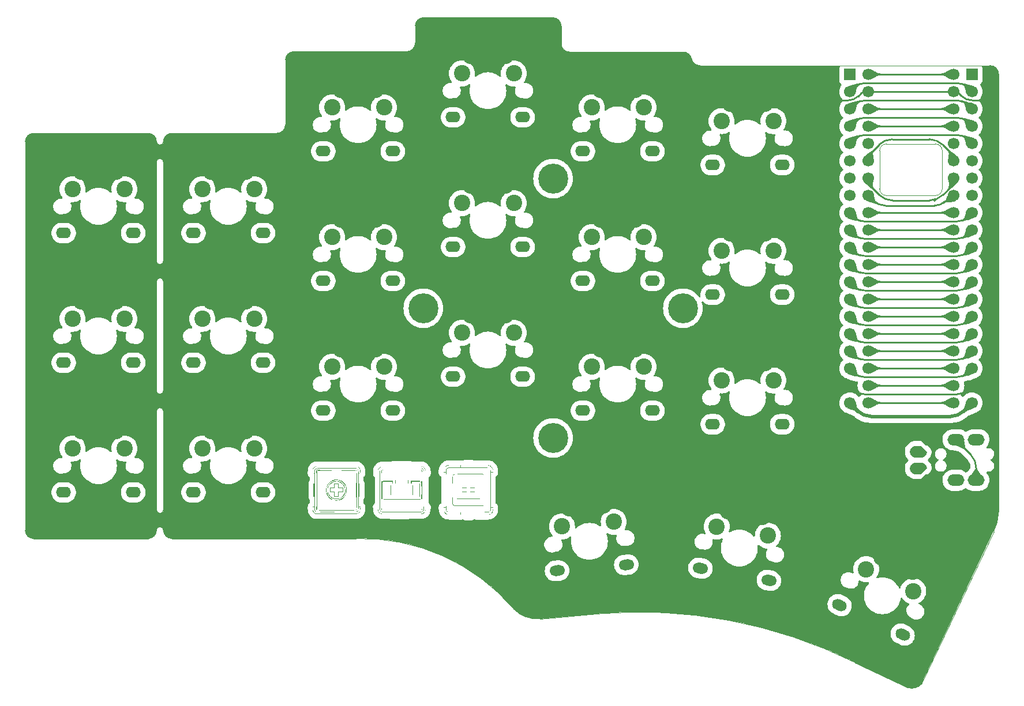
<source format=gbl>
%TF.GenerationSoftware,KiCad,Pcbnew,7.0.5-0*%
%TF.CreationDate,2023-10-24T16:12:26-07:00*%
%TF.ProjectId,Cantor_MX,43616e74-6f72-45f4-9d58-2e6b69636164,rev1.6*%
%TF.SameCoordinates,PX78114e0PY44b6550*%
%TF.FileFunction,Copper,L2,Bot*%
%TF.FilePolarity,Positive*%
%FSLAX46Y46*%
G04 Gerber Fmt 4.6, Leading zero omitted, Abs format (unit mm)*
G04 Created by KiCad (PCBNEW 7.0.5-0) date 2023-10-24 16:12:26*
%MOMM*%
%LPD*%
G01*
G04 APERTURE LIST*
G04 Aperture macros list*
%AMHorizOval*
0 Thick line with rounded ends*
0 $1 width*
0 $2 $3 position (X,Y) of the first rounded end (center of the circle)*
0 $4 $5 position (X,Y) of the second rounded end (center of the circle)*
0 Add line between two ends*
20,1,$1,$2,$3,$4,$5,0*
0 Add two circle primitives to create the rounded ends*
1,1,$1,$2,$3*
1,1,$1,$4,$5*%
%AMFreePoly0*
4,1,28,-0.850000,0.400000,0.000000,1.250000,0.114750,1.242219,0.293119,1.197860,0.457783,1.116195,0.601041,1.001041,0.716195,0.857783,0.797860,0.693119,0.842219,0.514750,0.850000,0.400000,0.850000,-0.400000,0.842219,-0.514750,0.797860,-0.693119,0.716195,-0.857783,0.601041,-1.001041,0.457783,-1.116195,0.293119,-1.197860,0.114750,-1.242219,0.000000,-1.250000,-0.114750,-1.242219,
-0.293119,-1.197860,-0.457783,-1.116195,-0.601041,-1.001041,-0.716195,-0.857783,-0.797860,-0.693119,-0.842219,-0.514750,-0.850000,-0.400000,-0.850000,0.400000,-0.850000,0.400000,$1*%
%AMFreePoly1*
4,1,28,-0.850000,0.400000,-0.842219,0.514750,-0.797860,0.693119,-0.716195,0.857783,-0.601041,1.001041,-0.457783,1.116195,-0.293119,1.197860,-0.114750,1.242219,0.000000,1.250000,0.850000,0.400000,0.850000,-0.400000,0.842219,-0.514750,0.797860,-0.693119,0.716195,-0.857783,0.601041,-1.001041,0.457783,-1.116195,0.293119,-1.197860,0.114750,-1.242219,0.000000,-1.250000,-0.114750,-1.242219,
-0.293119,-1.197860,-0.457783,-1.116195,-0.601041,-1.001041,-0.716195,-0.857783,-0.797860,-0.693119,-0.842219,-0.514750,-0.850000,-0.400000,-0.850000,0.400000,-0.850000,0.400000,$1*%
%AMFreePoly2*
4,1,28,-0.850000,0.400000,-0.842219,0.514750,-0.797860,0.693119,-0.716195,0.857783,-0.601041,1.001041,-0.457783,1.116195,-0.293119,1.197860,-0.114750,1.242219,0.000000,1.250000,0.114750,1.242219,0.293119,1.197860,0.457783,1.116195,0.601041,1.001041,0.716195,0.857783,0.797860,0.693119,0.842219,0.514750,0.850000,0.400000,0.850000,-0.400000,0.000000,-1.250000,-0.114750,-1.242219,
-0.293119,-1.197860,-0.457783,-1.116195,-0.601041,-1.001041,-0.716195,-0.857783,-0.797860,-0.693119,-0.842219,-0.514750,-0.850000,-0.400000,-0.850000,0.400000,-0.850000,0.400000,$1*%
%AMFreePoly3*
4,1,28,-0.850000,0.400000,-0.842219,0.514750,-0.797860,0.693119,-0.716195,0.857783,-0.601041,1.001041,-0.457783,1.116195,-0.293119,1.197860,-0.114750,1.242219,0.000000,1.250000,0.114750,1.242219,0.293119,1.197860,0.457783,1.116195,0.601041,1.001041,0.716195,0.857783,0.797860,0.693119,0.842219,0.514750,0.850000,0.400000,0.850000,-0.400000,0.842219,-0.514750,0.797860,-0.693119,
0.716195,-0.857783,0.601041,-1.001041,0.457783,-1.116195,0.293119,-1.197860,0.114750,-1.242219,0.000000,-1.250000,-0.850000,-0.400000,-0.850000,0.400000,-0.850000,0.400000,$1*%
G04 Aperture macros list end*
%TA.AperFunction,ComponentPad*%
%ADD10O,2.200000X1.600000*%
%TD*%
%TA.AperFunction,ComponentPad*%
%ADD11C,2.400000*%
%TD*%
%TA.AperFunction,ComponentPad*%
%ADD12HorizOval,1.500000X1.449945X-0.012653X-1.449945X0.012653X0*%
%TD*%
%TA.AperFunction,ComponentPad*%
%ADD13O,2.200000X1.500000*%
%TD*%
%TA.AperFunction,ComponentPad*%
%ADD14HorizOval,1.500000X1.449945X0.012653X-1.449945X-0.012653X0*%
%TD*%
%TA.AperFunction,ComponentPad*%
%ADD15HorizOval,1.600000X0.298858X0.026147X-0.298858X-0.026147X0*%
%TD*%
%TA.AperFunction,ComponentPad*%
%ADD16HorizOval,1.500000X1.445530X0.113766X-1.445530X-0.113766X0*%
%TD*%
%TA.AperFunction,ComponentPad*%
%ADD17HorizOval,1.500000X0.348668X0.030505X-0.348668X-0.030505X0*%
%TD*%
%TA.AperFunction,ComponentPad*%
%ADD18HorizOval,1.500000X1.443324X0.138976X-1.443324X-0.138976X0*%
%TD*%
%TA.AperFunction,ComponentPad*%
%ADD19FreePoly0,270.000000*%
%TD*%
%TA.AperFunction,ComponentPad*%
%ADD20FreePoly1,270.000000*%
%TD*%
%TA.AperFunction,ComponentPad*%
%ADD21FreePoly2,270.000000*%
%TD*%
%TA.AperFunction,ComponentPad*%
%ADD22FreePoly3,270.000000*%
%TD*%
%TA.AperFunction,ComponentPad*%
%ADD23O,2.500000X1.700000*%
%TD*%
%TA.AperFunction,ComponentPad*%
%ADD24HorizOval,1.600000X0.271892X-0.126785X-0.271892X0.126785X0*%
%TD*%
%TA.AperFunction,ComponentPad*%
%ADD25HorizOval,1.500000X1.308749X-0.624241X-1.308749X0.624241X0*%
%TD*%
%TA.AperFunction,ComponentPad*%
%ADD26HorizOval,1.500000X0.317208X-0.147916X-0.317208X0.147916X0*%
%TD*%
%TA.AperFunction,ComponentPad*%
%ADD27HorizOval,1.500000X1.319444X-0.601305X-1.319444X0.601305X0*%
%TD*%
%TA.AperFunction,ComponentPad*%
%ADD28R,1.700000X1.700000*%
%TD*%
%TA.AperFunction,ComponentPad*%
%ADD29C,1.700000*%
%TD*%
%TA.AperFunction,ComponentPad*%
%ADD30C,4.400000*%
%TD*%
%TA.AperFunction,ComponentPad*%
%ADD31HorizOval,1.600000X0.295442X-0.052094X-0.295442X0.052094X0*%
%TD*%
%TA.AperFunction,ComponentPad*%
%ADD32HorizOval,1.500000X1.425720X-0.264242X-1.425720X0.264242X0*%
%TD*%
%TA.AperFunction,ComponentPad*%
%ADD33HorizOval,1.500000X0.344683X-0.060777X-0.344683X0.060777X0*%
%TD*%
%TA.AperFunction,ComponentPad*%
%ADD34HorizOval,1.500000X1.430114X-0.239319X-1.430114X0.239319X0*%
%TD*%
%TA.AperFunction,ViaPad*%
%ADD35C,0.500000*%
%TD*%
%TA.AperFunction,Conductor*%
%ADD36C,0.500000*%
%TD*%
%TA.AperFunction,Conductor*%
%ADD37C,0.250000*%
%TD*%
%TA.AperFunction,Profile*%
%ADD38C,0.100000*%
%TD*%
G04 APERTURE END LIST*
%TA.AperFunction,EtchedComponent*%
%TO.C,G\u002A\u002A\u002A*%
G36*
X-13656196Y-39635601D02*
G01*
X-13656196Y-40355059D01*
X-13953364Y-40355059D01*
X-14250531Y-40355059D01*
X-14250531Y-40323778D01*
X-14219251Y-40323778D01*
X-13953364Y-40323778D01*
X-13687477Y-40323778D01*
X-13687477Y-39635601D01*
X-13687477Y-38947424D01*
X-13953364Y-38947424D01*
X-14219251Y-38947424D01*
X-14219251Y-39635601D01*
X-14219251Y-40323778D01*
X-14250531Y-40323778D01*
X-14250531Y-39635601D01*
X-14250531Y-38916143D01*
X-13953364Y-38916143D01*
X-13656196Y-38916143D01*
X-13656196Y-38947424D01*
X-13656196Y-39635601D01*
G37*
%TD.AperFunction*%
%TA.AperFunction,EtchedComponent*%
G36*
X-10997329Y-39635601D02*
G01*
X-10997329Y-40355059D01*
X-11294497Y-40355059D01*
X-11591664Y-40355059D01*
X-11591664Y-40323778D01*
X-11560384Y-40323778D01*
X-11294497Y-40323778D01*
X-11028610Y-40323778D01*
X-11028610Y-39635601D01*
X-11028610Y-38947424D01*
X-11294497Y-38947424D01*
X-11560384Y-38947424D01*
X-11560384Y-39635601D01*
X-11560384Y-40323778D01*
X-11591664Y-40323778D01*
X-11591664Y-39635601D01*
X-11591664Y-38916143D01*
X-11294497Y-38916143D01*
X-10997329Y-38916143D01*
X-10997329Y-38947424D01*
X-10997329Y-39635601D01*
G37*
%TD.AperFunction*%
%TA.AperFunction,EtchedComponent*%
G36*
X-1143881Y-39604320D02*
G01*
X-1143881Y-40918113D01*
X-2848684Y-40918113D01*
X-4553487Y-40918113D01*
X-4553487Y-40886833D01*
X-4522206Y-40886833D01*
X-2848684Y-40886833D01*
X-1175162Y-40886833D01*
X-1175162Y-39604320D01*
X-1175162Y-38321808D01*
X-2848684Y-38321808D01*
X-4522206Y-38321808D01*
X-4522206Y-39604320D01*
X-4522206Y-40886833D01*
X-4553487Y-40886833D01*
X-4553487Y-39604320D01*
X-4553487Y-38290527D01*
X-2848684Y-38290527D01*
X-1143881Y-38290527D01*
X-1143881Y-38321808D01*
X-1143881Y-39604320D01*
G37*
%TD.AperFunction*%
%TA.AperFunction,EtchedComponent*%
G36*
X-21257428Y-39948409D02*
G01*
X-21585876Y-39948409D01*
X-21914324Y-39948409D01*
X-21914324Y-40261217D01*
X-21914324Y-40574025D01*
X-22227132Y-40574025D01*
X-22539940Y-40574025D01*
X-22539940Y-40261217D01*
X-22539940Y-39948409D01*
X-22852748Y-39948409D01*
X-23165556Y-39948409D01*
X-23165556Y-39885847D01*
X-23102994Y-39885847D01*
X-22790187Y-39885847D01*
X-22477379Y-39885847D01*
X-22477379Y-40198655D01*
X-22477379Y-40511463D01*
X-22211492Y-40511463D01*
X-21945605Y-40511463D01*
X-21945605Y-40198655D01*
X-21945605Y-39885847D01*
X-21632797Y-39885847D01*
X-21319990Y-39885847D01*
X-21319990Y-39619961D01*
X-21319990Y-39354074D01*
X-21632797Y-39354074D01*
X-21945605Y-39354074D01*
X-21945605Y-39041266D01*
X-21945605Y-38728458D01*
X-22211492Y-38728458D01*
X-22477379Y-38728458D01*
X-22477379Y-39041266D01*
X-22477379Y-39354074D01*
X-22790187Y-39354074D01*
X-23102994Y-39354074D01*
X-23102994Y-39619961D01*
X-23102994Y-39885847D01*
X-23165556Y-39885847D01*
X-23165556Y-39619961D01*
X-23165556Y-39291512D01*
X-22852748Y-39291512D01*
X-22539940Y-39291512D01*
X-22539940Y-38978705D01*
X-22539940Y-38665897D01*
X-22227132Y-38665897D01*
X-21914324Y-38665897D01*
X-21914324Y-38978705D01*
X-21914324Y-39291512D01*
X-21585876Y-39291512D01*
X-21257428Y-39291512D01*
X-21257428Y-39619961D01*
X-21257428Y-39885847D01*
X-21257428Y-39948409D01*
G37*
%TD.AperFunction*%
%TA.AperFunction,EtchedComponent*%
G36*
X-1894620Y-39917128D02*
G01*
X-2238709Y-39917128D01*
X-2582797Y-39917128D01*
X-2582797Y-40229936D01*
X-2582797Y-40542744D01*
X-2848684Y-40542744D01*
X-3114571Y-40542744D01*
X-3114571Y-40229936D01*
X-3114571Y-39917128D01*
X-3458659Y-39917128D01*
X-3802748Y-39917128D01*
X-3802748Y-39885847D01*
X-3771467Y-39885847D01*
X-3427379Y-39885847D01*
X-3083290Y-39885847D01*
X-3083290Y-40198655D01*
X-3083290Y-40511463D01*
X-2848684Y-40511463D01*
X-2614078Y-40511463D01*
X-2614078Y-40198655D01*
X-2614078Y-39885847D01*
X-2269990Y-39885847D01*
X-1925901Y-39885847D01*
X-1925901Y-39604320D01*
X-1925901Y-39322793D01*
X-2269990Y-39322793D01*
X-2614078Y-39322793D01*
X-2614078Y-39009985D01*
X-2614078Y-38697178D01*
X-2848684Y-38697178D01*
X-3083290Y-38697178D01*
X-3083290Y-39009985D01*
X-3083290Y-39322793D01*
X-3427379Y-39322793D01*
X-3771467Y-39322793D01*
X-3771467Y-39604320D01*
X-3771467Y-39885847D01*
X-3802748Y-39885847D01*
X-3802748Y-39604320D01*
X-3802748Y-39291512D01*
X-3458659Y-39291512D01*
X-3114571Y-39291512D01*
X-3114571Y-38978705D01*
X-3114571Y-38665897D01*
X-2848684Y-38665897D01*
X-2582797Y-38665897D01*
X-2582797Y-38978705D01*
X-2582797Y-39291512D01*
X-2238709Y-39291512D01*
X-1894620Y-39291512D01*
X-1894620Y-39604320D01*
X-1894620Y-39885847D01*
X-1894620Y-39917128D01*
G37*
%TD.AperFunction*%
%TA.AperFunction,EtchedComponent*%
G36*
X-20692393Y-39671056D02*
G01*
X-20714323Y-39918250D01*
X-20767670Y-40136094D01*
X-20882285Y-40391132D01*
X-21053656Y-40639387D01*
X-21266247Y-40843897D01*
X-21515834Y-41000689D01*
X-21798192Y-41105786D01*
X-21903305Y-41130075D01*
X-22216004Y-41163411D01*
X-22517480Y-41137640D01*
X-22802545Y-41054095D01*
X-23066010Y-40914112D01*
X-23302686Y-40719023D01*
X-23393371Y-40620077D01*
X-23566835Y-40367060D01*
X-23685556Y-40088048D01*
X-23746998Y-39790091D01*
X-23747959Y-39606623D01*
X-23697329Y-39606623D01*
X-23695192Y-39680333D01*
X-23649730Y-39956902D01*
X-23550200Y-40221096D01*
X-23403296Y-40464870D01*
X-23215715Y-40680175D01*
X-22994149Y-40858964D01*
X-22745296Y-40993191D01*
X-22475850Y-41074807D01*
X-22303101Y-41096926D01*
X-22132324Y-41100397D01*
X-21992526Y-41084524D01*
X-21798760Y-41030499D01*
X-21511951Y-40902709D01*
X-21264856Y-40726620D01*
X-21057707Y-40502412D01*
X-20890737Y-40230264D01*
X-20844078Y-40133020D01*
X-20805710Y-40036783D01*
X-20782903Y-39944374D01*
X-20770513Y-39833664D01*
X-20763394Y-39682522D01*
X-20760602Y-39526632D01*
X-20766682Y-39399583D01*
X-20784362Y-39294082D01*
X-20815877Y-39189096D01*
X-20837030Y-39132750D01*
X-20968088Y-38877702D01*
X-21144264Y-38644684D01*
X-21354158Y-38446886D01*
X-21586372Y-38297500D01*
X-21595738Y-38292954D01*
X-21694654Y-38254571D01*
X-21825949Y-38214262D01*
X-21963859Y-38180044D01*
X-22018330Y-38168550D01*
X-22136150Y-38147652D01*
X-22229877Y-38141827D01*
X-22326235Y-38150749D01*
X-22451947Y-38174092D01*
X-22574624Y-38202589D01*
X-22822062Y-38289167D01*
X-23036808Y-38412762D01*
X-23236340Y-38582474D01*
X-23312566Y-38664221D01*
X-23470302Y-38881809D01*
X-23591718Y-39121869D01*
X-23669749Y-39368706D01*
X-23697329Y-39606623D01*
X-23747959Y-39606623D01*
X-23748621Y-39480242D01*
X-23703620Y-39218587D01*
X-23600842Y-38933906D01*
X-23448663Y-38682545D01*
X-23251406Y-38469033D01*
X-23013393Y-38297901D01*
X-22738949Y-38173680D01*
X-22432397Y-38100899D01*
X-22370403Y-38093327D01*
X-22066092Y-38091545D01*
X-21775432Y-38146795D01*
X-21505068Y-38254971D01*
X-21261645Y-38411965D01*
X-21051810Y-38613670D01*
X-20882209Y-38855979D01*
X-20759485Y-39134786D01*
X-20743593Y-39188093D01*
X-20702081Y-39419381D01*
X-20697952Y-39526632D01*
X-20692393Y-39671056D01*
G37*
%TD.AperFunction*%
%TA.AperFunction,EtchedComponent*%
G36*
X-20908122Y-39861853D02*
G01*
X-20919795Y-39921765D01*
X-21008199Y-40188434D01*
X-21147622Y-40426472D01*
X-21331977Y-40628890D01*
X-21555177Y-40788697D01*
X-21811136Y-40898903D01*
X-21908984Y-40923375D01*
X-22150370Y-40947876D01*
X-22407512Y-40932737D01*
X-22659689Y-40880021D01*
X-22886183Y-40791794D01*
X-22917091Y-40774728D01*
X-23055944Y-40671600D01*
X-23196936Y-40530824D01*
X-23324459Y-40369475D01*
X-23422908Y-40204626D01*
X-23454776Y-40138226D01*
X-23487994Y-40058957D01*
X-23508703Y-39984285D01*
X-23519838Y-39897420D01*
X-23524336Y-39781575D01*
X-23524536Y-39740935D01*
X-23474850Y-39740935D01*
X-23425174Y-39986014D01*
X-23324804Y-40218562D01*
X-23174945Y-40431420D01*
X-22976806Y-40617426D01*
X-22731592Y-40769422D01*
X-22626957Y-40817286D01*
X-22524601Y-40850440D01*
X-22411735Y-40868273D01*
X-22262381Y-40876726D01*
X-22223919Y-40877629D01*
X-22089098Y-40875703D01*
X-21973482Y-40866860D01*
X-21898684Y-40852538D01*
X-21668678Y-40750307D01*
X-21425120Y-40583038D01*
X-21223628Y-40371747D01*
X-21068758Y-40120453D01*
X-21040669Y-40060979D01*
X-20999194Y-39960133D01*
X-20975856Y-39869078D01*
X-20965577Y-39763719D01*
X-20963280Y-39619961D01*
X-20963599Y-39554733D01*
X-20968686Y-39428794D01*
X-20983780Y-39331950D01*
X-21013733Y-39240492D01*
X-21063397Y-39130711D01*
X-21097873Y-39063469D01*
X-21255382Y-38830620D01*
X-21445548Y-38642691D01*
X-21661077Y-38501198D01*
X-21894675Y-38407655D01*
X-22139047Y-38363578D01*
X-22386899Y-38370482D01*
X-22630938Y-38429881D01*
X-22863867Y-38543290D01*
X-23078393Y-38712225D01*
X-23142459Y-38778512D01*
X-23307635Y-39002114D01*
X-23417287Y-39241825D01*
X-23472623Y-39490485D01*
X-23474850Y-39740935D01*
X-23524536Y-39740935D01*
X-23525131Y-39619961D01*
X-23524750Y-39503440D01*
X-23521637Y-39375104D01*
X-23512880Y-39281279D01*
X-23495564Y-39205327D01*
X-23466774Y-39130608D01*
X-23423593Y-39040482D01*
X-23346324Y-38903964D01*
X-23165499Y-38678262D01*
X-22942359Y-38497704D01*
X-22680704Y-38365741D01*
X-22621121Y-38345704D01*
X-22512057Y-38322509D01*
X-22376197Y-38310502D01*
X-22195852Y-38307561D01*
X-22182835Y-38307621D01*
X-22033813Y-38309958D01*
X-21926183Y-38317740D01*
X-21840226Y-38334759D01*
X-21756226Y-38364807D01*
X-21654466Y-38411677D01*
X-21597549Y-38440721D01*
X-21360649Y-38601889D01*
X-21167606Y-38802932D01*
X-21022127Y-39036649D01*
X-20927916Y-39295842D01*
X-20888679Y-39573309D01*
X-20891823Y-39619961D01*
X-20908122Y-39861853D01*
G37*
%TD.AperFunction*%
%TA.AperFunction,EtchedComponent*%
G36*
X-533906Y-41736221D02*
G01*
X-650749Y-41843300D01*
X-767593Y-41950379D01*
X-2840405Y-41950263D01*
X-3155777Y-41950222D01*
X-3522633Y-41950030D01*
X-3835106Y-41949556D01*
X-4097861Y-41948666D01*
X-4315559Y-41947223D01*
X-4492865Y-41945092D01*
X-4634441Y-41942138D01*
X-4744951Y-41938225D01*
X-4829058Y-41933217D01*
X-4891425Y-41926979D01*
X-4936715Y-41919375D01*
X-4969593Y-41910271D01*
X-4994720Y-41899529D01*
X-5016761Y-41887016D01*
X-5044062Y-41870426D01*
X-5077889Y-41847947D01*
X-5106789Y-41822299D01*
X-5131150Y-41788913D01*
X-5151360Y-41743219D01*
X-5167806Y-41680651D01*
X-5180876Y-41596638D01*
X-5190956Y-41486613D01*
X-5198436Y-41346007D01*
X-5203701Y-41170250D01*
X-5207140Y-40954776D01*
X-5209140Y-40695014D01*
X-5210089Y-40386397D01*
X-5210375Y-40024355D01*
X-5210380Y-39800452D01*
X-5179110Y-39800452D01*
X-5179038Y-40183689D01*
X-5178519Y-40511304D01*
X-5177157Y-40788051D01*
X-5174556Y-41018682D01*
X-5170320Y-41207953D01*
X-5164054Y-41360617D01*
X-5155360Y-41481428D01*
X-5143843Y-41575139D01*
X-5129107Y-41646505D01*
X-5110755Y-41700279D01*
X-5088392Y-41741216D01*
X-5061621Y-41774068D01*
X-5030046Y-41803591D01*
X-4993271Y-41834537D01*
X-4892776Y-41919099D01*
X-2869745Y-41918982D01*
X-2694609Y-41918964D01*
X-2313169Y-41918814D01*
X-1987624Y-41918403D01*
X-1713256Y-41917595D01*
X-1485349Y-41916255D01*
X-1299184Y-41914247D01*
X-1150046Y-41911434D01*
X-1033216Y-41907680D01*
X-943978Y-41902851D01*
X-877615Y-41896809D01*
X-829410Y-41889420D01*
X-794645Y-41880546D01*
X-768604Y-41870053D01*
X-746570Y-41857803D01*
X-712968Y-41837660D01*
X-679181Y-41815793D01*
X-650397Y-41791041D01*
X-626217Y-41758814D01*
X-606241Y-41714520D01*
X-590068Y-41653571D01*
X-577298Y-41571374D01*
X-567532Y-41463340D01*
X-560369Y-41324878D01*
X-555409Y-41151398D01*
X-552253Y-40938309D01*
X-550500Y-40681020D01*
X-549751Y-40374942D01*
X-549605Y-40015483D01*
X-549663Y-39598054D01*
X-549678Y-39440375D01*
X-549822Y-39057779D01*
X-550223Y-38731252D01*
X-551019Y-38456061D01*
X-552346Y-38227473D01*
X-554342Y-38040758D01*
X-557145Y-37891182D01*
X-560890Y-37774013D01*
X-565715Y-37684521D01*
X-571757Y-37617971D01*
X-579154Y-37569633D01*
X-588042Y-37534774D01*
X-598559Y-37508662D01*
X-610841Y-37486566D01*
X-631415Y-37452244D01*
X-653257Y-37418601D01*
X-678069Y-37389940D01*
X-710435Y-37365864D01*
X-754938Y-37345973D01*
X-816163Y-37329868D01*
X-898693Y-37317152D01*
X-1007113Y-37307425D01*
X-1146006Y-37300288D01*
X-1319957Y-37295343D01*
X-1533549Y-37292192D01*
X-1791367Y-37290434D01*
X-2097994Y-37289673D01*
X-2458014Y-37289508D01*
X-2876011Y-37289542D01*
X-4892776Y-37289542D01*
X-4993271Y-37374104D01*
X-5010847Y-37388809D01*
X-5045182Y-37418510D01*
X-5074499Y-37448973D01*
X-5099195Y-37484951D01*
X-5119665Y-37531198D01*
X-5136306Y-37592469D01*
X-5149513Y-37673516D01*
X-5159683Y-37779094D01*
X-5167212Y-37913956D01*
X-5172496Y-38082857D01*
X-5175931Y-38290550D01*
X-5177913Y-38541789D01*
X-5178838Y-38841327D01*
X-5179103Y-39193920D01*
X-5179103Y-39604320D01*
X-5179110Y-39800452D01*
X-5210380Y-39800452D01*
X-5210384Y-39604320D01*
X-5210388Y-39299105D01*
X-5210223Y-38920830D01*
X-5209504Y-38597296D01*
X-5207847Y-38323932D01*
X-5204862Y-38096172D01*
X-5200162Y-37909445D01*
X-5193360Y-37759185D01*
X-5184068Y-37640821D01*
X-5171899Y-37549785D01*
X-5156465Y-37481509D01*
X-5137379Y-37431425D01*
X-5114253Y-37394962D01*
X-5086700Y-37367554D01*
X-5054332Y-37344631D01*
X-5016761Y-37321625D01*
X-5000250Y-37312021D01*
X-4976315Y-37300856D01*
X-4945777Y-37291361D01*
X-4903974Y-37283401D01*
X-4846241Y-37276840D01*
X-4767916Y-37271542D01*
X-4664336Y-37267371D01*
X-4530836Y-37264194D01*
X-4362755Y-37261873D01*
X-4155429Y-37260273D01*
X-3904194Y-37259260D01*
X-3604387Y-37258696D01*
X-3251345Y-37258448D01*
X-2840405Y-37258378D01*
X-767593Y-37258261D01*
X-650749Y-37365340D01*
X-533906Y-37472420D01*
X-533906Y-39604320D01*
X-533906Y-40015483D01*
X-533906Y-41736221D01*
G37*
%TD.AperFunction*%
%TA.AperFunction,EtchedComponent*%
G36*
X-19314781Y-39448750D02*
G01*
X-19314812Y-39816395D01*
X-19315459Y-40181143D01*
X-19316720Y-40537570D01*
X-19318596Y-40880253D01*
X-19321087Y-41203768D01*
X-19324193Y-41502690D01*
X-19327912Y-41771597D01*
X-19332246Y-42005064D01*
X-19337194Y-42197667D01*
X-19342755Y-42343984D01*
X-19348931Y-42438589D01*
X-19355719Y-42476060D01*
X-19356384Y-42476636D01*
X-19379451Y-42483312D01*
X-19432018Y-42489112D01*
X-19517090Y-42494068D01*
X-19637673Y-42498210D01*
X-19796773Y-42501570D01*
X-19997393Y-42504178D01*
X-20242541Y-42506065D01*
X-20535221Y-42507263D01*
X-20878439Y-42507802D01*
X-21275200Y-42507714D01*
X-21728509Y-42507028D01*
X-22241372Y-42505777D01*
X-25089324Y-42497793D01*
X-25097311Y-39654647D01*
X-25097355Y-39638511D01*
X-25073684Y-39638511D01*
X-25073648Y-39982426D01*
X-25073436Y-40426938D01*
X-25072978Y-40815268D01*
X-25072206Y-41151180D01*
X-25071056Y-41438438D01*
X-25069460Y-41680806D01*
X-25067354Y-41882049D01*
X-25064672Y-42045931D01*
X-25061346Y-42176215D01*
X-25057312Y-42276666D01*
X-25052503Y-42351048D01*
X-25046854Y-42403124D01*
X-25040299Y-42436660D01*
X-25032771Y-42455419D01*
X-25024205Y-42463166D01*
X-24991301Y-42465766D01*
X-24899644Y-42468467D01*
X-24754175Y-42471013D01*
X-24559449Y-42473374D01*
X-24320017Y-42475519D01*
X-24040432Y-42477419D01*
X-23725246Y-42479041D01*
X-23379013Y-42480357D01*
X-23006284Y-42481334D01*
X-22611612Y-42481943D01*
X-22199549Y-42482153D01*
X-21793164Y-42482030D01*
X-21332694Y-42481499D01*
X-20929470Y-42480513D01*
X-20580524Y-42479032D01*
X-20282890Y-42477017D01*
X-20033598Y-42474427D01*
X-19829681Y-42471224D01*
X-19668170Y-42467368D01*
X-19546099Y-42462818D01*
X-19460498Y-42457536D01*
X-19408400Y-42451482D01*
X-19386837Y-42444616D01*
X-19380432Y-42411143D01*
X-19374209Y-42319911D01*
X-19368606Y-42176694D01*
X-19363624Y-41986946D01*
X-19359262Y-41756121D01*
X-19355520Y-41489675D01*
X-19352399Y-41193061D01*
X-19349898Y-40871734D01*
X-19348018Y-40531148D01*
X-19346758Y-40176758D01*
X-19346118Y-39814019D01*
X-19346099Y-39448385D01*
X-19346700Y-39085310D01*
X-19347922Y-38730248D01*
X-19349764Y-38388655D01*
X-19352227Y-38065985D01*
X-19355310Y-37767692D01*
X-19359013Y-37499231D01*
X-19363337Y-37266056D01*
X-19368281Y-37073621D01*
X-19373846Y-36927381D01*
X-19380031Y-36832791D01*
X-19386837Y-36795306D01*
X-19420310Y-36788901D01*
X-19511541Y-36782678D01*
X-19654759Y-36777075D01*
X-19844507Y-36772092D01*
X-20075331Y-36767730D01*
X-20341778Y-36763989D01*
X-20638392Y-36760868D01*
X-20959719Y-36758367D01*
X-21300305Y-36756486D01*
X-21654694Y-36755227D01*
X-22017434Y-36754587D01*
X-22383068Y-36754568D01*
X-22746143Y-36755169D01*
X-23101204Y-36756391D01*
X-23442797Y-36758233D01*
X-23765468Y-36760696D01*
X-24063761Y-36763779D01*
X-24332222Y-36767482D01*
X-24565397Y-36771806D01*
X-24757832Y-36776750D01*
X-24904071Y-36782315D01*
X-24998661Y-36788500D01*
X-25036147Y-36795306D01*
X-25042064Y-36812002D01*
X-25048202Y-36859521D01*
X-25053570Y-36940068D01*
X-25058207Y-37056595D01*
X-25062153Y-37212056D01*
X-25065446Y-37409404D01*
X-25068126Y-37651593D01*
X-25070231Y-37941576D01*
X-25071800Y-38282305D01*
X-25072873Y-38676736D01*
X-25073488Y-39127820D01*
X-25073684Y-39638511D01*
X-25097355Y-39638511D01*
X-25097530Y-39575023D01*
X-25098682Y-39056172D01*
X-25099172Y-38597173D01*
X-25098975Y-38195659D01*
X-25098070Y-37849263D01*
X-25096434Y-37555618D01*
X-25094045Y-37312358D01*
X-25090880Y-37117116D01*
X-25086918Y-36967526D01*
X-25082135Y-36861219D01*
X-25076510Y-36795831D01*
X-25070020Y-36768994D01*
X-25069219Y-36768323D01*
X-25027243Y-36761028D01*
X-24928600Y-36754346D01*
X-24778702Y-36748281D01*
X-24582966Y-36742840D01*
X-24346805Y-36738026D01*
X-24075633Y-36733844D01*
X-23774865Y-36730299D01*
X-23449914Y-36727395D01*
X-23106197Y-36725138D01*
X-22749126Y-36723531D01*
X-22384116Y-36722581D01*
X-22016581Y-36722290D01*
X-21651936Y-36722665D01*
X-21295594Y-36723709D01*
X-20952971Y-36725428D01*
X-20629480Y-36727826D01*
X-20330536Y-36730908D01*
X-20061553Y-36734678D01*
X-19827946Y-36739142D01*
X-19635128Y-36744304D01*
X-19488514Y-36750169D01*
X-19393519Y-36756741D01*
X-19355556Y-36764025D01*
X-19355073Y-36764654D01*
X-19348329Y-36806197D01*
X-19342201Y-36904504D01*
X-19336690Y-37054152D01*
X-19331795Y-37249717D01*
X-19327517Y-37485775D01*
X-19323855Y-37756902D01*
X-19320808Y-38057675D01*
X-19318378Y-38382671D01*
X-19316563Y-38726464D01*
X-19315364Y-39083632D01*
X-19314782Y-39448385D01*
X-19314781Y-39448750D01*
G37*
%TD.AperFunction*%
%TA.AperFunction,EtchedComponent*%
G36*
X-19224177Y-39639820D02*
G01*
X-19224178Y-39773876D01*
X-19224221Y-40243993D01*
X-19224391Y-40656444D01*
X-19224771Y-41015100D01*
X-19225444Y-41323836D01*
X-19226493Y-41586524D01*
X-19228002Y-41807038D01*
X-19230054Y-41989252D01*
X-19232733Y-42137037D01*
X-19236122Y-42254269D01*
X-19240305Y-42344819D01*
X-19245365Y-42412561D01*
X-19251385Y-42461368D01*
X-19258449Y-42495114D01*
X-19266640Y-42517671D01*
X-19276042Y-42532914D01*
X-19286738Y-42544714D01*
X-19290564Y-42548462D01*
X-19303040Y-42558671D01*
X-19320246Y-42567625D01*
X-19346038Y-42575406D01*
X-19384271Y-42582096D01*
X-19438801Y-42587778D01*
X-19513483Y-42592534D01*
X-19612172Y-42596446D01*
X-19738724Y-42599597D01*
X-19896994Y-42602069D01*
X-20090837Y-42603944D01*
X-20324110Y-42605305D01*
X-20600667Y-42606234D01*
X-20924364Y-42606814D01*
X-21299057Y-42607125D01*
X-21728600Y-42607252D01*
X-22216849Y-42607276D01*
X-22266946Y-42607275D01*
X-22751974Y-42607192D01*
X-23178611Y-42606919D01*
X-23550660Y-42606389D01*
X-23871924Y-42605535D01*
X-24146204Y-42604290D01*
X-24377305Y-42602586D01*
X-24569030Y-42600356D01*
X-24725180Y-42597533D01*
X-24849559Y-42594050D01*
X-24945970Y-42589838D01*
X-25018216Y-42584832D01*
X-25070099Y-42578962D01*
X-25105423Y-42572163D01*
X-25127990Y-42564367D01*
X-25141603Y-42555507D01*
X-25149745Y-42546724D01*
X-25158515Y-42531208D01*
X-25166174Y-42506726D01*
X-25172799Y-42469451D01*
X-25178463Y-42415554D01*
X-25183242Y-42341208D01*
X-25187210Y-42242582D01*
X-25190443Y-42115850D01*
X-25193015Y-41957183D01*
X-25195001Y-41762752D01*
X-25196476Y-41528730D01*
X-25197515Y-41251288D01*
X-25198193Y-40926598D01*
X-25198584Y-40550830D01*
X-25198764Y-40120158D01*
X-25198798Y-39736874D01*
X-25167526Y-39736874D01*
X-25167485Y-40207968D01*
X-25167319Y-40621275D01*
X-25166946Y-40980675D01*
X-25166280Y-41290050D01*
X-25165238Y-41553282D01*
X-25163737Y-41774251D01*
X-25161692Y-41956840D01*
X-25159019Y-42104930D01*
X-25155634Y-42222401D01*
X-25151454Y-42313136D01*
X-25146394Y-42381016D01*
X-25140371Y-42429922D01*
X-25133300Y-42463735D01*
X-25125098Y-42486337D01*
X-25115681Y-42501610D01*
X-25104965Y-42513434D01*
X-25102424Y-42515944D01*
X-25090162Y-42526367D01*
X-25073583Y-42535508D01*
X-25048804Y-42543452D01*
X-25011944Y-42550283D01*
X-24959117Y-42556084D01*
X-24886442Y-42560940D01*
X-24790036Y-42564935D01*
X-24666015Y-42568152D01*
X-24510496Y-42570677D01*
X-24319597Y-42572592D01*
X-24089434Y-42573982D01*
X-23816125Y-42574931D01*
X-23495786Y-42575523D01*
X-23124535Y-42575841D01*
X-22698488Y-42575971D01*
X-22213762Y-42575995D01*
X-19385121Y-42575995D01*
X-19320289Y-42493575D01*
X-19317097Y-42489490D01*
X-19306301Y-42474205D01*
X-19296846Y-42455420D01*
X-19288643Y-42429197D01*
X-19281602Y-42391600D01*
X-19275634Y-42338690D01*
X-19270652Y-42266530D01*
X-19266566Y-42171183D01*
X-19263287Y-42048712D01*
X-19260726Y-41895178D01*
X-19258796Y-41706645D01*
X-19257405Y-41479175D01*
X-19256467Y-41208831D01*
X-19255892Y-40891675D01*
X-19255591Y-40523769D01*
X-19255476Y-40101177D01*
X-19255457Y-39619961D01*
X-19255458Y-39482503D01*
X-19255494Y-39017687D01*
X-19255651Y-38610420D01*
X-19256018Y-38256764D01*
X-19256684Y-37952783D01*
X-19257736Y-37694538D01*
X-19259265Y-37478092D01*
X-19261359Y-37299507D01*
X-19264107Y-37154847D01*
X-19267598Y-37040174D01*
X-19271920Y-36951550D01*
X-19277162Y-36885038D01*
X-19283414Y-36836701D01*
X-19290764Y-36802600D01*
X-19299300Y-36778799D01*
X-19309113Y-36761361D01*
X-19320289Y-36746347D01*
X-19385121Y-36663926D01*
X-22213762Y-36663926D01*
X-22327264Y-36663927D01*
X-22798553Y-36663968D01*
X-23212030Y-36664132D01*
X-23571579Y-36664504D01*
X-23881081Y-36665169D01*
X-24144422Y-36666209D01*
X-24365482Y-36667709D01*
X-24548146Y-36669753D01*
X-24696296Y-36672424D01*
X-24813815Y-36675808D01*
X-24904587Y-36679988D01*
X-24972494Y-36685048D01*
X-25021420Y-36691072D01*
X-25055247Y-36698144D01*
X-25077858Y-36706348D01*
X-25093136Y-36715768D01*
X-25104965Y-36726488D01*
X-25107549Y-36729104D01*
X-25117959Y-36741378D01*
X-25127089Y-36757992D01*
X-25135023Y-36782829D01*
X-25141845Y-36819769D01*
X-25147640Y-36872695D01*
X-25152490Y-36945486D01*
X-25156480Y-37042026D01*
X-25159693Y-37166195D01*
X-25162215Y-37321874D01*
X-25164127Y-37512945D01*
X-25165516Y-37743290D01*
X-25166463Y-38016789D01*
X-25167054Y-38337325D01*
X-25167373Y-38708777D01*
X-25167502Y-39135029D01*
X-25167526Y-39619961D01*
X-25167526Y-39736874D01*
X-25198798Y-39736874D01*
X-25198807Y-39630753D01*
X-25198805Y-39450866D01*
X-25198755Y-38983341D01*
X-25198572Y-38573162D01*
X-25198177Y-38216479D01*
X-25197485Y-37909440D01*
X-25196416Y-37648193D01*
X-25194887Y-37428887D01*
X-25192816Y-37247670D01*
X-25190121Y-37100690D01*
X-25186719Y-36984096D01*
X-25182530Y-36894037D01*
X-25177471Y-36826660D01*
X-25171459Y-36778114D01*
X-25164412Y-36744547D01*
X-25156249Y-36722108D01*
X-25146888Y-36706945D01*
X-25136246Y-36695207D01*
X-25132671Y-36691699D01*
X-25120240Y-36681448D01*
X-25103160Y-36672458D01*
X-25077569Y-36664646D01*
X-25039606Y-36657929D01*
X-24985412Y-36652224D01*
X-24911124Y-36647448D01*
X-24812883Y-36643520D01*
X-24686827Y-36640356D01*
X-24529096Y-36637874D01*
X-24335828Y-36635991D01*
X-24103164Y-36634624D01*
X-23827242Y-36633692D01*
X-23504202Y-36633110D01*
X-23130182Y-36632797D01*
X-22701323Y-36632670D01*
X-22213762Y-36632645D01*
X-19353841Y-36632645D01*
X-19289009Y-36715066D01*
X-19284111Y-36721370D01*
X-19273612Y-36736795D01*
X-19264416Y-36756285D01*
X-19256438Y-36783739D01*
X-19249591Y-36823058D01*
X-19243788Y-36878141D01*
X-19238944Y-36952887D01*
X-19234971Y-37051198D01*
X-19231784Y-37176971D01*
X-19229295Y-37334108D01*
X-19227418Y-37526508D01*
X-19226068Y-37758071D01*
X-19225156Y-38032696D01*
X-19224598Y-38354284D01*
X-19224306Y-38726734D01*
X-19224195Y-39153946D01*
X-19224178Y-39619961D01*
X-19224177Y-39639820D01*
G37*
%TD.AperFunction*%
%TA.AperFunction,EtchedComponent*%
G36*
X-9370728Y-36960089D02*
G01*
X-9370728Y-37133138D01*
X-9241068Y-37133138D01*
X-9111408Y-37133138D01*
X-9129694Y-36915023D01*
X-9152495Y-36765062D01*
X-9225930Y-36553729D01*
X-9340985Y-36378804D01*
X-9492797Y-36246958D01*
X-9676506Y-36164860D01*
X-9699264Y-36161284D01*
X-9788644Y-36155321D01*
X-9939484Y-36150026D01*
X-10151078Y-36145408D01*
X-10422719Y-36141473D01*
X-10753700Y-36138230D01*
X-11143315Y-36135686D01*
X-11590856Y-36133849D01*
X-12095616Y-36132727D01*
X-12656890Y-36132327D01*
X-15491259Y-36132154D01*
X-15411408Y-36125058D01*
X-15264611Y-36116850D01*
X-15086072Y-36110707D01*
X-14871939Y-36106336D01*
X-14618359Y-36103443D01*
X-14321481Y-36101734D01*
X-13977451Y-36100917D01*
X-13582418Y-36100696D01*
X-13132528Y-36100779D01*
X-12623930Y-36100872D01*
X-12529880Y-36100869D01*
X-12032326Y-36100786D01*
X-11592806Y-36100792D01*
X-11207469Y-36101158D01*
X-10872468Y-36102157D01*
X-10583952Y-36104060D01*
X-10338073Y-36107140D01*
X-10130982Y-36111668D01*
X-9958829Y-36117916D01*
X-9817766Y-36126155D01*
X-9703943Y-36136659D01*
X-9613512Y-36149698D01*
X-9542622Y-36165546D01*
X-9487426Y-36184472D01*
X-9444073Y-36206750D01*
X-9408715Y-36232652D01*
X-9377502Y-36262448D01*
X-9346586Y-36296412D01*
X-9312117Y-36334815D01*
X-9310524Y-36336549D01*
X-9188586Y-36515522D01*
X-9114302Y-36732289D01*
X-9089201Y-36982412D01*
X-9089201Y-37164419D01*
X-9229965Y-37164419D01*
X-9370728Y-37164419D01*
X-9370728Y-39635601D01*
X-9370728Y-42106783D01*
X-9225495Y-42106783D01*
X-9080262Y-42106783D01*
X-9082406Y-42138064D01*
X-9097609Y-42359871D01*
X-9118597Y-42524553D01*
X-9186567Y-42743084D01*
X-9297095Y-42916737D01*
X-9449549Y-43044620D01*
X-9643293Y-43125843D01*
X-9664100Y-43129326D01*
X-9750027Y-43135935D01*
X-9890224Y-43142009D01*
X-10079153Y-43147538D01*
X-10311280Y-43152512D01*
X-10581065Y-43156921D01*
X-10882973Y-43160757D01*
X-11211467Y-43164008D01*
X-11561010Y-43166667D01*
X-11926065Y-43168722D01*
X-12301096Y-43170165D01*
X-12680564Y-43170985D01*
X-13058935Y-43171173D01*
X-13430670Y-43170719D01*
X-13790234Y-43169615D01*
X-14132088Y-43167849D01*
X-14450697Y-43165412D01*
X-14740523Y-43162295D01*
X-14996031Y-43158489D01*
X-15211682Y-43153982D01*
X-15381940Y-43148767D01*
X-15501268Y-43142832D01*
X-15564130Y-43136169D01*
X-15601541Y-43126893D01*
X-15782479Y-43047471D01*
X-15942003Y-42922932D01*
X-16060601Y-42767755D01*
X-16062409Y-42764464D01*
X-16106624Y-42661632D01*
X-16134634Y-42537000D01*
X-16151032Y-42370385D01*
X-16157816Y-42261648D01*
X-16127379Y-42261648D01*
X-16125431Y-42340386D01*
X-16095574Y-42540840D01*
X-16024741Y-42711286D01*
X-15906578Y-42869215D01*
X-15864856Y-42913686D01*
X-15774069Y-42996081D01*
X-15684225Y-43048815D01*
X-15570938Y-43087769D01*
X-15556237Y-43091668D01*
X-15516329Y-43100156D01*
X-15466269Y-43107574D01*
X-15402026Y-43113990D01*
X-15319568Y-43119474D01*
X-15214863Y-43124092D01*
X-15083881Y-43127915D01*
X-14922589Y-43131009D01*
X-14726956Y-43133444D01*
X-14492951Y-43135288D01*
X-14216542Y-43136608D01*
X-13893698Y-43137474D01*
X-13520387Y-43137954D01*
X-13092577Y-43138116D01*
X-12606238Y-43138028D01*
X-12361455Y-43137928D01*
X-11908893Y-43137647D01*
X-11512820Y-43137193D01*
X-11169167Y-43136483D01*
X-10873864Y-43135435D01*
X-10622842Y-43133964D01*
X-10412031Y-43131989D01*
X-10237362Y-43129427D01*
X-10094766Y-43126193D01*
X-9980173Y-43122206D01*
X-9889515Y-43117383D01*
X-9818721Y-43111640D01*
X-9763723Y-43104894D01*
X-9720450Y-43097063D01*
X-9684834Y-43088063D01*
X-9652806Y-43077812D01*
X-9506875Y-43008425D01*
X-9346816Y-42875622D01*
X-9225070Y-42702770D01*
X-9147628Y-42498927D01*
X-9120482Y-42273150D01*
X-9120482Y-42138064D01*
X-9241402Y-42138064D01*
X-9362322Y-42138064D01*
X-9378115Y-42358783D01*
X-9384623Y-42434389D01*
X-9402443Y-42540058D01*
X-9434045Y-42619141D01*
X-9487010Y-42695051D01*
X-9502129Y-42712721D01*
X-9597666Y-42796202D01*
X-9698784Y-42850335D01*
X-9711114Y-42853631D01*
X-9755350Y-42860270D01*
X-9825575Y-42866010D01*
X-9925112Y-42870885D01*
X-10057288Y-42874931D01*
X-10225426Y-42878183D01*
X-10432851Y-42880674D01*
X-10682887Y-42882441D01*
X-10978860Y-42883518D01*
X-11324094Y-42883938D01*
X-11721914Y-42883739D01*
X-12175644Y-42882953D01*
X-12688608Y-42881616D01*
X-12909335Y-42880964D01*
X-13371778Y-42879549D01*
X-13777240Y-42878168D01*
X-14129605Y-42876724D01*
X-14432760Y-42875122D01*
X-14690587Y-42873266D01*
X-14906972Y-42871060D01*
X-15085800Y-42868408D01*
X-15230954Y-42865214D01*
X-15346321Y-42861383D01*
X-15435784Y-42856818D01*
X-15503228Y-42851425D01*
X-15552539Y-42845107D01*
X-15587600Y-42837768D01*
X-15612296Y-42829312D01*
X-15630512Y-42819644D01*
X-15646132Y-42808668D01*
X-15727963Y-42739968D01*
X-15804097Y-42642167D01*
X-15845499Y-42529074D01*
X-15830211Y-42529074D01*
X-15757363Y-42631209D01*
X-15750647Y-42640304D01*
X-15671775Y-42723787D01*
X-15585319Y-42787613D01*
X-15582870Y-42788925D01*
X-15561641Y-42798144D01*
X-15532683Y-42806259D01*
X-15492080Y-42813352D01*
X-15435915Y-42819507D01*
X-15360272Y-42824803D01*
X-15261233Y-42829325D01*
X-15134882Y-42833153D01*
X-14977302Y-42836370D01*
X-14784578Y-42839058D01*
X-14552792Y-42841299D01*
X-14278027Y-42843174D01*
X-13956367Y-42844767D01*
X-13583896Y-42846159D01*
X-13156696Y-42847431D01*
X-12670852Y-42848667D01*
X-12304729Y-42849536D01*
X-11852343Y-42850481D01*
X-11455754Y-42850998D01*
X-11111045Y-42850936D01*
X-10814300Y-42850143D01*
X-10561601Y-42848465D01*
X-10349033Y-42845752D01*
X-10172678Y-42841850D01*
X-10028619Y-42836608D01*
X-9912940Y-42829874D01*
X-9821723Y-42821495D01*
X-9751052Y-42811319D01*
X-9697011Y-42799194D01*
X-9655682Y-42784969D01*
X-9623148Y-42768490D01*
X-9595493Y-42749605D01*
X-9568800Y-42728163D01*
X-9556153Y-42715810D01*
X-9507600Y-42648526D01*
X-9460300Y-42560355D01*
X-9456203Y-42550979D01*
X-9446864Y-42525091D01*
X-9438689Y-42492375D01*
X-9431600Y-42448851D01*
X-9425519Y-42390538D01*
X-9420366Y-42313454D01*
X-9416064Y-42213618D01*
X-9412535Y-42087049D01*
X-9409699Y-41929767D01*
X-9407479Y-41737791D01*
X-9405796Y-41507139D01*
X-9404572Y-41233830D01*
X-9403728Y-40913883D01*
X-9403187Y-40543319D01*
X-9402869Y-40118154D01*
X-9402696Y-39634409D01*
X-9402009Y-36833586D01*
X-9472391Y-36694267D01*
X-9494243Y-36655790D01*
X-9569103Y-36556976D01*
X-9649061Y-36484314D01*
X-9755350Y-36413680D01*
X-12623930Y-36413680D01*
X-15492511Y-36413680D01*
X-15595923Y-36484062D01*
X-15604303Y-36489901D01*
X-15692602Y-36563893D01*
X-15764773Y-36642760D01*
X-15771981Y-36652676D01*
X-15782208Y-36669218D01*
X-15791162Y-36690322D01*
X-15798927Y-36719854D01*
X-15805588Y-36761680D01*
X-15811229Y-36819669D01*
X-15815935Y-36897686D01*
X-15819791Y-36999597D01*
X-15822881Y-37129271D01*
X-15825291Y-37290572D01*
X-15827104Y-37487369D01*
X-15828407Y-37723527D01*
X-15829282Y-38002913D01*
X-15829816Y-38329395D01*
X-15830092Y-38706838D01*
X-15830195Y-39139109D01*
X-15830211Y-39630075D01*
X-15830211Y-42529074D01*
X-15845499Y-42529074D01*
X-15848109Y-42521944D01*
X-15869667Y-42359890D01*
X-15885539Y-42138064D01*
X-16006459Y-42138064D01*
X-16045175Y-42138325D01*
X-16102696Y-42147155D01*
X-16124171Y-42182206D01*
X-16127379Y-42261648D01*
X-16157816Y-42261648D01*
X-16167478Y-42106783D01*
X-16022305Y-42106783D01*
X-15877132Y-42106783D01*
X-15877132Y-39635601D01*
X-15877132Y-37164419D01*
X-16017896Y-37164419D01*
X-16158659Y-37164419D01*
X-16158659Y-36993914D01*
X-16151863Y-36827471D01*
X-16118999Y-36644616D01*
X-16054251Y-36492267D01*
X-15952515Y-36354590D01*
X-15939860Y-36340329D01*
X-15905379Y-36300318D01*
X-15873827Y-36265015D01*
X-15841354Y-36234126D01*
X-15804105Y-36207359D01*
X-15758230Y-36184419D01*
X-15699875Y-36165012D01*
X-15625188Y-36148846D01*
X-15530317Y-36135626D01*
X-15527167Y-36135346D01*
X-15681912Y-36212458D01*
X-15720654Y-36232941D01*
X-15896232Y-36364847D01*
X-16023596Y-36535544D01*
X-16101170Y-36742307D01*
X-16127379Y-36982412D01*
X-16127379Y-37133138D01*
X-16002256Y-37133138D01*
X-15877132Y-37133138D01*
X-15877132Y-36952081D01*
X-15869989Y-36844515D01*
X-15824422Y-36671992D01*
X-15741652Y-36533075D01*
X-15627374Y-36439455D01*
X-15612934Y-36432495D01*
X-15588592Y-36423611D01*
X-15556246Y-36415842D01*
X-15511999Y-36409112D01*
X-15451955Y-36403347D01*
X-15372215Y-36398473D01*
X-15268884Y-36394416D01*
X-15138065Y-36391102D01*
X-14975859Y-36388455D01*
X-14778371Y-36386403D01*
X-14541703Y-36384870D01*
X-14261959Y-36383782D01*
X-13935241Y-36383066D01*
X-13557652Y-36382646D01*
X-13125296Y-36382448D01*
X-12634275Y-36382399D01*
X-12213126Y-36382680D01*
X-11798445Y-36383533D01*
X-11408310Y-36384918D01*
X-11046945Y-36386796D01*
X-10718573Y-36389126D01*
X-10427419Y-36391869D01*
X-10177707Y-36394985D01*
X-9973660Y-36398433D01*
X-9819503Y-36402174D01*
X-9719459Y-36406167D01*
X-9677752Y-36410374D01*
X-9566668Y-36473277D01*
X-9459779Y-36595118D01*
X-9393483Y-36759149D01*
X-9385054Y-36833586D01*
X-9370728Y-36960089D01*
G37*
%TD.AperFunction*%
%TA.AperFunction,EtchedComponent*%
G36*
X-18685114Y-37160466D02*
G01*
X-18821702Y-37170262D01*
X-18958290Y-37180059D01*
X-18966676Y-37922978D01*
X-18975063Y-38665897D01*
X-18896295Y-38665897D01*
X-18817526Y-38665897D01*
X-18817526Y-39619961D01*
X-18817526Y-40574025D01*
X-18896295Y-40574025D01*
X-18975063Y-40574025D01*
X-18966676Y-41316944D01*
X-18958290Y-42059862D01*
X-18825347Y-42069481D01*
X-18692403Y-42079100D01*
X-18692436Y-42106783D01*
X-18692709Y-42335368D01*
X-18694559Y-42410113D01*
X-18729316Y-42645730D01*
X-18808220Y-42837244D01*
X-18931472Y-42985030D01*
X-19099277Y-43089463D01*
X-19117510Y-43095858D01*
X-19150616Y-43103062D01*
X-19198416Y-43109347D01*
X-19264592Y-43114758D01*
X-19352826Y-43119343D01*
X-19466800Y-43123151D01*
X-19610197Y-43126228D01*
X-19786697Y-43128622D01*
X-19999984Y-43130380D01*
X-20253739Y-43131550D01*
X-20551645Y-43132181D01*
X-20897383Y-43132318D01*
X-21294635Y-43132010D01*
X-21747085Y-43131304D01*
X-22258413Y-43130248D01*
X-25308290Y-43123409D01*
X-25436999Y-43036032D01*
X-25467504Y-43013147D01*
X-25567546Y-42912792D01*
X-25648145Y-42797193D01*
X-25661633Y-42771881D01*
X-25697597Y-42691837D01*
X-25718499Y-42610507D01*
X-25728205Y-42507498D01*
X-25730581Y-42362415D01*
X-25730581Y-42338796D01*
X-25699300Y-42338796D01*
X-25697319Y-42412937D01*
X-25660918Y-42636852D01*
X-25578096Y-42819419D01*
X-25448105Y-42961907D01*
X-25270194Y-43065588D01*
X-25263241Y-43068082D01*
X-25230090Y-43075090D01*
X-25176245Y-43081231D01*
X-25098217Y-43086549D01*
X-24992517Y-43091087D01*
X-24855656Y-43094890D01*
X-24684146Y-43098002D01*
X-24474497Y-43100467D01*
X-24223221Y-43102330D01*
X-23926828Y-43103633D01*
X-23581830Y-43104421D01*
X-23184738Y-43104739D01*
X-22732063Y-43104631D01*
X-22220317Y-43104140D01*
X-22110026Y-43103994D01*
X-21688744Y-43103235D01*
X-21285705Y-43102201D01*
X-20905339Y-43100918D01*
X-20552080Y-43099414D01*
X-20230359Y-43097719D01*
X-19944608Y-43095859D01*
X-19699259Y-43093864D01*
X-19498744Y-43091760D01*
X-19347495Y-43089577D01*
X-19249944Y-43087342D01*
X-19210522Y-43085082D01*
X-19159715Y-43067265D01*
X-19037111Y-42993835D01*
X-18919583Y-42888264D01*
X-18828075Y-42767923D01*
X-18799004Y-42714605D01*
X-18762793Y-42622281D01*
X-18741472Y-42513335D01*
X-18729434Y-42364850D01*
X-18715839Y-42106783D01*
X-18844885Y-42106783D01*
X-18973930Y-42106783D01*
X-18973930Y-42295473D01*
X-18991458Y-42488885D01*
X-19046960Y-42641531D01*
X-19144456Y-42763680D01*
X-19229203Y-42841882D01*
X-22183370Y-42850171D01*
X-22291783Y-42850480D01*
X-22787039Y-42851952D01*
X-23224252Y-42853194D01*
X-23607173Y-42853983D01*
X-23939555Y-42854098D01*
X-24225150Y-42853316D01*
X-24467712Y-42851416D01*
X-24670993Y-42848175D01*
X-24838745Y-42843371D01*
X-24974721Y-42836781D01*
X-25082673Y-42828185D01*
X-25166355Y-42817359D01*
X-25229518Y-42804082D01*
X-25275916Y-42788131D01*
X-25309301Y-42769284D01*
X-25333424Y-42747320D01*
X-25352040Y-42722016D01*
X-25368901Y-42693149D01*
X-25387758Y-42660499D01*
X-25422358Y-42585093D01*
X-25442850Y-42480468D01*
X-25448937Y-42333569D01*
X-25449054Y-42106783D01*
X-25574177Y-42106783D01*
X-25699300Y-42106783D01*
X-25699300Y-42338796D01*
X-25730581Y-42338796D01*
X-25730581Y-42079100D01*
X-25597637Y-42069481D01*
X-25464694Y-42059862D01*
X-25456308Y-41316944D01*
X-25447921Y-40574025D01*
X-25526689Y-40574025D01*
X-25605457Y-40574025D01*
X-25605457Y-39619961D01*
X-25574177Y-39619961D01*
X-25574174Y-39675442D01*
X-25573978Y-39928345D01*
X-25573144Y-40126610D01*
X-25571222Y-40276881D01*
X-25567762Y-40385803D01*
X-25562313Y-40460021D01*
X-25554424Y-40506179D01*
X-25543645Y-40530923D01*
X-25529525Y-40540896D01*
X-25511615Y-40542744D01*
X-25507854Y-40542709D01*
X-25490708Y-40539814D01*
X-25477266Y-40527515D01*
X-25467078Y-40499168D01*
X-25459694Y-40448127D01*
X-25454662Y-40367749D01*
X-25451532Y-40251387D01*
X-25449855Y-40092399D01*
X-25449179Y-39884138D01*
X-25449054Y-39619961D01*
X-25402132Y-39619961D01*
X-25402132Y-39621493D01*
X-25402132Y-42574953D01*
X-25284315Y-42692777D01*
X-25166497Y-42810601D01*
X-22247583Y-42818892D01*
X-19328669Y-42827184D01*
X-19224860Y-42756331D01*
X-19216592Y-42750477D01*
X-19130360Y-42669594D01*
X-19063131Y-42576483D01*
X-19056206Y-42562473D01*
X-19047114Y-42538620D01*
X-19039169Y-42507232D01*
X-19032294Y-42464379D01*
X-19026413Y-42406131D01*
X-19021448Y-42328557D01*
X-19017321Y-42227727D01*
X-19013957Y-42099709D01*
X-19011277Y-41940574D01*
X-19009205Y-41746391D01*
X-19007663Y-41513230D01*
X-19006575Y-41237159D01*
X-19005863Y-40914249D01*
X-19005449Y-40540569D01*
X-19005258Y-40112188D01*
X-19005211Y-39625176D01*
X-19005210Y-39619961D01*
X-18973930Y-39619961D01*
X-18973928Y-39675442D01*
X-18973732Y-39928345D01*
X-18972898Y-40126610D01*
X-18970976Y-40276881D01*
X-18967516Y-40385803D01*
X-18962066Y-40460021D01*
X-18954177Y-40506179D01*
X-18943399Y-40530923D01*
X-18929279Y-40540896D01*
X-18911369Y-40542744D01*
X-18907607Y-40542709D01*
X-18890461Y-40539814D01*
X-18877020Y-40527515D01*
X-18866832Y-40499168D01*
X-18859447Y-40448127D01*
X-18854416Y-40367749D01*
X-18851286Y-40251387D01*
X-18849609Y-40092399D01*
X-18848933Y-39884138D01*
X-18848807Y-39619961D01*
X-18848810Y-39564479D01*
X-18849006Y-39311576D01*
X-18849840Y-39113311D01*
X-18851762Y-38963040D01*
X-18855222Y-38854118D01*
X-18860671Y-38779900D01*
X-18868560Y-38733742D01*
X-18879339Y-38708999D01*
X-18893458Y-38699025D01*
X-18911369Y-38697178D01*
X-18915130Y-38697213D01*
X-18932276Y-38700108D01*
X-18945718Y-38712406D01*
X-18955906Y-38740754D01*
X-18958980Y-38762002D01*
X-18963290Y-38791794D01*
X-18968322Y-38872173D01*
X-18971451Y-38988534D01*
X-18973129Y-39147523D01*
X-18973805Y-39355783D01*
X-18973930Y-39619961D01*
X-19005210Y-39619961D01*
X-19005166Y-39212210D01*
X-19005124Y-38762002D01*
X-19005326Y-38367356D01*
X-19006019Y-38024425D01*
X-19007447Y-37729362D01*
X-19009856Y-37478320D01*
X-19013491Y-37267452D01*
X-19018598Y-37092910D01*
X-19025422Y-36950848D01*
X-19034207Y-36837417D01*
X-19045200Y-36748772D01*
X-19058647Y-36681066D01*
X-19074791Y-36630450D01*
X-19093879Y-36593078D01*
X-19116155Y-36565103D01*
X-19141866Y-36542677D01*
X-19171257Y-36521954D01*
X-19204573Y-36499086D01*
X-19302379Y-36429320D01*
X-22180211Y-36420983D01*
X-22443820Y-36420280D01*
X-22963844Y-36419323D01*
X-23423767Y-36419128D01*
X-23825261Y-36419708D01*
X-24170003Y-36421079D01*
X-24459665Y-36423254D01*
X-24695922Y-36426249D01*
X-24880449Y-36430079D01*
X-25014920Y-36434756D01*
X-25101009Y-36440297D01*
X-25140391Y-36446716D01*
X-25153289Y-36452650D01*
X-25233282Y-36504594D01*
X-25312435Y-36574411D01*
X-25402132Y-36668034D01*
X-25402132Y-39619961D01*
X-25449054Y-39619961D01*
X-25449056Y-39564479D01*
X-25449252Y-39311576D01*
X-25450086Y-39113311D01*
X-25452008Y-38963040D01*
X-25455468Y-38854118D01*
X-25460918Y-38779900D01*
X-25468807Y-38733742D01*
X-25479585Y-38708999D01*
X-25493705Y-38699025D01*
X-25511615Y-38697178D01*
X-25515377Y-38697213D01*
X-25532523Y-38700108D01*
X-25545964Y-38712406D01*
X-25556152Y-38740754D01*
X-25563537Y-38791794D01*
X-25568568Y-38872173D01*
X-25571698Y-38988534D01*
X-25573375Y-39147523D01*
X-25574051Y-39355783D01*
X-25574177Y-39619961D01*
X-25605457Y-39619961D01*
X-25605457Y-38665897D01*
X-25527256Y-38665897D01*
X-25449054Y-38665897D01*
X-25449054Y-37952695D01*
X-25449218Y-37847055D01*
X-25451247Y-37614711D01*
X-25455772Y-37438581D01*
X-25463019Y-37314114D01*
X-25473216Y-37236756D01*
X-25486590Y-37201956D01*
X-25487454Y-37201118D01*
X-25544465Y-37175170D01*
X-25627354Y-37164419D01*
X-25730581Y-37164419D01*
X-25730486Y-37126567D01*
X-25699300Y-37126567D01*
X-25574177Y-37138499D01*
X-25449054Y-37150432D01*
X-25449054Y-36919826D01*
X-25442362Y-36772282D01*
X-25414093Y-36643602D01*
X-25357640Y-36545122D01*
X-25266549Y-36460601D01*
X-25259440Y-36455422D01*
X-25243096Y-36445495D01*
X-25221646Y-36436763D01*
X-25191260Y-36429136D01*
X-25148109Y-36422524D01*
X-25088361Y-36416839D01*
X-25008186Y-36411989D01*
X-24903754Y-36407886D01*
X-24771234Y-36404440D01*
X-24606796Y-36401561D01*
X-24406610Y-36399159D01*
X-24166845Y-36397145D01*
X-23883670Y-36395429D01*
X-23553256Y-36393922D01*
X-23171772Y-36392533D01*
X-22735387Y-36391173D01*
X-22240271Y-36389753D01*
X-19297374Y-36381466D01*
X-19190394Y-36452938D01*
X-19158835Y-36475710D01*
X-19054177Y-36591200D01*
X-18993557Y-36742939D01*
X-18973979Y-36937633D01*
X-18973930Y-37133138D01*
X-18844885Y-37133138D01*
X-18715839Y-37133138D01*
X-18729494Y-36872969D01*
X-18729558Y-36871760D01*
X-18739919Y-36732539D01*
X-18757222Y-36634325D01*
X-18787166Y-36555730D01*
X-18835453Y-36475364D01*
X-18863812Y-36436738D01*
X-18960582Y-36330191D01*
X-19063010Y-36242861D01*
X-19198265Y-36147793D01*
X-22168191Y-36139506D01*
X-25138117Y-36131219D01*
X-25294226Y-36198375D01*
X-25326541Y-36213119D01*
X-25490437Y-36323481D01*
X-25606834Y-36473578D01*
X-25676274Y-36664345D01*
X-25699300Y-36896718D01*
X-25699300Y-37126567D01*
X-25730486Y-37126567D01*
X-25729894Y-36890712D01*
X-25724411Y-36726697D01*
X-25705713Y-36593454D01*
X-25671372Y-36489669D01*
X-25638394Y-36429642D01*
X-25532878Y-36302062D01*
X-25399774Y-36195559D01*
X-25261369Y-36129699D01*
X-25228292Y-36125165D01*
X-25129267Y-36119716D01*
X-24968442Y-36115120D01*
X-24746254Y-36111381D01*
X-24463139Y-36108503D01*
X-24119533Y-36106487D01*
X-23715873Y-36105339D01*
X-23252595Y-36105059D01*
X-22730135Y-36105653D01*
X-22148930Y-36107123D01*
X-19145975Y-36116512D01*
X-19014759Y-36201836D01*
X-18971531Y-36234149D01*
X-18874641Y-36329865D01*
X-18796965Y-36434895D01*
X-18788677Y-36449227D01*
X-18747870Y-36531205D01*
X-18722153Y-36615543D01*
X-18706966Y-36722304D01*
X-18697750Y-36871548D01*
X-18686309Y-37133138D01*
X-18685114Y-37160466D01*
G37*
%TD.AperFunction*%
%TA.AperFunction,EtchedComponent*%
G36*
X-2488955Y-36085232D02*
G01*
X-2488955Y-36319838D01*
X-2097945Y-36319838D01*
X-1706935Y-36319838D01*
X-1675655Y-36319838D01*
X-773138Y-36319838D01*
X-732942Y-36319839D01*
X-479774Y-36320024D01*
X-280580Y-36320901D01*
X-127828Y-36323002D01*
X-13985Y-36326861D01*
X68480Y-36333009D01*
X127099Y-36341981D01*
X169407Y-36354307D01*
X202933Y-36370522D01*
X235212Y-36391158D01*
X306716Y-36447337D01*
X374006Y-36536527D01*
X409258Y-36652751D01*
X419697Y-36812510D01*
X420158Y-37008015D01*
X592203Y-37008015D01*
X764247Y-37008015D01*
X763560Y-36812510D01*
X761026Y-36748630D01*
X715018Y-36528877D01*
X615629Y-36333047D01*
X468588Y-36170177D01*
X279622Y-36049300D01*
X278525Y-36048789D01*
X231191Y-36027724D01*
X184956Y-36011193D01*
X131864Y-35998643D01*
X63956Y-35989524D01*
X-26725Y-35983282D01*
X-148136Y-35979366D01*
X-308236Y-35977224D01*
X-514982Y-35976304D01*
X-776332Y-35976055D01*
X-1675655Y-35975749D01*
X-1675655Y-36147793D01*
X-1675655Y-36319838D01*
X-1706935Y-36319838D01*
X-1706935Y-36132153D01*
X-1706935Y-35944468D01*
X-772332Y-35944468D01*
X-757615Y-35944468D01*
X-474247Y-35944770D01*
X-245387Y-35946596D01*
X-63343Y-35951337D01*
X79578Y-35960385D01*
X191070Y-35975133D01*
X278825Y-35996973D01*
X350536Y-36027296D01*
X413897Y-36067496D01*
X476600Y-36118963D01*
X546339Y-36183091D01*
X637995Y-36281309D01*
X729284Y-36431909D01*
X779909Y-36608577D01*
X795528Y-36825903D01*
X795528Y-37008015D01*
X795528Y-37039296D01*
X607843Y-37039296D01*
X420158Y-37039296D01*
X420158Y-39604320D01*
X420158Y-40558529D01*
X420158Y-42169345D01*
X607843Y-42169345D01*
X795528Y-42169345D01*
X795528Y-42200626D01*
X795528Y-42382738D01*
X787934Y-42540545D01*
X748275Y-42727743D01*
X669629Y-42884547D01*
X546339Y-43025550D01*
X542809Y-43028852D01*
X473571Y-43092356D01*
X411008Y-43143266D01*
X347428Y-43182972D01*
X275138Y-43212868D01*
X186444Y-43234345D01*
X73654Y-43248795D01*
X-70926Y-43257611D01*
X-254988Y-43262184D01*
X-486226Y-43263908D01*
X-772332Y-43264173D01*
X-1706935Y-43264173D01*
X-1706935Y-43232892D01*
X-1675655Y-43232892D01*
X-776332Y-43232586D01*
X-770034Y-43232584D01*
X-509952Y-43232325D01*
X-304301Y-43231385D01*
X-145124Y-43229210D01*
X-24463Y-43225250D01*
X65640Y-43218952D01*
X133142Y-43209764D01*
X186002Y-43197134D01*
X232176Y-43180510D01*
X279622Y-43159341D01*
X335826Y-43130587D01*
X513754Y-42997175D01*
X648171Y-42824272D01*
X733349Y-42620912D01*
X763560Y-42396131D01*
X764247Y-42200626D01*
X592203Y-42200626D01*
X420158Y-42200626D01*
X419697Y-42396131D01*
X414479Y-42515180D01*
X387095Y-42642220D01*
X329748Y-42737487D01*
X235212Y-42817482D01*
X230485Y-42820659D01*
X198485Y-42840643D01*
X164182Y-42856282D01*
X120044Y-42868106D01*
X58538Y-42876650D01*
X-27868Y-42882446D01*
X-146706Y-42886026D01*
X-305509Y-42887924D01*
X-511809Y-42888672D01*
X-773138Y-42888803D01*
X-1675655Y-42888803D01*
X-1675655Y-43060847D01*
X-1675655Y-43232892D01*
X-1706935Y-43232892D01*
X-1706935Y-43076488D01*
X-1706935Y-42888803D01*
X-2097945Y-42888803D01*
X-2488955Y-42888803D01*
X-2488955Y-43123409D01*
X-2488955Y-43358015D01*
X-2848684Y-43358015D01*
X-3208413Y-43358015D01*
X-3208413Y-43123409D01*
X-3208413Y-42888803D01*
X-3177132Y-42888803D01*
X-3177132Y-43107769D01*
X-3177132Y-43326734D01*
X-2848684Y-43326734D01*
X-2520236Y-43326734D01*
X-2520236Y-43107769D01*
X-2520236Y-42888803D01*
X-2848684Y-42888803D01*
X-3177132Y-42888803D01*
X-3208413Y-42888803D01*
X-3599423Y-42888803D01*
X-3990433Y-42888803D01*
X-3990433Y-43076488D01*
X-3990433Y-43232892D01*
X-3990433Y-43264173D01*
X-4917407Y-43264173D01*
X-5058082Y-43263962D01*
X-5354652Y-43261692D01*
X-5592068Y-43256859D01*
X-5772703Y-43249378D01*
X-5898933Y-43239164D01*
X-5973134Y-43226132D01*
X-6006769Y-43214028D01*
X-6130426Y-43141803D01*
X-6263525Y-43027432D01*
X-6334787Y-42949442D01*
X-6443341Y-42778826D01*
X-6504802Y-42583791D01*
X-6523802Y-42355856D01*
X-6492896Y-42355856D01*
X-6491995Y-42395992D01*
X-6451540Y-42620620D01*
X-6352832Y-42825836D01*
X-6198407Y-43006035D01*
X-6102478Y-43084072D01*
X-5995194Y-43154360D01*
X-5907061Y-43195368D01*
X-5903838Y-43196295D01*
X-5821618Y-43209583D01*
X-5681434Y-43219844D01*
X-5482153Y-43227121D01*
X-5222642Y-43231456D01*
X-4901767Y-43232892D01*
X-4021714Y-43232892D01*
X-4021714Y-43060847D01*
X-4021714Y-42888803D01*
X-4939871Y-42888803D01*
X-5006954Y-42888800D01*
X-5257178Y-42888583D01*
X-5454042Y-42887649D01*
X-5605002Y-42885477D01*
X-5717514Y-42881548D01*
X-5799034Y-42875342D01*
X-5857019Y-42866338D01*
X-5898923Y-42854016D01*
X-5932204Y-42837856D01*
X-5964317Y-42817338D01*
X-5987387Y-42800585D01*
X-6076441Y-42697845D01*
X-6128706Y-42554959D01*
X-6147042Y-42364850D01*
X-6148807Y-42200626D01*
X-6320852Y-42200626D01*
X-6492896Y-42200626D01*
X-6492896Y-42355856D01*
X-6523802Y-42355856D01*
X-6524177Y-42351352D01*
X-6524177Y-42169345D01*
X-6336492Y-42169345D01*
X-6148807Y-42169345D01*
X-6148807Y-39604320D01*
X-6148807Y-38656031D01*
X-6117576Y-38656031D01*
X-6117509Y-39100798D01*
X-6117429Y-39604320D01*
X-6117431Y-39671118D01*
X-6117523Y-40167029D01*
X-6117571Y-40604664D01*
X-6117315Y-40987829D01*
X-6116499Y-41320328D01*
X-6114864Y-41605967D01*
X-6112153Y-41848552D01*
X-6108106Y-42051888D01*
X-6102468Y-42219781D01*
X-6094979Y-42356035D01*
X-6085382Y-42464457D01*
X-6073418Y-42548852D01*
X-6058831Y-42613025D01*
X-6041361Y-42660782D01*
X-6020751Y-42695929D01*
X-5996744Y-42722270D01*
X-5969081Y-42743611D01*
X-5937504Y-42763759D01*
X-5901755Y-42786517D01*
X-5795467Y-42857522D01*
X-2851878Y-42857405D01*
X-2678984Y-42857396D01*
X-2203703Y-42857316D01*
X-1785842Y-42857098D01*
X-1421548Y-42856665D01*
X-1106971Y-42855940D01*
X-838260Y-42854844D01*
X-611564Y-42853300D01*
X-423031Y-42851232D01*
X-268810Y-42848562D01*
X-145050Y-42845212D01*
X-47900Y-42841105D01*
X26491Y-42836163D01*
X81974Y-42830309D01*
X122401Y-42823466D01*
X151623Y-42815556D01*
X173490Y-42806503D01*
X191854Y-42796227D01*
X196885Y-42793193D01*
X228805Y-42774915D01*
X256986Y-42758000D01*
X281661Y-42738687D01*
X303062Y-42713217D01*
X321421Y-42677828D01*
X336970Y-42628761D01*
X349942Y-42562255D01*
X360568Y-42474550D01*
X369080Y-42361886D01*
X375711Y-42220504D01*
X380692Y-42046641D01*
X384256Y-41836539D01*
X386636Y-41586437D01*
X388062Y-41292575D01*
X388767Y-40951192D01*
X388983Y-40558529D01*
X388943Y-40110825D01*
X388877Y-39604320D01*
X388880Y-39525883D01*
X388956Y-39028274D01*
X388973Y-38588913D01*
X388699Y-38204039D01*
X387902Y-37869891D01*
X386351Y-37582710D01*
X383811Y-37338736D01*
X380053Y-37134207D01*
X374843Y-36965365D01*
X367950Y-36828448D01*
X359141Y-36719696D01*
X348184Y-36635350D01*
X334848Y-36571649D01*
X318899Y-36524832D01*
X300107Y-36491140D01*
X278238Y-36466813D01*
X253061Y-36448089D01*
X224344Y-36431209D01*
X191854Y-36412414D01*
X185848Y-36408827D01*
X166739Y-36398970D01*
X142835Y-36390308D01*
X110285Y-36382765D01*
X65239Y-36376262D01*
X3845Y-36370723D01*
X-77749Y-36366070D01*
X-183392Y-36362225D01*
X-316937Y-36359111D01*
X-482234Y-36356652D01*
X-683135Y-36354768D01*
X-923490Y-36353384D01*
X-1207152Y-36352420D01*
X-1537970Y-36351802D01*
X-1919796Y-36351449D01*
X-2356482Y-36351286D01*
X-2851878Y-36351235D01*
X-5795467Y-36351118D01*
X-5901755Y-36422124D01*
X-5906497Y-36425265D01*
X-5941706Y-36447485D01*
X-5972776Y-36467573D01*
X-5999964Y-36489335D01*
X-6023529Y-36516576D01*
X-6043729Y-36553102D01*
X-6060822Y-36602717D01*
X-6075064Y-36669229D01*
X-6086716Y-36756441D01*
X-6096033Y-36868160D01*
X-6103275Y-37008190D01*
X-6108698Y-37180338D01*
X-6112562Y-37388409D01*
X-6115124Y-37636208D01*
X-6116642Y-37927541D01*
X-6117373Y-38266214D01*
X-6117576Y-38656031D01*
X-6148807Y-38656031D01*
X-6148807Y-37039296D01*
X-6336492Y-37039296D01*
X-6524177Y-37039296D01*
X-6524177Y-37008015D01*
X-6492896Y-37008015D01*
X-6320852Y-37008015D01*
X-6148807Y-37008015D01*
X-6147042Y-36843791D01*
X-6145908Y-36800606D01*
X-6120846Y-36620759D01*
X-6061268Y-36486683D01*
X-5964317Y-36391303D01*
X-5956511Y-36386081D01*
X-5924793Y-36366630D01*
X-5890162Y-36351416D01*
X-5845162Y-36339917D01*
X-5782337Y-36331614D01*
X-5694230Y-36325988D01*
X-5573386Y-36322517D01*
X-5412349Y-36320682D01*
X-5203663Y-36319962D01*
X-4939871Y-36319838D01*
X-4021714Y-36319838D01*
X-4021714Y-36147793D01*
X-4021714Y-35975749D01*
X-4901767Y-35975749D01*
X-4923525Y-35975754D01*
X-5240552Y-35977369D01*
X-5496286Y-35981886D01*
X-5691861Y-35989347D01*
X-5828408Y-35999795D01*
X-5907061Y-36013272D01*
X-5988368Y-36050413D01*
X-6095123Y-36119221D01*
X-6198407Y-36202605D01*
X-6228790Y-36231540D01*
X-6373823Y-36416435D01*
X-6462705Y-36625385D01*
X-6492896Y-36852784D01*
X-6492896Y-37008015D01*
X-6524177Y-37008015D01*
X-6524177Y-36857289D01*
X-6519702Y-36738831D01*
X-6480498Y-36526193D01*
X-6396774Y-36344647D01*
X-6263525Y-36181209D01*
X-6222722Y-36142378D01*
X-6090926Y-36039810D01*
X-5973134Y-35982509D01*
X-5948570Y-35976765D01*
X-5853114Y-35964910D01*
X-5704645Y-35955838D01*
X-5500788Y-35949465D01*
X-5239167Y-35945703D01*
X-4917407Y-35944468D01*
X-3990433Y-35944468D01*
X-3990433Y-35975749D01*
X-3990433Y-36132153D01*
X-3990433Y-36319838D01*
X-3599423Y-36319838D01*
X-3208413Y-36319838D01*
X-3177132Y-36319838D01*
X-2848684Y-36319838D01*
X-2520236Y-36319838D01*
X-2520236Y-36100872D01*
X-2520236Y-35881907D01*
X-2848684Y-35881907D01*
X-3177132Y-35881907D01*
X-3177132Y-36100872D01*
X-3177132Y-36319838D01*
X-3208413Y-36319838D01*
X-3208413Y-36085232D01*
X-3208413Y-35850626D01*
X-2848684Y-35850626D01*
X-2488955Y-35850626D01*
X-2488955Y-35881907D01*
X-2488955Y-36085232D01*
G37*
%TD.AperFunction*%
%TA.AperFunction,EtchedComponent*%
G36*
X-9621167Y-38719308D02*
G01*
X-9621010Y-39149838D01*
X-9620975Y-39639067D01*
X-9620977Y-39821015D01*
X-9620989Y-39928075D01*
X-9621028Y-40288425D01*
X-9621211Y-40698502D01*
X-9621607Y-41055096D01*
X-9622299Y-41362059D01*
X-9623370Y-41623242D01*
X-9623511Y-41643376D01*
X-9624900Y-41842494D01*
X-9626971Y-42023666D01*
X-9629667Y-42170610D01*
X-9633069Y-42287175D01*
X-9637259Y-42377213D01*
X-9642318Y-42444574D01*
X-9648330Y-42493108D01*
X-9655375Y-42526667D01*
X-9663537Y-42549101D01*
X-9672897Y-42564260D01*
X-9683536Y-42575995D01*
X-9687698Y-42580063D01*
X-9700239Y-42590217D01*
X-9717617Y-42599122D01*
X-9743682Y-42606860D01*
X-9782282Y-42613514D01*
X-9837264Y-42619165D01*
X-9912478Y-42623895D01*
X-10011770Y-42627786D01*
X-10138991Y-42630920D01*
X-10297986Y-42633379D01*
X-10492606Y-42635244D01*
X-10726699Y-42636597D01*
X-11004111Y-42637521D01*
X-11328692Y-42638097D01*
X-11704291Y-42638407D01*
X-12134754Y-42638533D01*
X-12623930Y-42638557D01*
X-12811043Y-42638555D01*
X-13278163Y-42638503D01*
X-13687986Y-42638319D01*
X-14044359Y-42637920D01*
X-14351133Y-42637226D01*
X-14612154Y-42636153D01*
X-14831271Y-42634621D01*
X-15012332Y-42632547D01*
X-15159185Y-42629850D01*
X-15275679Y-42626447D01*
X-15365662Y-42622256D01*
X-15432982Y-42617197D01*
X-15481487Y-42611186D01*
X-15515025Y-42604143D01*
X-15537446Y-42595984D01*
X-15552596Y-42586629D01*
X-15564324Y-42575995D01*
X-15568285Y-42571946D01*
X-15578457Y-42559428D01*
X-15587378Y-42542108D01*
X-15595131Y-42516135D01*
X-15601797Y-42477659D01*
X-15607459Y-42422829D01*
X-15612197Y-42347795D01*
X-15616096Y-42248706D01*
X-15619235Y-42121711D01*
X-15621698Y-41962960D01*
X-15623567Y-41768601D01*
X-15624268Y-41647759D01*
X-15595605Y-41647759D01*
X-15595534Y-41862594D01*
X-15594914Y-42063363D01*
X-15593126Y-42215686D01*
X-15589552Y-42327190D01*
X-15583572Y-42405497D01*
X-15574567Y-42458233D01*
X-15561917Y-42493023D01*
X-15545003Y-42517491D01*
X-15523207Y-42539262D01*
X-15450810Y-42607276D01*
X-12619547Y-42607276D01*
X-9788284Y-42607276D01*
X-9720270Y-42534878D01*
X-9706936Y-42520073D01*
X-9689322Y-42494669D01*
X-9675962Y-42460617D01*
X-9666270Y-42410213D01*
X-9659658Y-42335758D01*
X-9655538Y-42229548D01*
X-9653323Y-42083882D01*
X-9652424Y-41891059D01*
X-9652256Y-41643376D01*
X-9652256Y-40824271D01*
X-9716066Y-40888082D01*
X-9774857Y-40935605D01*
X-9858866Y-40981924D01*
X-9867827Y-40983821D01*
X-9933311Y-40988843D01*
X-10053773Y-40993378D01*
X-10223616Y-40997426D01*
X-10437243Y-41000988D01*
X-10689058Y-41004064D01*
X-10973463Y-41006653D01*
X-11284860Y-41008756D01*
X-11617654Y-41010372D01*
X-11966246Y-41011502D01*
X-12325040Y-41012145D01*
X-12688439Y-41012302D01*
X-13050846Y-41011973D01*
X-13406664Y-41011157D01*
X-13750295Y-41009854D01*
X-14076143Y-41008066D01*
X-14378611Y-41005790D01*
X-14652101Y-41003029D01*
X-14891017Y-40999781D01*
X-15089761Y-40996046D01*
X-15242737Y-40991825D01*
X-15344347Y-40987118D01*
X-15388995Y-40981924D01*
X-15453952Y-40948125D01*
X-15531795Y-40888082D01*
X-15595605Y-40824271D01*
X-15595605Y-41647759D01*
X-15624268Y-41647759D01*
X-15624923Y-41534785D01*
X-15625848Y-41257661D01*
X-15626425Y-40933377D01*
X-15626736Y-40558084D01*
X-15626862Y-40127931D01*
X-15626872Y-39929891D01*
X-15594693Y-39929891D01*
X-15594372Y-40162465D01*
X-15593157Y-40345802D01*
X-15590669Y-40486540D01*
X-15586529Y-40591321D01*
X-15580358Y-40666781D01*
X-15571778Y-40719560D01*
X-15560409Y-40756298D01*
X-15545873Y-40783632D01*
X-15527792Y-40808203D01*
X-15450248Y-40881250D01*
X-15356752Y-40937544D01*
X-15338030Y-40943365D01*
X-15296914Y-40950506D01*
X-15234575Y-40956703D01*
X-15147253Y-40962015D01*
X-15031191Y-40966499D01*
X-14882632Y-40970212D01*
X-14697816Y-40973212D01*
X-14472988Y-40975556D01*
X-14204387Y-40977301D01*
X-13888258Y-40978506D01*
X-13520841Y-40979228D01*
X-13098380Y-40979523D01*
X-12617115Y-40979451D01*
X-12221210Y-40979285D01*
X-11790903Y-40979027D01*
X-11415859Y-40978484D01*
X-11092065Y-40977420D01*
X-10815505Y-40975597D01*
X-10582167Y-40972778D01*
X-10388036Y-40968725D01*
X-10229097Y-40963200D01*
X-10101337Y-40955967D01*
X-10000741Y-40946787D01*
X-9923296Y-40935424D01*
X-9864986Y-40921640D01*
X-9821799Y-40905198D01*
X-9789719Y-40885859D01*
X-9764733Y-40863388D01*
X-9742826Y-40837545D01*
X-9719984Y-40808095D01*
X-9719927Y-40808022D01*
X-9701878Y-40783468D01*
X-9687370Y-40756099D01*
X-9676024Y-40719278D01*
X-9667462Y-40666365D01*
X-9661306Y-40590721D01*
X-9657176Y-40485709D01*
X-9654696Y-40344690D01*
X-9653486Y-40161025D01*
X-9653168Y-39928075D01*
X-9653364Y-39639203D01*
X-9653583Y-39457452D01*
X-9654426Y-39188835D01*
X-9656606Y-38972575D01*
X-9660990Y-38802206D01*
X-9668449Y-38671261D01*
X-9679850Y-38573275D01*
X-9696063Y-38501781D01*
X-9717957Y-38450314D01*
X-9746400Y-38412407D01*
X-9782261Y-38381594D01*
X-9826409Y-38351410D01*
X-9829088Y-38349658D01*
X-9865264Y-38329638D01*
X-9909472Y-38314723D01*
X-9970800Y-38304170D01*
X-10058336Y-38297237D01*
X-10181167Y-38293182D01*
X-10348380Y-38291261D01*
X-10569065Y-38290733D01*
X-10746995Y-38291405D01*
X-10949531Y-38294823D01*
X-11093537Y-38301073D01*
X-11177686Y-38310090D01*
X-11200655Y-38321808D01*
X-11170674Y-38331480D01*
X-11082464Y-38340560D01*
X-10941835Y-38347354D01*
X-10754169Y-38351614D01*
X-10524850Y-38353089D01*
X-10321904Y-38353214D01*
X-10153239Y-38354201D01*
X-10030225Y-38356971D01*
X-9944053Y-38362448D01*
X-9885914Y-38371554D01*
X-9846998Y-38385211D01*
X-9818495Y-38404342D01*
X-9791597Y-38429869D01*
X-9714817Y-38506649D01*
X-9714817Y-39616795D01*
X-9714817Y-39645753D01*
X-9714817Y-40726940D01*
X-9790311Y-40814707D01*
X-9865804Y-40902473D01*
X-12623930Y-40902473D01*
X-15382057Y-40902473D01*
X-15457550Y-40814707D01*
X-15533044Y-40726940D01*
X-15533044Y-40695659D01*
X-15501763Y-40695659D01*
X-15426276Y-40783426D01*
X-15350789Y-40871192D01*
X-12665747Y-40877300D01*
X-12366113Y-40877811D01*
X-11972492Y-40877949D01*
X-11599385Y-40877477D01*
X-11251464Y-40876432D01*
X-10933401Y-40874850D01*
X-10649869Y-40872766D01*
X-10405538Y-40870217D01*
X-10205081Y-40867238D01*
X-10053169Y-40863866D01*
X-9954474Y-40860136D01*
X-9913669Y-40856086D01*
X-9901648Y-40851128D01*
X-9860238Y-40831342D01*
X-9826915Y-40806082D01*
X-9800802Y-40769003D01*
X-9781019Y-40713765D01*
X-9766690Y-40634022D01*
X-9756935Y-40523433D01*
X-9750876Y-40375655D01*
X-9747636Y-40184344D01*
X-9746336Y-39943158D01*
X-9746098Y-39645753D01*
X-9746483Y-39436419D01*
X-9748896Y-39131364D01*
X-9753529Y-38888443D01*
X-9760390Y-38707414D01*
X-9769488Y-38588032D01*
X-9780828Y-38530054D01*
X-9788792Y-38513697D01*
X-9818775Y-38470508D01*
X-9862806Y-38438023D01*
X-9928965Y-38414762D01*
X-10025333Y-38399246D01*
X-10159993Y-38389995D01*
X-10341025Y-38385529D01*
X-10576511Y-38384370D01*
X-11185014Y-38384370D01*
X-11185014Y-38509493D01*
X-11185014Y-38511339D01*
X-11185014Y-38634616D01*
X-10590679Y-38634616D01*
X-9996344Y-38634616D01*
X-9996344Y-39635601D01*
X-9996344Y-40605306D01*
X-9996344Y-40636586D01*
X-12623930Y-40636586D01*
X-15251517Y-40636586D01*
X-15251517Y-40605306D01*
X-15220236Y-40605306D01*
X-12623930Y-40605306D01*
X-10027625Y-40605306D01*
X-10027625Y-39635601D01*
X-10027625Y-38665897D01*
X-10872206Y-38665897D01*
X-11716788Y-38665897D01*
X-11716788Y-38415650D01*
X-11716788Y-38165404D01*
X-12623930Y-38165404D01*
X-13531073Y-38165404D01*
X-13531073Y-38415650D01*
X-13531073Y-38665897D01*
X-14375655Y-38665897D01*
X-15220236Y-38665897D01*
X-15220236Y-39635601D01*
X-15220236Y-40605306D01*
X-15251517Y-40605306D01*
X-15251517Y-39635601D01*
X-15251517Y-38634616D01*
X-14657182Y-38634616D01*
X-14062847Y-38634616D01*
X-14062847Y-38511339D01*
X-14031566Y-38511339D01*
X-14030838Y-38537752D01*
X-14019993Y-38606892D01*
X-14000285Y-38634616D01*
X-13990691Y-38627713D01*
X-13975142Y-38576592D01*
X-13969004Y-38492006D01*
X-13970005Y-38451613D01*
X-13980408Y-38383567D01*
X-14000285Y-38368729D01*
X-14006234Y-38374658D01*
X-14024294Y-38428047D01*
X-14031566Y-38511339D01*
X-14062847Y-38511339D01*
X-14062847Y-38509493D01*
X-14062847Y-38384370D01*
X-14696283Y-38385364D01*
X-14917121Y-38386845D01*
X-15109715Y-38391264D01*
X-15248046Y-38398841D01*
X-15336472Y-38409825D01*
X-15379350Y-38424465D01*
X-15405886Y-38446606D01*
X-15432978Y-38477752D01*
X-15454435Y-38519237D01*
X-15470912Y-38577588D01*
X-15483061Y-38659333D01*
X-15491536Y-38771000D01*
X-15496990Y-38919117D01*
X-15500077Y-39110211D01*
X-15501450Y-39350809D01*
X-15501763Y-39647441D01*
X-15501763Y-40695659D01*
X-15533044Y-40695659D01*
X-15533044Y-39616795D01*
X-15533044Y-38506649D01*
X-15456264Y-38429869D01*
X-15431472Y-38406147D01*
X-15403425Y-38386536D01*
X-15365673Y-38372472D01*
X-15309407Y-38363034D01*
X-15225817Y-38357300D01*
X-15106094Y-38354345D01*
X-14941429Y-38353249D01*
X-14723011Y-38353089D01*
X-14519321Y-38351945D01*
X-14326331Y-38348009D01*
X-14179726Y-38341508D01*
X-14084890Y-38332692D01*
X-14047206Y-38321808D01*
X-14057067Y-38313241D01*
X-14123459Y-38303427D01*
X-14250095Y-38296361D01*
X-14435649Y-38292108D01*
X-14678796Y-38290733D01*
X-14697659Y-38290741D01*
X-14913958Y-38291349D01*
X-15077478Y-38293406D01*
X-15197306Y-38297654D01*
X-15282530Y-38304836D01*
X-15342237Y-38315695D01*
X-15385515Y-38330972D01*
X-15421452Y-38351410D01*
X-15448041Y-38369161D01*
X-15487291Y-38398920D01*
X-15518757Y-38433046D01*
X-15543307Y-38478006D01*
X-15561810Y-38540265D01*
X-15575134Y-38626289D01*
X-15584150Y-38742545D01*
X-15589725Y-38895498D01*
X-15592729Y-39091615D01*
X-15594030Y-39337361D01*
X-15594497Y-39639203D01*
X-15594499Y-39641442D01*
X-15594693Y-39929891D01*
X-15626872Y-39929891D01*
X-15626886Y-39639067D01*
X-15626886Y-39606599D01*
X-15626846Y-39121164D01*
X-15626678Y-38694185D01*
X-15626405Y-38421212D01*
X-15595605Y-38421212D01*
X-15499363Y-38340229D01*
X-15403120Y-38259246D01*
X-14670422Y-38259246D01*
X-13937723Y-38259246D01*
X-13937723Y-38446931D01*
X-13937723Y-38492006D01*
X-13937723Y-38634616D01*
X-13750039Y-38634616D01*
X-13562354Y-38634616D01*
X-13562354Y-38384370D01*
X-13562354Y-38134123D01*
X-12623930Y-38134123D01*
X-11685507Y-38134123D01*
X-11685507Y-38384370D01*
X-11685507Y-38634616D01*
X-11497822Y-38634616D01*
X-11310137Y-38634616D01*
X-11310137Y-38492006D01*
X-11278857Y-38492006D01*
X-11277342Y-38535746D01*
X-11266129Y-38606635D01*
X-11247576Y-38634616D01*
X-11240874Y-38631748D01*
X-11223330Y-38589007D01*
X-11216295Y-38511339D01*
X-11216866Y-38487540D01*
X-11227581Y-38409743D01*
X-11247576Y-38368729D01*
X-11256571Y-38367732D01*
X-11272907Y-38405064D01*
X-11278857Y-38492006D01*
X-11310137Y-38492006D01*
X-11310137Y-38445351D01*
X-11310137Y-38256086D01*
X-10561856Y-38265487D01*
X-10458960Y-38266791D01*
X-10246917Y-38269831D01*
X-10085907Y-38273317D01*
X-9967739Y-38278088D01*
X-9884224Y-38284989D01*
X-9827174Y-38294861D01*
X-9788398Y-38308545D01*
X-9759708Y-38326885D01*
X-9732915Y-38350721D01*
X-9652256Y-38426556D01*
X-9652256Y-37621387D01*
X-9652734Y-37468594D01*
X-9655316Y-37247761D01*
X-9659894Y-37058687D01*
X-9666196Y-36909069D01*
X-9673948Y-36806608D01*
X-9682876Y-36759002D01*
X-9683491Y-36757881D01*
X-9734470Y-36707849D01*
X-9812667Y-36667217D01*
X-9815393Y-36666381D01*
X-9864554Y-36659696D01*
X-9961231Y-36653801D01*
X-10107096Y-36648676D01*
X-10303819Y-36644301D01*
X-10553072Y-36640654D01*
X-10856527Y-36637717D01*
X-11215856Y-36635468D01*
X-11632728Y-36633886D01*
X-12108816Y-36632952D01*
X-12645792Y-36632645D01*
X-13021415Y-36632651D01*
X-13465434Y-36632772D01*
X-13853634Y-36633192D01*
X-14189851Y-36634099D01*
X-14477923Y-36635677D01*
X-14721687Y-36638114D01*
X-14924980Y-36641596D01*
X-15091640Y-36646308D01*
X-15225502Y-36652437D01*
X-15330405Y-36660168D01*
X-15410185Y-36669689D01*
X-15468680Y-36681186D01*
X-15509727Y-36694843D01*
X-15537163Y-36710848D01*
X-15554824Y-36729387D01*
X-15566549Y-36750646D01*
X-15576174Y-36774810D01*
X-15580586Y-36807189D01*
X-15585443Y-36896221D01*
X-15589579Y-37031359D01*
X-15592790Y-37203595D01*
X-15594867Y-37403921D01*
X-15595605Y-37623329D01*
X-15595605Y-38421212D01*
X-15626405Y-38421212D01*
X-15626305Y-38321799D01*
X-15625647Y-38000142D01*
X-15624628Y-37725350D01*
X-15623168Y-37493561D01*
X-15621188Y-37300911D01*
X-15618612Y-37143537D01*
X-15615359Y-37017574D01*
X-15611353Y-36919161D01*
X-15606514Y-36844432D01*
X-15600764Y-36789526D01*
X-15594024Y-36750578D01*
X-15586218Y-36723726D01*
X-15577265Y-36705105D01*
X-15567088Y-36690852D01*
X-15507290Y-36617005D01*
X-12623930Y-36617005D01*
X-9740570Y-36617005D01*
X-9680773Y-36690852D01*
X-9680097Y-36691691D01*
X-9669999Y-36706104D01*
X-9661121Y-36725127D01*
X-9653383Y-36752624D01*
X-9646708Y-36792459D01*
X-9641018Y-36848495D01*
X-9636233Y-36924594D01*
X-9632276Y-37024621D01*
X-9629069Y-37152439D01*
X-9626532Y-37311912D01*
X-9624587Y-37506902D01*
X-9623157Y-37741273D01*
X-9622162Y-38018889D01*
X-9621525Y-38343613D01*
X-9621446Y-38426556D01*
X-9621167Y-38719308D01*
G37*
%TD.AperFunction*%
%TD*%
D10*
%TO.P,K25,1*%
%TO.N,/k25*%
X33000000Y-29950000D03*
D11*
X34290000Y-23510000D03*
X41910000Y-23510000D03*
D10*
X43200000Y-29950000D03*
D12*
%TO.P,K25,2*%
%TO.N,GND*%
X34199958Y-20509599D03*
D11*
X35560000Y-20970000D03*
D13*
X38100000Y-31950000D03*
X38100000Y-31950000D03*
D11*
X40640000Y-20970000D03*
D14*
X42000042Y-20509599D03*
%TD*%
D10*
%TO.P,K24,1*%
%TO.N,/k24*%
X13950000Y-27950000D03*
D11*
X15240000Y-21510000D03*
X22860000Y-21510000D03*
D10*
X24150000Y-27950000D03*
D12*
%TO.P,K24,2*%
%TO.N,GND*%
X15149958Y-18509599D03*
D11*
X16510000Y-18970000D03*
D13*
X19050000Y-29950000D03*
X19050000Y-29950000D03*
D11*
X21590000Y-18970000D03*
D14*
X22950042Y-18509599D03*
%TD*%
D10*
%TO.P,K21,1*%
%TO.N,/k21*%
X-43200000Y-39950000D03*
D11*
X-41910000Y-33510000D03*
X-34290000Y-33510000D03*
D10*
X-33000000Y-39950000D03*
D12*
%TO.P,K21,2*%
%TO.N,GND*%
X-42000042Y-30509599D03*
D11*
X-40640000Y-30970000D03*
D13*
X-38100000Y-41950000D03*
X-38100000Y-41950000D03*
D11*
X-35560000Y-30970000D03*
D14*
X-34199958Y-30509599D03*
%TD*%
D10*
%TO.P,K02,1*%
%TO.N,/k02*%
X-24150000Y10150000D03*
D11*
X-22860000Y16590000D03*
X-15240000Y16590000D03*
D10*
X-13950000Y10150000D03*
D12*
%TO.P,K02,2*%
%TO.N,GND*%
X-22950042Y19590401D03*
D11*
X-21590000Y19130000D03*
D13*
X-19050000Y8150000D03*
X-19050000Y8150000D03*
D11*
X-16510000Y19130000D03*
D14*
X-15149958Y19590401D03*
%TD*%
D10*
%TO.P,K10,1*%
%TO.N,/k10*%
X-62250000Y-20900000D03*
D11*
X-60960000Y-14460000D03*
X-53340000Y-14460000D03*
D10*
X-52050000Y-20900000D03*
D12*
%TO.P,K10,2*%
%TO.N,GND*%
X-61050042Y-11459599D03*
D11*
X-59690000Y-11920000D03*
D13*
X-57150000Y-22900000D03*
X-57150000Y-22900000D03*
D11*
X-54610000Y-11920000D03*
D14*
X-53249958Y-11459599D03*
%TD*%
D10*
%TO.P,K04,1*%
%TO.N,/k04*%
X13950000Y10150000D03*
D11*
X15240000Y16590000D03*
X22860000Y16590000D03*
D10*
X24150000Y10150000D03*
D12*
%TO.P,K04,2*%
%TO.N,GND*%
X15149958Y19590401D03*
D11*
X16510000Y19130000D03*
D13*
X19050000Y8150000D03*
X19050000Y8150000D03*
D11*
X21590000Y19130000D03*
D14*
X22950042Y19590401D03*
%TD*%
D10*
%TO.P,K12,1*%
%TO.N,/k12*%
X-24150000Y-8900000D03*
D11*
X-22860000Y-2460000D03*
X-15240000Y-2460000D03*
D10*
X-13950000Y-8900000D03*
D12*
%TO.P,K12,2*%
%TO.N,GND*%
X-22950042Y540401D03*
D11*
X-21590000Y80000D03*
D13*
X-19050000Y-10900000D03*
X-19050000Y-10900000D03*
D11*
X-16510000Y80000D03*
D14*
X-15149958Y540401D03*
%TD*%
D15*
%TO.P,K30,1*%
%TO.N,/k30*%
X10159314Y-51479654D03*
D11*
X10883123Y-44951729D03*
X18474126Y-44287602D03*
D15*
X20320500Y-50590665D03*
D16*
%TO.P,K30,2*%
%TO.N,GND*%
X10531921Y-41970593D03*
D11*
X11926914Y-42310707D03*
D17*
X15414219Y-53027549D03*
X15414219Y-53027549D03*
D11*
X16987583Y-41867955D03*
D18*
X18302323Y-41290771D03*
%TD*%
D10*
%TO.P,K01,1*%
%TO.N,/k01*%
X-43200000Y-1850000D03*
D11*
X-41910000Y4590000D03*
X-34290000Y4590000D03*
D10*
X-33000000Y-1850000D03*
D12*
%TO.P,K01,2*%
%TO.N,GND*%
X-42000042Y7590401D03*
D11*
X-40640000Y7130000D03*
D13*
X-38100000Y-3850000D03*
X-38100000Y-3850000D03*
D11*
X-35560000Y7130000D03*
D14*
X-34199958Y7590401D03*
%TD*%
D10*
%TO.P,K14,1*%
%TO.N,/k14*%
X13950000Y-8900000D03*
D11*
X15240000Y-2460000D03*
X22860000Y-2460000D03*
D10*
X24150000Y-8900000D03*
D12*
%TO.P,K14,2*%
%TO.N,GND*%
X15149958Y540401D03*
D11*
X16510000Y80000D03*
D13*
X19050000Y-10900000D03*
X19050000Y-10900000D03*
D11*
X21590000Y80000D03*
D14*
X22950042Y540401D03*
%TD*%
D10*
%TO.P,K23,1*%
%TO.N,/k23*%
X-5100000Y-22950000D03*
D11*
X-3810000Y-16510000D03*
X3810000Y-16510000D03*
D10*
X5100000Y-22950000D03*
D12*
%TO.P,K23,2*%
%TO.N,GND*%
X-3900042Y-13509599D03*
D11*
X-2540000Y-13970000D03*
D13*
X0Y-24950000D03*
X0Y-24950000D03*
D11*
X2540000Y-13970000D03*
D14*
X3900042Y-13509599D03*
%TD*%
D10*
%TO.P,K03,1*%
%TO.N,/k03*%
X-5100000Y15150000D03*
D11*
X-3810000Y21590000D03*
X3810000Y21590000D03*
D10*
X5100000Y15150000D03*
D12*
%TO.P,K03,2*%
%TO.N,GND*%
X-3900042Y24590401D03*
D11*
X-2540000Y24130000D03*
D13*
X0Y13150000D03*
X0Y13150000D03*
D11*
X2540000Y24130000D03*
D14*
X3900042Y24590401D03*
%TD*%
D10*
%TO.P,K22,1*%
%TO.N,/k22*%
X-24150000Y-27950000D03*
D11*
X-22860000Y-21510000D03*
X-15240000Y-21510000D03*
D10*
X-13950000Y-27950000D03*
D12*
%TO.P,K22,2*%
%TO.N,GND*%
X-22950042Y-18509599D03*
D11*
X-21590000Y-18970000D03*
D13*
X-19050000Y-29950000D03*
X-19050000Y-29950000D03*
D11*
X-16510000Y-18970000D03*
D14*
X-15149958Y-18509599D03*
%TD*%
D19*
%TO.P,J1,1,SLEEVE*%
%TO.N,+3V3*%
X63160000Y-33970000D03*
D20*
X63160000Y-36420000D03*
D21*
%TO.P,J1,2,TIP*%
%TO.N,GND*%
X64660000Y-32220000D03*
D22*
X64660000Y-38170000D03*
D23*
%TO.P,J1,3,RING1*%
%TO.N,/RX*%
X68660000Y-32220000D03*
X71660000Y-38170000D03*
%TO.P,J1,4,RING2*%
%TO.N,/TX*%
X71660000Y-32220000D03*
X68660000Y-38170000D03*
%TD*%
D10*
%TO.P,K15,1*%
%TO.N,/k15*%
X33000000Y-10900000D03*
D11*
X34290000Y-4460000D03*
X41910000Y-4460000D03*
D10*
X43200000Y-10900000D03*
D12*
%TO.P,K15,2*%
%TO.N,GND*%
X34199958Y-1459599D03*
D11*
X35560000Y-1920000D03*
D13*
X38100000Y-12900000D03*
X38100000Y-12900000D03*
D11*
X40640000Y-1920000D03*
D14*
X42000042Y-1459599D03*
%TD*%
D24*
%TO.P,K32,1*%
%TO.N,/k32*%
X51629619Y-56529247D03*
D11*
X55520418Y-51237803D03*
X62426483Y-54458154D03*
D24*
X60873958Y-60839954D03*
D25*
%TO.P,K32,2*%
%TO.N,GND*%
X56706836Y-48480462D03*
D11*
X57744879Y-49472506D03*
D26*
X55406552Y-60497216D03*
X55406552Y-60497216D03*
D11*
X62348923Y-51619407D03*
D27*
X63776113Y-51776920D03*
%TD*%
D10*
%TO.P,K11,1*%
%TO.N,/k11*%
X-43200000Y-20900000D03*
D11*
X-41910000Y-14460000D03*
X-34290000Y-14460000D03*
D10*
X-33000000Y-20900000D03*
D12*
%TO.P,K11,2*%
%TO.N,GND*%
X-42000042Y-11459599D03*
D11*
X-40640000Y-11920000D03*
D13*
X-38100000Y-22900000D03*
X-38100000Y-22900000D03*
D11*
X-35560000Y-11920000D03*
D14*
X-34199958Y-11459599D03*
%TD*%
D28*
%TO.P,U1,1,PB12*%
%TO.N,unconnected-(U1-PB12-Pad1)*%
X53135000Y21430000D03*
X71035000Y21450000D03*
D29*
%TO.P,U1,2,PB13*%
%TO.N,/k05*%
X53135000Y18890000D03*
X71035000Y18910000D03*
%TO.P,U1,3,PB14*%
%TO.N,/k04*%
X53135000Y16350000D03*
X71035000Y16370000D03*
%TO.P,U1,4,PB15*%
%TO.N,/k03*%
X53135000Y13810000D03*
X71035000Y13830000D03*
%TO.P,U1,5,PA8*%
%TO.N,/k02*%
X53135000Y11270000D03*
X71035000Y11290000D03*
%TO.P,U1,6,PA9*%
%TO.N,unconnected-(U1-PA9-Pad6)*%
X53135000Y8730000D03*
X71035000Y8750000D03*
%TO.P,U1,7,PA10*%
%TO.N,unconnected-(U1-PA10-Pad7)*%
X53135000Y6190000D03*
X71035000Y6210000D03*
%TO.P,U1,8,PA11*%
%TO.N,unconnected-(U1-PA11-Pad8)*%
X53135000Y3650000D03*
X71035000Y3670000D03*
%TO.P,U1,9,PA12*%
%TO.N,unconnected-(U1-PA12-Pad9)*%
X53135000Y1110000D03*
X71035000Y1130000D03*
%TO.P,U1,10,PA15*%
%TO.N,/k15*%
X53135000Y-1430000D03*
X71035000Y-1410000D03*
%TO.P,U1,11,PB3*%
%TO.N,/k14*%
X53135000Y-3970000D03*
X71035000Y-3950000D03*
%TO.P,U1,12,PB4*%
%TO.N,/k13*%
X53135000Y-6510000D03*
X71035000Y-6490000D03*
%TO.P,U1,13,PB5*%
%TO.N,/k12*%
X53135000Y-9050000D03*
X71035000Y-9030000D03*
%TO.P,U1,14,PB6*%
%TO.N,/TX*%
X53135000Y-11590000D03*
X71035000Y-11570000D03*
%TO.P,U1,15,PB7*%
%TO.N,/RX*%
X53135000Y-14130000D03*
X71035000Y-14110000D03*
%TO.P,U1,16,PB8*%
%TO.N,/k11*%
X53135000Y-16670000D03*
X71035000Y-16650000D03*
%TO.P,U1,17,PB9*%
%TO.N,/k10*%
X53135000Y-19210000D03*
X71035000Y-19190000D03*
%TO.P,U1,18,5V*%
%TO.N,unconnected-(U1-5V-Pad18)*%
X53135000Y-21750000D03*
X71035000Y-21730000D03*
%TO.P,U1,19,GND*%
%TO.N,GND*%
X53135000Y-24290000D03*
X71035000Y-24270000D03*
%TO.P,U1,20,3V3*%
%TO.N,+3V3*%
X53135000Y-26830000D03*
X71035000Y-26810000D03*
%TO.P,U1,21,VBat*%
%TO.N,unconnected-(U1-VBat-Pad21)*%
X55795000Y-26810000D03*
X68375000Y-26830000D03*
%TO.P,U1,22,PC13*%
%TO.N,unconnected-(U1-PC13-Pad22)*%
X55795000Y-24270000D03*
X68375000Y-24290000D03*
%TO.P,U1,23,PC14*%
%TO.N,unconnected-(U1-PC14-Pad23)*%
X55795000Y-21730000D03*
X68375000Y-21750000D03*
%TO.P,U1,24,PC15*%
%TO.N,unconnected-(U1-PC15-Pad24)*%
X55795000Y-19190000D03*
X68375000Y-19210000D03*
%TO.P,U1,25,RES*%
%TO.N,unconnected-(U1-RES-Pad25)*%
X55795000Y-16650000D03*
X68375000Y-16670000D03*
%TO.P,U1,26,PA0*%
%TO.N,/k32*%
X55795000Y-14110000D03*
X68375000Y-14130000D03*
%TO.P,U1,27,PA1*%
%TO.N,/k31*%
X55795000Y-11570000D03*
X68375000Y-11590000D03*
%TO.P,U1,28,PA2*%
%TO.N,/k30*%
X55795000Y-9030000D03*
X68375000Y-9050000D03*
%TO.P,U1,29,PA3*%
%TO.N,/k20*%
X55795000Y-6490000D03*
X68375000Y-6510000D03*
%TO.P,U1,30,PA4*%
%TO.N,/k21*%
X55795000Y-3950000D03*
X68375000Y-3970000D03*
%TO.P,U1,31,PA5*%
%TO.N,/k22*%
X55795000Y-1410000D03*
X68375000Y-1430000D03*
%TO.P,U1,32,PA6*%
%TO.N,/k23*%
X55795000Y1130000D03*
X68375000Y1110000D03*
%TO.P,U1,33,PA7*%
%TO.N,/k24*%
X55795000Y3670000D03*
X68375000Y3650000D03*
%TO.P,U1,34,PB0*%
%TO.N,/k25*%
X55795000Y6210000D03*
X68375000Y6190000D03*
%TO.P,U1,35,PB1*%
%TO.N,/k00*%
X55795000Y8750000D03*
X68375000Y8730000D03*
%TO.P,U1,36,PB2*%
%TO.N,unconnected-(U1-PB2-Pad36)*%
X55795000Y11290000D03*
X68375000Y11270000D03*
%TO.P,U1,37,PB10*%
%TO.N,/k01*%
X55795000Y13830000D03*
X68375000Y13810000D03*
%TO.P,U1,38,3V3*%
%TO.N,+3V3*%
X55795000Y16370000D03*
X68375000Y16350000D03*
%TO.P,U1,39,GND*%
%TO.N,GND*%
X55795000Y18910000D03*
X68375000Y18890000D03*
%TO.P,U1,40,5V*%
%TO.N,unconnected-(U1-5V-Pad40)*%
X55795000Y21450000D03*
X68375000Y21430000D03*
%TD*%
D10*
%TO.P,K05,1*%
%TO.N,/k05*%
X33000000Y8150000D03*
D11*
X34290000Y14590000D03*
X41910000Y14590000D03*
D10*
X43200000Y8150000D03*
D12*
%TO.P,K05,2*%
%TO.N,GND*%
X34199958Y17590401D03*
D11*
X35560000Y17130000D03*
D13*
X38100000Y6150000D03*
X38100000Y6150000D03*
D11*
X40640000Y17130000D03*
D14*
X42000042Y17590401D03*
%TD*%
D10*
%TO.P,K20,1*%
%TO.N,/k20*%
X-62250000Y-39950000D03*
D11*
X-60960000Y-33510000D03*
X-53340000Y-33510000D03*
D10*
X-52050000Y-39950000D03*
D12*
%TO.P,K20,2*%
%TO.N,GND*%
X-61050042Y-30509599D03*
D11*
X-59690000Y-30970000D03*
D13*
X-57150000Y-41950000D03*
X-57150000Y-41950000D03*
D11*
X-54610000Y-30970000D03*
D14*
X-53249958Y-30509599D03*
%TD*%
D10*
%TO.P,K13,1*%
%TO.N,/k13*%
X-5100000Y-3900000D03*
D11*
X-3810000Y2540000D03*
X3810000Y2540000D03*
D10*
X5100000Y-3900000D03*
D12*
%TO.P,K13,2*%
%TO.N,GND*%
X-3900042Y5540401D03*
D11*
X-2540000Y5080000D03*
D13*
X0Y-5900000D03*
X0Y-5900000D03*
D11*
X2540000Y5080000D03*
D14*
X3900042Y5540401D03*
%TD*%
D10*
%TO.P,K00,1*%
%TO.N,/k00*%
X-62250000Y-1850000D03*
D11*
X-60960000Y4590000D03*
X-53340000Y4590000D03*
D10*
X-52050000Y-1850000D03*
D12*
%TO.P,K00,2*%
%TO.N,GND*%
X-61050042Y7590401D03*
D11*
X-59690000Y7130000D03*
D13*
X-57150000Y-3850000D03*
X-57150000Y-3850000D03*
D11*
X-54610000Y7130000D03*
D14*
X-53249958Y7590401D03*
%TD*%
D30*
%TO.P,REF\u002A\u002A,1*%
%TO.N,N/C*%
X-9480000Y-12910000D03*
X9570000Y6140000D03*
X9570000Y-31960000D03*
X28620000Y-12910000D03*
%TD*%
D31*
%TO.P,K31,1*%
%TO.N,/k31*%
X31200253Y-51105145D03*
D11*
X33588949Y-44986989D03*
X41093184Y-46310188D03*
D31*
X41245292Y-52876356D03*
D32*
%TO.P,K31,2*%
%TO.N,GND*%
X34021289Y-42016535D03*
D11*
X35280721Y-42706110D03*
D33*
X35875476Y-53960366D03*
X35875476Y-53960366D03*
D11*
X40283544Y-43588243D03*
D34*
X41702872Y-43371006D03*
%TD*%
D35*
%TO.N,/k25*%
X65570000Y3034550D03*
%TD*%
D36*
%TO.N,+3V3*%
X54308103Y-28003103D02*
X53135000Y-26830000D01*
X69841896Y-28003103D02*
X71035000Y-26810000D01*
X56231981Y-28800000D02*
X67918018Y-28800000D01*
D37*
X68340857Y16370000D02*
X55795000Y16370000D01*
D36*
X67918018Y-28800004D02*
G75*
G03*
X69841895Y-28003102I-18J2720804D01*
G01*
X54308107Y-28003099D02*
G75*
G03*
X56231981Y-28800000I1923893J1923899D01*
G01*
D37*
%TO.N,GND*%
X57181562Y18910000D02*
X57193515Y18910000D01*
X57193515Y18910000D02*
X68340857Y18910000D01*
X55268883Y-25540000D02*
X68866974Y-25540000D01*
X56703436Y18910000D02*
X57181562Y18910000D01*
X52827832Y17620000D02*
X43134142Y17620000D01*
X56655623Y18910000D02*
X56512186Y18910000D01*
X53760000Y-24915000D02*
X53135000Y-24290000D01*
X69482833Y18285001D02*
X69108301Y18659532D01*
X56655623Y18910000D02*
X56703436Y18910000D01*
X71040000Y17640000D02*
X72760000Y17640000D01*
X54384999Y18265001D02*
X54759531Y18639532D01*
X70400000Y-24905000D02*
X71035000Y-24270000D01*
X55412500Y18910011D02*
G75*
G03*
X54759531Y18639532I0J-923411D01*
G01*
X69108277Y18659508D02*
G75*
G03*
X68455332Y18930000I-652977J-652908D01*
G01*
X68866974Y-25539989D02*
G75*
G03*
X70400000Y-24905000I26J2167989D01*
G01*
X52827832Y17619989D02*
G75*
G03*
X54384998Y18265002I-32J2202211D01*
G01*
X69482825Y18284993D02*
G75*
G03*
X71040000Y17640000I1557175J1557207D01*
G01*
X53760005Y-24914995D02*
G75*
G03*
X55268883Y-25540000I1508895J1508895D01*
G01*
%TO.N,/TX*%
X70390000Y-12215000D02*
X71035000Y-11570000D01*
X53770000Y-12225000D02*
X53135000Y-11590000D01*
X68832832Y-12860000D02*
X55303025Y-12860000D01*
X53769992Y-12225008D02*
G75*
G03*
X55303025Y-12860000I1533008J1533008D01*
G01*
X68832832Y-12860013D02*
G75*
G03*
X70390000Y-12215000I-32J2202213D01*
G01*
%TO.N,/RX*%
X68849903Y-15390000D02*
X55285954Y-15390000D01*
X71660000Y-36346981D02*
X71660000Y-38170000D01*
X53765000Y-14760000D02*
X53135000Y-14130000D01*
X70863103Y-34423103D02*
X68660000Y-32220000D01*
X70395000Y-14750000D02*
X71035000Y-14110000D01*
X53765013Y-14759987D02*
G75*
G03*
X55285954Y-15390000I1520987J1520987D01*
G01*
X71660005Y-36346981D02*
G75*
G03*
X70863103Y-34423103I-2720805J-19D01*
G01*
X68849903Y-15390001D02*
G75*
G03*
X70395000Y-14750000I-3J2185101D01*
G01*
%TO.N,/k00*%
X56097092Y9797092D02*
X57422908Y11122908D01*
X64792822Y11919804D02*
X59346786Y11919804D01*
X68090193Y9749414D02*
X66716700Y11122907D01*
X66716695Y11122902D02*
G75*
G03*
X64792822Y11919804I-1923895J-1923902D01*
G01*
X59346786Y11919805D02*
G75*
G03*
X57422908Y11122908I14J-2720805D01*
G01*
X68374811Y9062304D02*
G75*
G03*
X68090193Y9749414I-971711J-4D01*
G01*
X56097089Y9797095D02*
G75*
G03*
X55794803Y9067304I729811J-729795D01*
G01*
%TO.N,/k01*%
X68340857Y13830000D02*
X55795000Y13830000D01*
%TO.N,/k02*%
X55303025Y12540000D02*
X68901116Y12540000D01*
X53770000Y11905000D02*
X53135000Y11270000D01*
X70410000Y11915000D02*
X71035000Y11290000D01*
X70409995Y11914995D02*
G75*
G03*
X68901116Y12540000I-1508895J-1508895D01*
G01*
X55303025Y12539989D02*
G75*
G03*
X53770000Y11905000I-25J-2167989D01*
G01*
%TO.N,/k03*%
X70410000Y14455000D02*
X71035000Y13830000D01*
X55303025Y15080000D02*
X68901116Y15080000D01*
X53770000Y14445000D02*
X53135000Y13810000D01*
X70409995Y14454995D02*
G75*
G03*
X68901116Y15080000I-1508895J-1508895D01*
G01*
X55303025Y15079989D02*
G75*
G03*
X53770000Y14445000I-25J-2167989D01*
G01*
%TO.N,/k04*%
X70415000Y16990000D02*
X71035000Y16370000D01*
X55285954Y17610000D02*
X68918187Y17610000D01*
X53765000Y16980000D02*
X53377184Y16592185D01*
X55285954Y17609977D02*
G75*
G03*
X53765000Y16980000I-54J-2150877D01*
G01*
X70415004Y16990004D02*
G75*
G03*
X68918187Y17610000I-1496804J-1496804D01*
G01*
%TO.N,/k05*%
X55303025Y20160000D02*
X68901116Y20160000D01*
X53770000Y19525000D02*
X53135000Y18890000D01*
X70410000Y19535000D02*
X71035000Y18910000D01*
X70409995Y19534995D02*
G75*
G03*
X68901116Y20160000I-1508895J-1508895D01*
G01*
X55303025Y20159989D02*
G75*
G03*
X53770000Y19525000I-25J-2167989D01*
G01*
%TO.N,/k10*%
X53770000Y-19845000D02*
X53135000Y-19210000D01*
X55303025Y-20480000D02*
X68832832Y-20480000D01*
X70390000Y-19835000D02*
X71035000Y-19190000D01*
X68832832Y-20480013D02*
G75*
G03*
X70390000Y-19835000I-32J2202213D01*
G01*
X53769992Y-19845008D02*
G75*
G03*
X55303025Y-20480000I1533008J1533008D01*
G01*
%TO.N,/k11*%
X53770000Y-17305000D02*
X53135000Y-16670000D01*
X70390000Y-17295000D02*
X71035000Y-16650000D01*
X55303025Y-17940000D02*
X68832832Y-17940000D01*
X53769992Y-17305008D02*
G75*
G03*
X55303025Y-17940000I1533008J1533008D01*
G01*
X68832832Y-17940013D02*
G75*
G03*
X70390000Y-17295000I-32J2202213D01*
G01*
%TO.N,/k12*%
X53765000Y-9680000D02*
X53135000Y-9050000D01*
X55285954Y-10310000D02*
X68849903Y-10310000D01*
X70395000Y-9670000D02*
X71035000Y-9030000D01*
X53765013Y-9679987D02*
G75*
G03*
X55285954Y-10310000I1520987J1520987D01*
G01*
X68849903Y-10310001D02*
G75*
G03*
X70395000Y-9670000I-3J2185101D01*
G01*
%TO.N,/k13*%
X68849903Y-7770000D02*
X55285954Y-7770000D01*
X70395000Y-7130000D02*
X71035000Y-6490000D01*
X53765000Y-7140000D02*
X53135000Y-6510000D01*
X68849903Y-7770001D02*
G75*
G03*
X70395000Y-7130000I-3J2185101D01*
G01*
X53765013Y-7139987D02*
G75*
G03*
X55285954Y-7770000I1520987J1520987D01*
G01*
%TO.N,/k14*%
X70395000Y-4590000D02*
X71035000Y-3950000D01*
X68849903Y-5230000D02*
X55285954Y-5230000D01*
X53765000Y-4600000D02*
X53135000Y-3970000D01*
X68849903Y-5230001D02*
G75*
G03*
X70395000Y-4590000I-3J2185101D01*
G01*
X53765013Y-4599987D02*
G75*
G03*
X55285954Y-5230000I1520987J1520987D01*
G01*
%TO.N,/k15*%
X53770000Y-2065000D02*
X53135000Y-1430000D01*
X55303025Y-2700000D02*
X68832832Y-2700000D01*
X70390000Y-2055000D02*
X71035000Y-1410000D01*
X68832832Y-2700013D02*
G75*
G03*
X70390000Y-2055000I-32J2202213D01*
G01*
X53769992Y-2065008D02*
G75*
G03*
X55303025Y-2700000I1533008J1533008D01*
G01*
%TO.N,/k20*%
X55795000Y-6490000D02*
X68355000Y-6490000D01*
%TO.N,/k21*%
X55795000Y-3950000D02*
X68355000Y-3950000D01*
%TO.N,/k22*%
X68340857Y-1410000D02*
X55795000Y-1410000D01*
%TO.N,/k23*%
X68225857Y1130000D02*
X55795000Y1130000D01*
%TO.N,/k24*%
X58372731Y2160000D02*
X65522964Y2160000D01*
X56550000Y2915000D02*
X55795000Y3670000D01*
X67609308Y3299309D02*
X67139654Y2829656D01*
X68092155Y3499353D02*
G75*
G03*
X67609309Y3299308I45J-682853D01*
G01*
X65522964Y2160014D02*
G75*
G03*
X67139653Y2829657I36J2286286D01*
G01*
X56549991Y2914991D02*
G75*
G03*
X58372731Y2160000I1822709J1822709D01*
G01*
%TO.N,/k25*%
X57453103Y3726897D02*
X56079610Y5100390D01*
X66746895Y3726896D02*
X68072711Y5052712D01*
X59376981Y2930000D02*
X64823017Y2930000D01*
X68072716Y5052707D02*
G75*
G03*
X68375000Y5782500I-729816J729793D01*
G01*
X57453107Y3726901D02*
G75*
G03*
X59376981Y2930000I1923893J1923899D01*
G01*
X64823017Y2929996D02*
G75*
G03*
X66746894Y3726897I-17J2720804D01*
G01*
X55794994Y5787500D02*
G75*
G03*
X56079610Y5100390I971706J0D01*
G01*
%TO.N,/k30*%
X55795000Y-9030000D02*
X68355000Y-9030000D01*
%TO.N,/k31*%
X55795000Y-11570000D02*
X68355000Y-11570000D01*
%TO.N,/k32*%
X55795000Y-14110000D02*
X68355000Y-14110000D01*
%TO.N,unconnected-(U1-PA12-Pad9)*%
X70390000Y485000D02*
X71035000Y1130000D01*
X53770000Y475000D02*
X53135000Y1110000D01*
X55303025Y-160000D02*
X68832832Y-160000D01*
X68832832Y-160013D02*
G75*
G03*
X70390000Y485000I-32J2202213D01*
G01*
X53769992Y474992D02*
G75*
G03*
X55303025Y-160000I1533008J1533008D01*
G01*
%TO.N,unconnected-(U1-5V-Pad18)*%
X68815761Y-23030000D02*
X55320096Y-23030000D01*
X53775000Y-22390000D02*
X53135000Y-21750000D01*
X70385000Y-22380000D02*
X71035000Y-21730000D01*
X68815761Y-23029983D02*
G75*
G03*
X70384999Y-22379999I39J2219183D01*
G01*
X53775001Y-22389999D02*
G75*
G03*
X55320096Y-23030000I1545099J1545099D01*
G01*
%TO.N,unconnected-(U1-VBat-Pad21)*%
X55795000Y-26810000D02*
X68355000Y-26810000D01*
%TO.N,unconnected-(U1-PC13-Pad22)*%
X55795000Y-24270000D02*
X68355000Y-24270000D01*
%TO.N,unconnected-(U1-PC14-Pad23)*%
X55795000Y-21730000D02*
X68355000Y-21730000D01*
%TO.N,unconnected-(U1-PC15-Pad24)*%
X55795000Y-19190000D02*
X68355000Y-19190000D01*
%TO.N,unconnected-(U1-RES-Pad25)*%
X55795000Y-16650000D02*
X68355000Y-16650000D01*
%TO.N,unconnected-(U1-5V-Pad40)*%
X55795000Y21450000D02*
X68355000Y21450000D01*
%TD*%
%TA.AperFunction,Conductor*%
%TO.N,/k32*%
G36*
X68054197Y-13355533D02*
G01*
X68054474Y-13356147D01*
X68374134Y-14125510D01*
X68374143Y-14134465D01*
X68374134Y-14134488D01*
X68054514Y-14903756D01*
X68048175Y-14910081D01*
X68039220Y-14910072D01*
X68038518Y-14909752D01*
X67865003Y-14823844D01*
X67633889Y-14709419D01*
X67633325Y-14709099D01*
X67345243Y-14523646D01*
X67093898Y-14373014D01*
X67093893Y-14373011D01*
X66788729Y-14271932D01*
X66788730Y-14271932D01*
X66349719Y-14235882D01*
X66341755Y-14231789D01*
X66338978Y-14224223D01*
X66338978Y-13995868D01*
X66342405Y-13987595D01*
X66349817Y-13984200D01*
X66786605Y-13951962D01*
X67092698Y-13860274D01*
X67346053Y-13721076D01*
X67635258Y-13545627D01*
X67635685Y-13545395D01*
X68038566Y-13350107D01*
X68047505Y-13349583D01*
X68054197Y-13355533D01*
G37*
%TD.AperFunction*%
%TD*%
%TA.AperFunction,Conductor*%
%TO.N,/k00*%
G36*
X67505231Y10511872D02*
G01*
X67843991Y10202626D01*
X68114203Y10004507D01*
X68273752Y9901083D01*
X68358670Y9846036D01*
X68358947Y9845845D01*
X68628775Y9648008D01*
X68629260Y9647610D01*
X68967008Y9339287D01*
X68970808Y9331178D01*
X68967761Y9322758D01*
X68967403Y9322383D01*
X68379139Y8732735D01*
X68370870Y8729298D01*
X68370846Y8729298D01*
X67537659Y8729990D01*
X67529389Y8733424D01*
X67525969Y8741700D01*
X67526005Y8742603D01*
X67558852Y9154387D01*
X67558923Y9154926D01*
X67618432Y9483250D01*
X67640572Y9760785D01*
X67562195Y10032249D01*
X67562194Y10032250D01*
X67562194Y10032251D01*
X67326558Y10334476D01*
X67324174Y10343108D01*
X67327511Y10349942D01*
X67489073Y10511504D01*
X67497345Y10514930D01*
X67505231Y10511872D01*
G37*
%TD.AperFunction*%
%TD*%
%TA.AperFunction,Conductor*%
%TO.N,+3V3*%
G36*
X53917614Y-26509534D02*
G01*
X53923939Y-26515873D01*
X53924238Y-26516678D01*
X54043947Y-26880054D01*
X54044122Y-26880711D01*
X54103672Y-27171388D01*
X54103679Y-27171421D01*
X54166717Y-27415542D01*
X54166718Y-27415543D01*
X54166719Y-27415546D01*
X54300746Y-27650573D01*
X54410854Y-27757083D01*
X54565673Y-27906844D01*
X54569236Y-27915059D01*
X54566685Y-27922548D01*
X54268565Y-28296381D01*
X54260728Y-28300712D01*
X54252514Y-28298532D01*
X53940569Y-28070510D01*
X53940568Y-28070509D01*
X53940562Y-28070505D01*
X53692912Y-27934425D01*
X53460608Y-27846689D01*
X53460559Y-27846672D01*
X53294465Y-27792545D01*
X53185636Y-27757079D01*
X53185395Y-27756994D01*
X52821009Y-27619556D01*
X52814477Y-27613430D01*
X52814191Y-27604480D01*
X52814324Y-27604144D01*
X53132364Y-26833868D01*
X53138685Y-26827532D01*
X53908661Y-26509525D01*
X53917614Y-26509534D01*
G37*
%TD.AperFunction*%
%TD*%
%TA.AperFunction,Conductor*%
%TO.N,/k30*%
G36*
X68054197Y-8275533D02*
G01*
X68054474Y-8276147D01*
X68374134Y-9045510D01*
X68374143Y-9054465D01*
X68374134Y-9054488D01*
X68054514Y-9823756D01*
X68048175Y-9830081D01*
X68039220Y-9830072D01*
X68038518Y-9829752D01*
X67865003Y-9743844D01*
X67633889Y-9629419D01*
X67633325Y-9629099D01*
X67345243Y-9443646D01*
X67093898Y-9293014D01*
X67093893Y-9293011D01*
X66788729Y-9191932D01*
X66788730Y-9191932D01*
X66349719Y-9155882D01*
X66341755Y-9151789D01*
X66338978Y-9144223D01*
X66338978Y-8915868D01*
X66342405Y-8907595D01*
X66349817Y-8904200D01*
X66786605Y-8871962D01*
X67092698Y-8780274D01*
X67346053Y-8641076D01*
X67635258Y-8465627D01*
X67635685Y-8465395D01*
X68038566Y-8270107D01*
X68047505Y-8269583D01*
X68054197Y-8275533D01*
G37*
%TD.AperFunction*%
%TD*%
%TA.AperFunction,Conductor*%
%TO.N,/k04*%
G36*
X54686291Y17648986D02*
G01*
X54691518Y17642014D01*
X54750633Y17421377D01*
X54749464Y17412499D01*
X54743938Y17407594D01*
X54396314Y17258708D01*
X54396313Y17258707D01*
X54211669Y17048202D01*
X54122199Y16775447D01*
X54050843Y16436114D01*
X54050694Y16435547D01*
X53924150Y16036858D01*
X53918381Y16030010D01*
X53909458Y16029246D01*
X53908528Y16029585D01*
X53138525Y16347886D01*
X53132189Y16354214D01*
X53132180Y16354234D01*
X53098494Y16435827D01*
X52814298Y17124207D01*
X52814309Y17133161D01*
X52820648Y17139486D01*
X52820877Y17139577D01*
X53260270Y17308059D01*
X53260659Y17308191D01*
X53588709Y17405959D01*
X53589115Y17406063D01*
X53879819Y17469254D01*
X53978079Y17489272D01*
X54218147Y17538178D01*
X54677443Y17650352D01*
X54686291Y17648986D01*
G37*
%TD.AperFunction*%
%TD*%
%TA.AperFunction,Conductor*%
%TO.N,/k20*%
G36*
X56130801Y-5709875D02*
G01*
X56131442Y-5710165D01*
X56536098Y-5908256D01*
X56536586Y-5908526D01*
X56744214Y-6038030D01*
X56825919Y-6088993D01*
X56825933Y-6089001D01*
X56825947Y-6089010D01*
X56825963Y-6089019D01*
X57078972Y-6233826D01*
X57078974Y-6233827D01*
X57078980Y-6233830D01*
X57385361Y-6330080D01*
X57824207Y-6364161D01*
X57832189Y-6368218D01*
X57835000Y-6375826D01*
X57835000Y-6604173D01*
X57831573Y-6612446D01*
X57824206Y-6615838D01*
X57385360Y-6649919D01*
X57385358Y-6649920D01*
X57078983Y-6746167D01*
X57078972Y-6746171D01*
X56825963Y-6890979D01*
X56825919Y-6891005D01*
X56536603Y-7071462D01*
X56536083Y-7071749D01*
X56366311Y-7154858D01*
X56131456Y-7269827D01*
X56122519Y-7270387D01*
X56115804Y-7264463D01*
X56115507Y-7263808D01*
X55960606Y-6890989D01*
X55795864Y-6494488D01*
X55795856Y-6485534D01*
X55795865Y-6485511D01*
X55846284Y-6364161D01*
X56115507Y-5716190D01*
X56121846Y-5709866D01*
X56130801Y-5709875D01*
G37*
%TD.AperFunction*%
%TD*%
%TA.AperFunction,Conductor*%
%TO.N,/k05*%
G36*
X69944527Y20094717D02*
G01*
X69944539Y20094715D01*
X69944551Y20094712D01*
X70035417Y20076603D01*
X70284618Y20026936D01*
X70577070Y19965168D01*
X70577473Y19965066D01*
X70907265Y19868321D01*
X70907680Y19868182D01*
X71302269Y19717458D01*
X71349055Y19699586D01*
X71355561Y19693432D01*
X71355810Y19684481D01*
X71355695Y19684191D01*
X71037819Y18914234D01*
X71031494Y18907895D01*
X71031474Y18907886D01*
X70261443Y18589573D01*
X70252488Y18589580D01*
X70246160Y18595916D01*
X70245830Y18596820D01*
X70242195Y18608180D01*
X70118258Y18995511D01*
X70118123Y18996014D01*
X70044569Y19334486D01*
X69952476Y19606024D01*
X69765509Y19815493D01*
X69765507Y19815494D01*
X69416623Y19964038D01*
X69410353Y19970432D01*
X69409905Y19977829D01*
X69469024Y20198461D01*
X69474475Y20205565D01*
X69483085Y20206801D01*
X69944527Y20094717D01*
G37*
%TD.AperFunction*%
%TD*%
%TA.AperFunction,Conductor*%
%TO.N,/k15*%
G36*
X70261554Y-1089618D02*
G01*
X71031474Y-1407885D01*
X71037810Y-1414213D01*
X71037819Y-1414233D01*
X71355718Y-2184247D01*
X71355707Y-2193202D01*
X71349368Y-2199527D01*
X71349133Y-2199620D01*
X70915854Y-2367644D01*
X70915481Y-2367774D01*
X70592693Y-2468491D01*
X70592294Y-2468600D01*
X70306553Y-2535997D01*
X69973683Y-2608228D01*
X69973660Y-2608233D01*
X69520793Y-2720676D01*
X69511938Y-2719344D01*
X69506673Y-2712349D01*
X69478774Y-2608233D01*
X69447545Y-2491691D01*
X69448713Y-2482815D01*
X69454168Y-2477941D01*
X69798052Y-2328026D01*
X69975776Y-2114503D01*
X70057419Y-1838225D01*
X70122232Y-1496330D01*
X70122385Y-1495714D01*
X70245907Y-1096968D01*
X70251628Y-1090080D01*
X70260545Y-1089255D01*
X70261554Y-1089618D01*
G37*
%TD.AperFunction*%
%TD*%
%TA.AperFunction,Conductor*%
%TO.N,unconnected-(U1-PC13-Pad22)*%
G36*
X68054197Y-23515533D02*
G01*
X68054474Y-23516147D01*
X68374134Y-24285510D01*
X68374143Y-24294465D01*
X68374134Y-24294488D01*
X68054514Y-25063756D01*
X68048175Y-25070081D01*
X68039220Y-25070072D01*
X68038518Y-25069752D01*
X67865003Y-24983844D01*
X67633889Y-24869419D01*
X67633325Y-24869099D01*
X67345243Y-24683646D01*
X67093898Y-24533014D01*
X67093893Y-24533011D01*
X66788729Y-24431932D01*
X66788730Y-24431932D01*
X66349719Y-24395882D01*
X66341755Y-24391789D01*
X66338978Y-24384223D01*
X66338978Y-24155868D01*
X66342405Y-24147595D01*
X66349817Y-24144200D01*
X66786605Y-24111962D01*
X67092698Y-24020274D01*
X67346053Y-23881076D01*
X67635258Y-23705627D01*
X67635685Y-23705395D01*
X68038566Y-23510107D01*
X68047505Y-23509583D01*
X68054197Y-23515533D01*
G37*
%TD.AperFunction*%
%TD*%
%TA.AperFunction,Conductor*%
%TO.N,GND*%
G36*
X9532425Y29805862D02*
G01*
X9586968Y29801569D01*
X9722048Y29789750D01*
X9740161Y29786801D01*
X9817901Y29768137D01*
X9819420Y29767752D01*
X9889601Y29748947D01*
X9925804Y29739246D01*
X9933486Y29736639D01*
X10016819Y29702122D01*
X10019238Y29701057D01*
X10057061Y29683420D01*
X10113967Y29656883D01*
X10120165Y29653553D01*
X10198812Y29605358D01*
X10201980Y29603281D01*
X10285966Y29544474D01*
X10290658Y29540842D01*
X10361407Y29480417D01*
X10364979Y29477115D01*
X10437113Y29404981D01*
X10440409Y29401415D01*
X10500833Y29330668D01*
X10504472Y29325968D01*
X10563279Y29241982D01*
X10565356Y29238814D01*
X10613551Y29160167D01*
X10616881Y29153969D01*
X10661047Y29059258D01*
X10662137Y29056781D01*
X10696635Y28973494D01*
X10699244Y28965806D01*
X10727740Y28859460D01*
X10728139Y28857887D01*
X10746796Y28780179D01*
X10749750Y28762038D01*
X10761569Y28626947D01*
X10765861Y28572428D01*
X10766052Y28567560D01*
X10766052Y26033399D01*
X10762827Y26022417D01*
X10765814Y25988390D01*
X10766052Y25982965D01*
X10766052Y25967920D01*
X10766086Y25967573D01*
X10766108Y25882839D01*
X10766109Y25882826D01*
X10779220Y25800330D01*
X10778194Y25792360D01*
X10782952Y25774665D01*
X10784311Y25768294D01*
X10796609Y25690908D01*
X10796613Y25690893D01*
X10827921Y25594883D01*
X10828190Y25585795D01*
X10835459Y25570266D01*
X10838255Y25563196D01*
X10846638Y25537487D01*
X10847567Y25534364D01*
X10857115Y25498853D01*
X10869713Y25481012D01*
X10909356Y25403514D01*
X10911327Y25393108D01*
X10921112Y25379195D01*
X10925600Y25371756D01*
X10934638Y25354088D01*
X10945363Y25333122D01*
X10945365Y25333118D01*
X10945369Y25333112D01*
X10948126Y25328631D01*
X10951473Y25322425D01*
X10955017Y25314853D01*
X10969292Y25300331D01*
X11021106Y25229332D01*
X11025188Y25217967D01*
X11033616Y25209583D01*
X11046327Y25194772D01*
X11057643Y25179266D01*
X11059924Y25176141D01*
X11059928Y25176137D01*
X11059933Y25176131D01*
X11065490Y25170604D01*
X11079472Y25154022D01*
X11082483Y25149741D01*
X11097564Y25138700D01*
X11160056Y25076537D01*
X11166539Y25064740D01*
X11175478Y25058523D01*
X11192130Y25044633D01*
X11197707Y25039085D01*
X11208557Y25031255D01*
X11216399Y25025596D01*
X11231282Y25012959D01*
X11236090Y25008177D01*
X11251098Y25000552D01*
X11322370Y24949115D01*
X11331395Y24937488D01*
X11344566Y24931407D01*
X11350790Y24928092D01*
X11355284Y24925360D01*
X11394031Y24905798D01*
X11401494Y24901349D01*
X11411754Y24894214D01*
X11425869Y24889724D01*
X11485131Y24859804D01*
X11503571Y24850494D01*
X11515123Y24839664D01*
X11557012Y24828637D01*
X11560126Y24827730D01*
X11585930Y24819466D01*
X11593010Y24816710D01*
X11605031Y24811160D01*
X11617667Y24809302D01*
X11640340Y24802041D01*
X11713851Y24778499D01*
X11791316Y24766608D01*
X11797690Y24765283D01*
X11812032Y24761508D01*
X11823363Y24761688D01*
X11905939Y24749012D01*
X11905941Y24749013D01*
X11905942Y24749012D01*
X11909177Y24749029D01*
X12003107Y24749500D01*
X12006631Y24749500D01*
X12011719Y24749291D01*
X12043683Y24746660D01*
X12059723Y24749500D01*
X28687647Y24749500D01*
X28692333Y24749323D01*
X28703369Y24748487D01*
X28742572Y24745516D01*
X28876321Y24734107D01*
X28893658Y24731381D01*
X28968483Y24714104D01*
X28970083Y24713711D01*
X29074417Y24686483D01*
X29081618Y24684123D01*
X29162360Y24652042D01*
X29164997Y24650922D01*
X29258095Y24608734D01*
X29263791Y24605787D01*
X29340484Y24560905D01*
X29343907Y24558747D01*
X29427064Y24502384D01*
X29431290Y24499248D01*
X29500716Y24443019D01*
X29504671Y24439527D01*
X29577045Y24369928D01*
X29579907Y24366988D01*
X29639715Y24301326D01*
X29643804Y24296338D01*
X29704381Y24214081D01*
X29706062Y24211681D01*
X29754188Y24139411D01*
X29758016Y24132818D01*
X29806278Y24036516D01*
X29807043Y24034933D01*
X29839476Y23965358D01*
X29845754Y23948941D01*
X29884869Y23819911D01*
X29898586Y23773082D01*
X29900081Y23766770D01*
X29916596Y23676190D01*
X29942471Y23601684D01*
X29942928Y23592286D01*
X29952184Y23572652D01*
X29954673Y23566551D01*
X29979105Y23496200D01*
X29979107Y23496195D01*
X30025387Y23409184D01*
X30027504Y23398908D01*
X30038860Y23382813D01*
X30042942Y23376179D01*
X30058618Y23346705D01*
X30059960Y23344029D01*
X30072606Y23317203D01*
X30088599Y23301280D01*
X30137255Y23236391D01*
X30141480Y23225089D01*
X30151792Y23214837D01*
X30163572Y23201294D01*
X30182882Y23175542D01*
X30182887Y23175537D01*
X30186046Y23171940D01*
X30185889Y23171803D01*
X30196552Y23159303D01*
X30199761Y23154754D01*
X30216696Y23142567D01*
X30275361Y23085358D01*
X30282041Y23073480D01*
X30292935Y23065889D01*
X30308614Y23052929D01*
X30319284Y23042524D01*
X30319288Y23042520D01*
X30319291Y23042518D01*
X30319292Y23042517D01*
X30331442Y23033875D01*
X30346992Y23020767D01*
X30352353Y23015437D01*
X30369292Y23006952D01*
X30387380Y22994086D01*
X30436068Y22959455D01*
X30445390Y22947613D01*
X30456139Y22942622D01*
X30470341Y22934369D01*
X30470448Y22934546D01*
X30474552Y22932080D01*
X30503333Y22917688D01*
X30518767Y22908517D01*
X30526506Y22903124D01*
X30542568Y22898068D01*
X30615111Y22861792D01*
X30627088Y22850651D01*
X30662268Y22841260D01*
X30665140Y22840418D01*
X30679674Y22835777D01*
X30696987Y22830248D01*
X30704238Y22827419D01*
X30718038Y22821011D01*
X30732592Y22818877D01*
X30826471Y22788894D01*
X30900052Y22777429D01*
X30906501Y22776070D01*
X30923548Y22771520D01*
X30936804Y22771703D01*
X31014733Y22759561D01*
X31014731Y22759561D01*
X31019164Y22759559D01*
X31110000Y22759499D01*
X31110041Y22759499D01*
X31113035Y22759499D01*
X31118421Y22759265D01*
X31153556Y22756203D01*
X31172409Y22759500D01*
X51536460Y22759500D01*
X51603499Y22739815D01*
X51649254Y22687011D01*
X51659198Y22617853D01*
X51644425Y22576524D01*
X51644600Y22576445D01*
X51643614Y22574256D01*
X51642575Y22571350D01*
X51642086Y22570540D01*
X51641522Y22569607D01*
X51590913Y22407193D01*
X51584500Y22336614D01*
X51584500Y20523387D01*
X51590913Y20452808D01*
X51590913Y20452806D01*
X51590914Y20452804D01*
X51609275Y20393881D01*
X51641522Y20290394D01*
X51729530Y20144812D01*
X51849812Y20024530D01*
X51849814Y20024529D01*
X51849815Y20024528D01*
X51866675Y20014336D01*
X51913863Y19962810D01*
X51925704Y19893951D01*
X51898436Y19829622D01*
X51896819Y19827689D01*
X51876746Y19804187D01*
X51876735Y19804171D01*
X51749222Y19596090D01*
X51655830Y19370620D01*
X51598853Y19133298D01*
X51579706Y18890000D01*
X51598853Y18646703D01*
X51598853Y18646700D01*
X51598854Y18646698D01*
X51653718Y18418175D01*
X51655830Y18409381D01*
X51749222Y18183911D01*
X51876737Y17975827D01*
X51876738Y17975824D01*
X51902766Y17945349D01*
X52035241Y17790241D01*
X52100751Y17734290D01*
X52124168Y17714290D01*
X52162361Y17655783D01*
X52162859Y17585915D01*
X52125505Y17526869D01*
X52124168Y17525710D01*
X52035241Y17449759D01*
X51876738Y17264177D01*
X51876737Y17264174D01*
X51749222Y17056090D01*
X51655830Y16830620D01*
X51598853Y16593298D01*
X51579706Y16350000D01*
X51598853Y16106703D01*
X51598853Y16106700D01*
X51598854Y16106698D01*
X51651026Y15889388D01*
X51655830Y15869381D01*
X51749222Y15643911D01*
X51876737Y15435827D01*
X51876738Y15435824D01*
X52035240Y15250242D01*
X52035241Y15250241D01*
X52124168Y15174291D01*
X52162361Y15115785D01*
X52162860Y15045917D01*
X52125506Y14986870D01*
X52124169Y14985711D01*
X52088549Y14955288D01*
X52035241Y14909759D01*
X52035239Y14909758D01*
X52035238Y14909756D01*
X51876738Y14724177D01*
X51876737Y14724174D01*
X51749222Y14516090D01*
X51655830Y14290620D01*
X51655828Y14290613D01*
X51655828Y14290612D01*
X51643263Y14238277D01*
X51598853Y14053298D01*
X51579706Y13810000D01*
X51598853Y13566703D01*
X51598853Y13566700D01*
X51598854Y13566698D01*
X51651026Y13349388D01*
X51655830Y13329381D01*
X51749222Y13103911D01*
X51876737Y12895827D01*
X51876738Y12895824D01*
X51910044Y12856828D01*
X52035241Y12710241D01*
X52099041Y12655751D01*
X52124168Y12634290D01*
X52162361Y12575783D01*
X52162859Y12505915D01*
X52125505Y12446869D01*
X52124168Y12445710D01*
X52035241Y12369759D01*
X51876738Y12184177D01*
X51876737Y12184174D01*
X51749222Y11976090D01*
X51655830Y11750620D01*
X51598853Y11513298D01*
X51579706Y11270000D01*
X51598853Y11026703D01*
X51598853Y11026700D01*
X51598854Y11026698D01*
X51651026Y10809388D01*
X51655830Y10789381D01*
X51749222Y10563911D01*
X51876737Y10355827D01*
X51876738Y10355824D01*
X51930449Y10292937D01*
X52035241Y10170241D01*
X52096910Y10117571D01*
X52124168Y10094290D01*
X52162361Y10035783D01*
X52162859Y9965915D01*
X52125505Y9906869D01*
X52124168Y9905710D01*
X52035241Y9829759D01*
X51876738Y9644177D01*
X51876737Y9644174D01*
X51749222Y9436090D01*
X51655830Y9210620D01*
X51598853Y8973298D01*
X51579706Y8730000D01*
X51598853Y8486703D01*
X51598853Y8486700D01*
X51598854Y8486698D01*
X51654883Y8253323D01*
X51655830Y8249381D01*
X51749222Y8023911D01*
X51876737Y7815827D01*
X51876738Y7815824D01*
X51907005Y7780386D01*
X52035241Y7630241D01*
X52100749Y7574292D01*
X52124168Y7554290D01*
X52162361Y7495783D01*
X52162859Y7425915D01*
X52125505Y7366869D01*
X52124168Y7365710D01*
X52035241Y7289759D01*
X51876738Y7104177D01*
X51876737Y7104174D01*
X51749222Y6896090D01*
X51655830Y6670620D01*
X51655828Y6670613D01*
X51655828Y6670612D01*
X51652260Y6655750D01*
X51598853Y6433298D01*
X51579706Y6190000D01*
X51598853Y5946703D01*
X51598853Y5946700D01*
X51598854Y5946698D01*
X51651026Y5729388D01*
X51655830Y5709381D01*
X51749222Y5483911D01*
X51876737Y5275827D01*
X51876738Y5275824D01*
X51890750Y5259418D01*
X52035241Y5090241D01*
X52062555Y5066913D01*
X52124168Y5014290D01*
X52162361Y4955783D01*
X52162859Y4885915D01*
X52125505Y4826869D01*
X52124168Y4825710D01*
X52035241Y4749759D01*
X51876738Y4564177D01*
X51876737Y4564174D01*
X51749222Y4356090D01*
X51655830Y4130620D01*
X51655828Y4130613D01*
X51655828Y4130612D01*
X51630876Y4026680D01*
X51598853Y3893298D01*
X51579706Y3650000D01*
X51598853Y3406703D01*
X51598853Y3406700D01*
X51598854Y3406698D01*
X51651898Y3185756D01*
X51655830Y3169381D01*
X51749222Y2943911D01*
X51876737Y2735827D01*
X51876738Y2735824D01*
X51903884Y2704040D01*
X52035241Y2550241D01*
X52100751Y2494290D01*
X52124168Y2474290D01*
X52162361Y2415783D01*
X52162859Y2345915D01*
X52125505Y2286869D01*
X52124168Y2285710D01*
X52035241Y2209759D01*
X51876738Y2024177D01*
X51876737Y2024174D01*
X51749222Y1816090D01*
X51655830Y1590620D01*
X51598853Y1353298D01*
X51579706Y1110000D01*
X51598853Y866703D01*
X51598853Y866700D01*
X51598854Y866698D01*
X51653062Y640907D01*
X51655830Y629381D01*
X51749222Y403911D01*
X51876737Y195827D01*
X51876738Y195824D01*
X51876741Y195821D01*
X52035241Y10241D01*
X52100751Y-45710D01*
X52124168Y-65710D01*
X52162361Y-124217D01*
X52162859Y-194085D01*
X52125505Y-253131D01*
X52124168Y-254290D01*
X52035241Y-330241D01*
X51876738Y-515823D01*
X51876737Y-515826D01*
X51749222Y-723910D01*
X51655830Y-949380D01*
X51598853Y-1186702D01*
X51579706Y-1430000D01*
X51598853Y-1673297D01*
X51598853Y-1673300D01*
X51598854Y-1673302D01*
X51651026Y-1890612D01*
X51655830Y-1910619D01*
X51749222Y-2136089D01*
X51876737Y-2344173D01*
X51876738Y-2344176D01*
X51930449Y-2407063D01*
X52035241Y-2529759D01*
X52089179Y-2575826D01*
X52124168Y-2605710D01*
X52162361Y-2664217D01*
X52162859Y-2734085D01*
X52125505Y-2793131D01*
X52124168Y-2794290D01*
X52035241Y-2870241D01*
X51876738Y-3055823D01*
X51876737Y-3055826D01*
X51749222Y-3263910D01*
X51655830Y-3489380D01*
X51655828Y-3489387D01*
X51655828Y-3489388D01*
X51645986Y-3530383D01*
X51598853Y-3726702D01*
X51579706Y-3970000D01*
X51598853Y-4213297D01*
X51598853Y-4213300D01*
X51598854Y-4213302D01*
X51651026Y-4430612D01*
X51655830Y-4450619D01*
X51749222Y-4676089D01*
X51876737Y-4884173D01*
X51876738Y-4884176D01*
X51907116Y-4919744D01*
X52035241Y-5069759D01*
X52078385Y-5106607D01*
X52124168Y-5145710D01*
X52162361Y-5204217D01*
X52162859Y-5274085D01*
X52125505Y-5333131D01*
X52124168Y-5334290D01*
X52035241Y-5410241D01*
X51876738Y-5595823D01*
X51876737Y-5595826D01*
X51749222Y-5803910D01*
X51655830Y-6029380D01*
X51655828Y-6029387D01*
X51655828Y-6029388D01*
X51638755Y-6100500D01*
X51598853Y-6266702D01*
X51579706Y-6510000D01*
X51598853Y-6753297D01*
X51598853Y-6753300D01*
X51598854Y-6753302D01*
X51651026Y-6970612D01*
X51655830Y-6990619D01*
X51749222Y-7216089D01*
X51876737Y-7424173D01*
X51876738Y-7424176D01*
X52006260Y-7575827D01*
X52035241Y-7609759D01*
X52124168Y-7685709D01*
X52162361Y-7744215D01*
X52162860Y-7814083D01*
X52125506Y-7873130D01*
X52124169Y-7874289D01*
X52078918Y-7912936D01*
X52035241Y-7950241D01*
X52035239Y-7950242D01*
X52035238Y-7950244D01*
X51876738Y-8135823D01*
X51876737Y-8135826D01*
X51749222Y-8343910D01*
X51655830Y-8569380D01*
X51598853Y-8806702D01*
X51579706Y-9050000D01*
X51598853Y-9293297D01*
X51598853Y-9293300D01*
X51598854Y-9293302D01*
X51651026Y-9510612D01*
X51655830Y-9530619D01*
X51749222Y-9756089D01*
X51876737Y-9964173D01*
X51876738Y-9964176D01*
X51876741Y-9964179D01*
X52035241Y-10149759D01*
X52100749Y-10205708D01*
X52124168Y-10225710D01*
X52162361Y-10284217D01*
X52162859Y-10354085D01*
X52125505Y-10413131D01*
X52124168Y-10414290D01*
X52035241Y-10490241D01*
X51876738Y-10675823D01*
X51876737Y-10675826D01*
X51749222Y-10883910D01*
X51655830Y-11109380D01*
X51655828Y-11109387D01*
X51655828Y-11109388D01*
X51628336Y-11223898D01*
X51598853Y-11346702D01*
X51579706Y-11590000D01*
X51598853Y-11833297D01*
X51598853Y-11833300D01*
X51598854Y-11833302D01*
X51651026Y-12050612D01*
X51655830Y-12070619D01*
X51749222Y-12296089D01*
X51876737Y-12504173D01*
X51876738Y-12504176D01*
X51876741Y-12504179D01*
X52035241Y-12689759D01*
X52078646Y-12726830D01*
X52124168Y-12765710D01*
X52162361Y-12824217D01*
X52162859Y-12894085D01*
X52125505Y-12953131D01*
X52124168Y-12954290D01*
X52035241Y-13030241D01*
X51876738Y-13215823D01*
X51876737Y-13215826D01*
X51749222Y-13423910D01*
X51655830Y-13649380D01*
X51598853Y-13886702D01*
X51579706Y-14130000D01*
X51598853Y-14373297D01*
X51598853Y-14373300D01*
X51598854Y-14373302D01*
X51654395Y-14604645D01*
X51655830Y-14610619D01*
X51749222Y-14836089D01*
X51876737Y-15044173D01*
X51876738Y-15044176D01*
X51930449Y-15107063D01*
X52035241Y-15229759D01*
X52060712Y-15251513D01*
X52124168Y-15305710D01*
X52162361Y-15364217D01*
X52162859Y-15434085D01*
X52125505Y-15493131D01*
X52124168Y-15494290D01*
X52035241Y-15570241D01*
X51876738Y-15755823D01*
X51876737Y-15755826D01*
X51749222Y-15963910D01*
X51655830Y-16189380D01*
X51598853Y-16426702D01*
X51579706Y-16670000D01*
X51598853Y-16913297D01*
X51598853Y-16913300D01*
X51598854Y-16913302D01*
X51651026Y-17130612D01*
X51655830Y-17150619D01*
X51749222Y-17376089D01*
X51876737Y-17584173D01*
X51876738Y-17584176D01*
X51876741Y-17584179D01*
X52035241Y-17769759D01*
X52070759Y-17800094D01*
X52124168Y-17845710D01*
X52162361Y-17904217D01*
X52162859Y-17974085D01*
X52125505Y-18033131D01*
X52124168Y-18034290D01*
X52035241Y-18110241D01*
X51876738Y-18295823D01*
X51876737Y-18295826D01*
X51749222Y-18503910D01*
X51655830Y-18729380D01*
X51598853Y-18966702D01*
X51579706Y-19210000D01*
X51598853Y-19453297D01*
X51598853Y-19453300D01*
X51598854Y-19453302D01*
X51653718Y-19681825D01*
X51655830Y-19690619D01*
X51749222Y-19916089D01*
X51876737Y-20124173D01*
X51876738Y-20124176D01*
X51902766Y-20154651D01*
X52035241Y-20309759D01*
X52100751Y-20365710D01*
X52124168Y-20385710D01*
X52162361Y-20444217D01*
X52162859Y-20514085D01*
X52125505Y-20573131D01*
X52124168Y-20574290D01*
X52035241Y-20650241D01*
X51876738Y-20835823D01*
X51876737Y-20835826D01*
X51749222Y-21043910D01*
X51655830Y-21269380D01*
X51598853Y-21506702D01*
X51579706Y-21750000D01*
X51598853Y-21993297D01*
X51598853Y-21993300D01*
X51598854Y-21993302D01*
X51651026Y-22210612D01*
X51655830Y-22230619D01*
X51749222Y-22456089D01*
X51876737Y-22664173D01*
X51876738Y-22664176D01*
X51876741Y-22664179D01*
X52035241Y-22849759D01*
X52154647Y-22951741D01*
X52220823Y-23008261D01*
X52220826Y-23008262D01*
X52428911Y-23135777D01*
X52428913Y-23135778D01*
X52450482Y-23144712D01*
X52522696Y-23174624D01*
X52528103Y-23177176D01*
X52555197Y-23191610D01*
X52566637Y-23197705D01*
X52566641Y-23197707D01*
X52566649Y-23197711D01*
X52882204Y-23319616D01*
X53007806Y-23368139D01*
X53019471Y-23372408D01*
X53019504Y-23372420D01*
X53031651Y-23376625D01*
X53043428Y-23380472D01*
X53136571Y-23409093D01*
X53379919Y-23483869D01*
X53379930Y-23483872D01*
X53379936Y-23483874D01*
X53392084Y-23487370D01*
X53392103Y-23487375D01*
X53404818Y-23490789D01*
X53404829Y-23490791D01*
X53404830Y-23490792D01*
X53417361Y-23493911D01*
X53716660Y-23562628D01*
X54044706Y-23632334D01*
X54046590Y-23632766D01*
X54216653Y-23674758D01*
X54277014Y-23709937D01*
X54308777Y-23772169D01*
X54307497Y-23824087D01*
X54258853Y-24026701D01*
X54239706Y-24270000D01*
X54258853Y-24513297D01*
X54258853Y-24513300D01*
X54258854Y-24513302D01*
X54314793Y-24746302D01*
X54315830Y-24750619D01*
X54409222Y-24976089D01*
X54536737Y-25184173D01*
X54536738Y-25184176D01*
X54561343Y-25212984D01*
X54695241Y-25369759D01*
X54753592Y-25419595D01*
X54784168Y-25445710D01*
X54822361Y-25504217D01*
X54822859Y-25574085D01*
X54785505Y-25633131D01*
X54784168Y-25634290D01*
X54695241Y-25710241D01*
X54550749Y-25879419D01*
X54492242Y-25917612D01*
X54422374Y-25918110D01*
X54363328Y-25880757D01*
X54362169Y-25879419D01*
X54285257Y-25789367D01*
X54234759Y-25730241D01*
X54098789Y-25614112D01*
X54049176Y-25571738D01*
X54049173Y-25571737D01*
X53841089Y-25444222D01*
X53615618Y-25350830D01*
X53615621Y-25350830D01*
X53434220Y-25307279D01*
X53378302Y-25293854D01*
X53378300Y-25293853D01*
X53378297Y-25293853D01*
X53135000Y-25274706D01*
X52891702Y-25293853D01*
X52891697Y-25293854D01*
X52891698Y-25293854D01*
X52662415Y-25348901D01*
X52654380Y-25350830D01*
X52428910Y-25444222D01*
X52220826Y-25571737D01*
X52220823Y-25571738D01*
X52035241Y-25730241D01*
X51876738Y-25915823D01*
X51876737Y-25915826D01*
X51749222Y-26123910D01*
X51655830Y-26349380D01*
X51598853Y-26586702D01*
X51579706Y-26830000D01*
X51598853Y-27073297D01*
X51598853Y-27073300D01*
X51598854Y-27073302D01*
X51651026Y-27290612D01*
X51655830Y-27310619D01*
X51749222Y-27536089D01*
X51876737Y-27744173D01*
X51876738Y-27744176D01*
X51887719Y-27757033D01*
X52035241Y-27929759D01*
X52146437Y-28024729D01*
X52220823Y-28088261D01*
X52220826Y-28088262D01*
X52428911Y-28215777D01*
X52428914Y-28215779D01*
X52526985Y-28256401D01*
X52531973Y-28258731D01*
X52572032Y-28279663D01*
X52939983Y-28418445D01*
X52940000Y-28418451D01*
X52940026Y-28418461D01*
X52945319Y-28420392D01*
X52947142Y-28421057D01*
X52954975Y-28423820D01*
X52963007Y-28426545D01*
X53225161Y-28511976D01*
X53227841Y-28512918D01*
X53392826Y-28575228D01*
X53400775Y-28578891D01*
X53486190Y-28625826D01*
X53557443Y-28664979D01*
X53564180Y-28669267D01*
X53834763Y-28867054D01*
X53836183Y-28868092D01*
X53865535Y-28886747D01*
X53872127Y-28891575D01*
X53994924Y-28994614D01*
X54257512Y-29178480D01*
X54257519Y-29178484D01*
X54257530Y-29178492D01*
X54535161Y-29338783D01*
X54548897Y-29345188D01*
X54825688Y-29474259D01*
X54825692Y-29474260D01*
X54825706Y-29474267D01*
X55126954Y-29583913D01*
X55436612Y-29666887D01*
X55752322Y-29722557D01*
X56071682Y-29750498D01*
X56071683Y-29750499D01*
X56071684Y-29750499D01*
X56125323Y-29750499D01*
X56125335Y-29750500D01*
X56231974Y-29750500D01*
X56325590Y-29750501D01*
X56325595Y-29750500D01*
X67824403Y-29750500D01*
X67824408Y-29750501D01*
X67866657Y-29750500D01*
X67866668Y-29750503D01*
X67918024Y-29750503D01*
X67918024Y-29750504D01*
X68078315Y-29750503D01*
X68078317Y-29750503D01*
X68139559Y-29745144D01*
X68397677Y-29722561D01*
X68713388Y-29666891D01*
X69023046Y-29583917D01*
X69324294Y-29474271D01*
X69614839Y-29338787D01*
X69892471Y-29178496D01*
X70155077Y-28994617D01*
X70155083Y-28994612D01*
X70281788Y-28888294D01*
X70300657Y-28875233D01*
X70315186Y-28867054D01*
X70593949Y-28662257D01*
X70600336Y-28658144D01*
X70763459Y-28566767D01*
X70771190Y-28563114D01*
X70939018Y-28497595D01*
X70941876Y-28496559D01*
X71205875Y-28408205D01*
X71212658Y-28405858D01*
X71222826Y-28402223D01*
X71604419Y-28257244D01*
X71609529Y-28255217D01*
X71609529Y-28255216D01*
X71609534Y-28255215D01*
X71609540Y-28255212D01*
X71631352Y-28244400D01*
X71668424Y-28226026D01*
X71672209Y-28224306D01*
X71741089Y-28195777D01*
X71949179Y-28068259D01*
X72134759Y-27909759D01*
X72293259Y-27724179D01*
X72420777Y-27516089D01*
X72514172Y-27290612D01*
X72571146Y-27053302D01*
X72590294Y-26810000D01*
X72571146Y-26566698D01*
X72514172Y-26329388D01*
X72506404Y-26310634D01*
X72420777Y-26103910D01*
X72293262Y-25895826D01*
X72293261Y-25895823D01*
X72249033Y-25844039D01*
X72134759Y-25710241D01*
X72012063Y-25605449D01*
X71949176Y-25551738D01*
X71949173Y-25551737D01*
X71741089Y-25424222D01*
X71515618Y-25330830D01*
X71515621Y-25330830D01*
X71409992Y-25305470D01*
X71278302Y-25273854D01*
X71278300Y-25273853D01*
X71278297Y-25273853D01*
X71035000Y-25254706D01*
X70791702Y-25273853D01*
X70769618Y-25279155D01*
X70708398Y-25293853D01*
X70554380Y-25330830D01*
X70328910Y-25424222D01*
X70120826Y-25551737D01*
X70120823Y-25551738D01*
X69935241Y-25710241D01*
X69790749Y-25879419D01*
X69732242Y-25917612D01*
X69662374Y-25918110D01*
X69603328Y-25880757D01*
X69602169Y-25879419D01*
X69525257Y-25789367D01*
X69474759Y-25730241D01*
X69416672Y-25680630D01*
X69385831Y-25654289D01*
X69347638Y-25595782D01*
X69347140Y-25525914D01*
X69384494Y-25466868D01*
X69385700Y-25465821D01*
X69474759Y-25389759D01*
X69633259Y-25204179D01*
X69760777Y-24996089D01*
X69854172Y-24770612D01*
X69911146Y-24533302D01*
X69930294Y-24290000D01*
X69911146Y-24046698D01*
X69855933Y-23816723D01*
X69859423Y-23746946D01*
X69900087Y-23690128D01*
X69946466Y-23667474D01*
X70142087Y-23618633D01*
X70143613Y-23618274D01*
X70471503Y-23545612D01*
X70768236Y-23473707D01*
X70780113Y-23470609D01*
X70792250Y-23467217D01*
X70803867Y-23463754D01*
X71135981Y-23358504D01*
X71146572Y-23354962D01*
X71157635Y-23351067D01*
X71168453Y-23347058D01*
X71608142Y-23175881D01*
X71611390Y-23174581D01*
X71670574Y-23145142D01*
X71674418Y-23143392D01*
X71741089Y-23115777D01*
X71949179Y-22988259D01*
X72134759Y-22829759D01*
X72293259Y-22644179D01*
X72420777Y-22436089D01*
X72514172Y-22210612D01*
X72571146Y-21973302D01*
X72590294Y-21730000D01*
X72571146Y-21486698D01*
X72514172Y-21249388D01*
X72509803Y-21238840D01*
X72420777Y-21023910D01*
X72293262Y-20815826D01*
X72293261Y-20815823D01*
X72210122Y-20718480D01*
X72134759Y-20630241D01*
X72134757Y-20630239D01*
X72134756Y-20630238D01*
X72045832Y-20554290D01*
X72007638Y-20495784D01*
X72007139Y-20425916D01*
X72044493Y-20366869D01*
X72045832Y-20365710D01*
X72111343Y-20309758D01*
X72134759Y-20289759D01*
X72293259Y-20104179D01*
X72420777Y-19896089D01*
X72514172Y-19670612D01*
X72571146Y-19433302D01*
X72590294Y-19190000D01*
X72571146Y-18946698D01*
X72514172Y-18709388D01*
X72514169Y-18709380D01*
X72420777Y-18483910D01*
X72293262Y-18275826D01*
X72293261Y-18275823D01*
X72186225Y-18150500D01*
X72134759Y-18090241D01*
X72134757Y-18090239D01*
X72134756Y-18090238D01*
X72045832Y-18014290D01*
X72007638Y-17955784D01*
X72007139Y-17885916D01*
X72044493Y-17826869D01*
X72045832Y-17825710D01*
X72125412Y-17757742D01*
X72134759Y-17749759D01*
X72293259Y-17564179D01*
X72420777Y-17356089D01*
X72514172Y-17130612D01*
X72571146Y-16893302D01*
X72590294Y-16650000D01*
X72571146Y-16406698D01*
X72514172Y-16169388D01*
X72514169Y-16169380D01*
X72420777Y-15943910D01*
X72293262Y-15735826D01*
X72293261Y-15735823D01*
X72225186Y-15656118D01*
X72134759Y-15550241D01*
X72134757Y-15550239D01*
X72134756Y-15550238D01*
X72045832Y-15474290D01*
X72007638Y-15415784D01*
X72007139Y-15345916D01*
X72044493Y-15286869D01*
X72045832Y-15285710D01*
X72085871Y-15251513D01*
X72134759Y-15209759D01*
X72293259Y-15024179D01*
X72420777Y-14816089D01*
X72514172Y-14590612D01*
X72571146Y-14353302D01*
X72590294Y-14110000D01*
X72571146Y-13866698D01*
X72514172Y-13629388D01*
X72514169Y-13629380D01*
X72420777Y-13403910D01*
X72293262Y-13195826D01*
X72293261Y-13195823D01*
X72257453Y-13153897D01*
X72134759Y-13010241D01*
X72067892Y-12953131D01*
X72045831Y-12934289D01*
X72007638Y-12875782D01*
X72007140Y-12805914D01*
X72044494Y-12746868D01*
X72045700Y-12745821D01*
X72134759Y-12669759D01*
X72293259Y-12484179D01*
X72420777Y-12276089D01*
X72514172Y-12050612D01*
X72571146Y-11813302D01*
X72590294Y-11570000D01*
X72571146Y-11326698D01*
X72514172Y-11089388D01*
X72494724Y-11042435D01*
X72420777Y-10863910D01*
X72293262Y-10655826D01*
X72293261Y-10655823D01*
X72228073Y-10579498D01*
X72134759Y-10470241D01*
X72053103Y-10400500D01*
X72045831Y-10394289D01*
X72007638Y-10335782D01*
X72007140Y-10265914D01*
X72044494Y-10206868D01*
X72045700Y-10205821D01*
X72134759Y-10129759D01*
X72293259Y-9944179D01*
X72420777Y-9736089D01*
X72514172Y-9510612D01*
X72571146Y-9273302D01*
X72590294Y-9030000D01*
X72571146Y-8786698D01*
X72514172Y-8549388D01*
X72513621Y-8548057D01*
X72420777Y-8323910D01*
X72293262Y-8115826D01*
X72293261Y-8115823D01*
X72179487Y-7982611D01*
X72134759Y-7930241D01*
X72134757Y-7930239D01*
X72134756Y-7930238D01*
X72045832Y-7854290D01*
X72007638Y-7795784D01*
X72007139Y-7725916D01*
X72044493Y-7666869D01*
X72045832Y-7665710D01*
X72111343Y-7609758D01*
X72134759Y-7589759D01*
X72293259Y-7404179D01*
X72420777Y-7196089D01*
X72514172Y-6970612D01*
X72571146Y-6733302D01*
X72590294Y-6490000D01*
X72571146Y-6246698D01*
X72514172Y-6009388D01*
X72502980Y-5982367D01*
X72420777Y-5783910D01*
X72293262Y-5575826D01*
X72293261Y-5575823D01*
X72193693Y-5459244D01*
X72134759Y-5390241D01*
X72134757Y-5390239D01*
X72134756Y-5390238D01*
X72045832Y-5314290D01*
X72007638Y-5255784D01*
X72007139Y-5185916D01*
X72044493Y-5126869D01*
X72045832Y-5125710D01*
X72131430Y-5052602D01*
X72134759Y-5049759D01*
X72293259Y-4864179D01*
X72420777Y-4656089D01*
X72514172Y-4430612D01*
X72571146Y-4193302D01*
X72590294Y-3950000D01*
X72571146Y-3706698D01*
X72514172Y-3469388D01*
X72514169Y-3469380D01*
X72420777Y-3243910D01*
X72293262Y-3035826D01*
X72293261Y-3035823D01*
X72218417Y-2948192D01*
X72134759Y-2850241D01*
X72134757Y-2850239D01*
X72134756Y-2850238D01*
X72045832Y-2774290D01*
X72007638Y-2715784D01*
X72007139Y-2645916D01*
X72044493Y-2586869D01*
X72045832Y-2585710D01*
X72111489Y-2529633D01*
X72134759Y-2509759D01*
X72293259Y-2324179D01*
X72420777Y-2116089D01*
X72514172Y-1890612D01*
X72571146Y-1653302D01*
X72590294Y-1410000D01*
X72571146Y-1166698D01*
X72514172Y-929388D01*
X72489153Y-868986D01*
X72420777Y-703910D01*
X72293262Y-495826D01*
X72293261Y-495823D01*
X72181435Y-364892D01*
X72134759Y-310241D01*
X72134757Y-310239D01*
X72134756Y-310238D01*
X72045832Y-234290D01*
X72007638Y-175784D01*
X72007139Y-105916D01*
X72044493Y-46869D01*
X72045832Y-45710D01*
X72128566Y24952D01*
X72134759Y30241D01*
X72293259Y215821D01*
X72420777Y423911D01*
X72514172Y649388D01*
X72571146Y886698D01*
X72590294Y1130000D01*
X72571146Y1373302D01*
X72514172Y1610612D01*
X72481944Y1688418D01*
X72420777Y1836090D01*
X72293262Y2044174D01*
X72293261Y2044177D01*
X72187467Y2168046D01*
X72134759Y2229759D01*
X72134757Y2229761D01*
X72134756Y2229762D01*
X72045832Y2305710D01*
X72007638Y2364216D01*
X72007139Y2434084D01*
X72044493Y2493131D01*
X72045832Y2494290D01*
X72099351Y2540000D01*
X72134759Y2570241D01*
X72293259Y2755821D01*
X72420777Y2963911D01*
X72514172Y3189388D01*
X72571146Y3426698D01*
X72590294Y3670000D01*
X72571146Y3913302D01*
X72514172Y4150612D01*
X72477861Y4238276D01*
X72420777Y4376090D01*
X72293262Y4584174D01*
X72293261Y4584177D01*
X72214135Y4676821D01*
X72134759Y4769759D01*
X72134757Y4769761D01*
X72134756Y4769762D01*
X72045832Y4845710D01*
X72007638Y4904216D01*
X72007139Y4974084D01*
X72044493Y5033131D01*
X72045832Y5034290D01*
X72111343Y5090242D01*
X72134759Y5110241D01*
X72293259Y5295821D01*
X72420777Y5503911D01*
X72514172Y5729388D01*
X72571146Y5966698D01*
X72590294Y6210000D01*
X72571146Y6453302D01*
X72514172Y6690612D01*
X72499540Y6725937D01*
X72420777Y6916090D01*
X72293262Y7124174D01*
X72293261Y7124177D01*
X72229858Y7198412D01*
X72134759Y7309759D01*
X72134757Y7309761D01*
X72134756Y7309762D01*
X72045832Y7385710D01*
X72007638Y7444216D01*
X72007139Y7514084D01*
X72044493Y7573131D01*
X72045832Y7574290D01*
X72077276Y7601147D01*
X72134759Y7650241D01*
X72293259Y7835821D01*
X72420777Y8043911D01*
X72514172Y8269388D01*
X72571146Y8506698D01*
X72590294Y8750000D01*
X72571146Y8993302D01*
X72514172Y9230612D01*
X72514169Y9230620D01*
X72420777Y9456090D01*
X72301642Y9650500D01*
X72293261Y9664175D01*
X72293261Y9664177D01*
X72235156Y9732209D01*
X72134759Y9849759D01*
X72067892Y9906869D01*
X72045831Y9925711D01*
X72007638Y9984218D01*
X72007140Y10054086D01*
X72044494Y10113132D01*
X72045700Y10114179D01*
X72134759Y10190241D01*
X72293259Y10375821D01*
X72420777Y10583911D01*
X72514172Y10809388D01*
X72571146Y11046698D01*
X72590294Y11290000D01*
X72571146Y11533302D01*
X72514172Y11770612D01*
X72513343Y11772614D01*
X72420777Y11996090D01*
X72293262Y12204174D01*
X72293261Y12204177D01*
X72189222Y12325991D01*
X72134759Y12389759D01*
X72134757Y12389761D01*
X72134756Y12389762D01*
X72045832Y12465710D01*
X72007638Y12524216D01*
X72007139Y12594084D01*
X72044493Y12653131D01*
X72045832Y12654290D01*
X72100579Y12701049D01*
X72134759Y12730241D01*
X72293259Y12915821D01*
X72420777Y13123911D01*
X72514172Y13349388D01*
X72571146Y13586698D01*
X72590294Y13830000D01*
X72571146Y14073302D01*
X72514172Y14310612D01*
X72514164Y14310632D01*
X72420777Y14536090D01*
X72293262Y14744174D01*
X72293261Y14744177D01*
X72171265Y14887016D01*
X72134759Y14929759D01*
X72134757Y14929761D01*
X72134756Y14929762D01*
X72045832Y15005710D01*
X72007638Y15064216D01*
X72007139Y15134084D01*
X72044493Y15193131D01*
X72045832Y15194290D01*
X72111343Y15250242D01*
X72134759Y15270241D01*
X72293259Y15455821D01*
X72420777Y15663911D01*
X72514172Y15889388D01*
X72571146Y16126698D01*
X72590294Y16370000D01*
X72571146Y16613302D01*
X72514172Y16850612D01*
X72509803Y16861160D01*
X72420777Y17076090D01*
X72293262Y17284174D01*
X72293261Y17284177D01*
X72210122Y17381520D01*
X72134759Y17469759D01*
X72134757Y17469761D01*
X72134756Y17469762D01*
X72045832Y17545710D01*
X72007638Y17604216D01*
X72007139Y17674084D01*
X72044493Y17733131D01*
X72045832Y17734290D01*
X72111343Y17790242D01*
X72134759Y17810241D01*
X72293259Y17995821D01*
X72420777Y18203911D01*
X72514172Y18429388D01*
X72571146Y18666698D01*
X72590294Y18910000D01*
X72571146Y19153302D01*
X72514172Y19390612D01*
X72514169Y19390620D01*
X72420777Y19616090D01*
X72293260Y19824177D01*
X72293258Y19824181D01*
X72273182Y19847687D01*
X72244612Y19911448D01*
X72255050Y19980534D01*
X72301181Y20033010D01*
X72303287Y20034314D01*
X72320185Y20044528D01*
X72440472Y20164815D01*
X72528478Y20310394D01*
X72579086Y20472804D01*
X72585500Y20543384D01*
X72585500Y22356616D01*
X72579086Y22427196D01*
X72528478Y22589606D01*
X72528476Y22589609D01*
X72526246Y22596767D01*
X72528927Y22597603D01*
X72521168Y22653847D01*
X72550555Y22717236D01*
X72609547Y22754674D01*
X72643803Y22759500D01*
X73621395Y22759500D01*
X73626965Y22757865D01*
X73667559Y22759407D01*
X73672455Y22759400D01*
X73725485Y22757202D01*
X73869302Y22749944D01*
X73888070Y22747552D01*
X73967759Y22731128D01*
X73969172Y22730817D01*
X74081522Y22704485D01*
X74089514Y22702033D01*
X74117224Y22691443D01*
X74175754Y22669072D01*
X74178250Y22668053D01*
X74278290Y22624569D01*
X74284746Y22621302D01*
X74366524Y22573727D01*
X74369829Y22571663D01*
X74432848Y22529483D01*
X74458611Y22512240D01*
X74463527Y22508585D01*
X74537261Y22447889D01*
X74540983Y22444563D01*
X74579550Y22407193D01*
X74617288Y22370626D01*
X74620747Y22366991D01*
X74683731Y22295213D01*
X74687543Y22290410D01*
X74749729Y22203551D01*
X74751900Y22200308D01*
X74802026Y22120074D01*
X74805501Y22113713D01*
X74852097Y22015130D01*
X74853231Y22012585D01*
X74868642Y21975784D01*
X74888870Y21927484D01*
X74891572Y21919575D01*
X74921400Y21808224D01*
X74921811Y21806602D01*
X74940708Y21727589D01*
X74943694Y21708880D01*
X74955655Y21562993D01*
X74959319Y21512847D01*
X74959482Y21507832D01*
X74959116Y21462057D01*
X74959500Y21458428D01*
X74959500Y-42838399D01*
X74959418Y-42841579D01*
X74954785Y-42931837D01*
X74934645Y-43286621D01*
X74934324Y-43290311D01*
X74912779Y-43474504D01*
X74877281Y-43740346D01*
X74876806Y-43743339D01*
X74840638Y-43940281D01*
X74840312Y-43941932D01*
X74787680Y-44190354D01*
X74787148Y-44192651D01*
X74737395Y-44390131D01*
X74736776Y-44392405D01*
X74665417Y-44636142D01*
X74664922Y-44637752D01*
X74603465Y-44828312D01*
X74602465Y-44831173D01*
X74507765Y-45082115D01*
X74439478Y-45254511D01*
X74438011Y-45257913D01*
X74287425Y-45580373D01*
X74252887Y-45653296D01*
X74252836Y-45653383D01*
X74248703Y-45662121D01*
X74247836Y-45663882D01*
X74231231Y-45696289D01*
X74226922Y-45708162D01*
X63638526Y-68090805D01*
X63614938Y-68124632D01*
X63587933Y-68152150D01*
X63450130Y-68290227D01*
X63444279Y-68295395D01*
X63361204Y-68359941D01*
X63359959Y-68360883D01*
X63240841Y-68448713D01*
X63235187Y-68452424D01*
X63136681Y-68509648D01*
X63134404Y-68510908D01*
X63010971Y-68575845D01*
X63005787Y-68578274D01*
X62897697Y-68622958D01*
X62894292Y-68624250D01*
X62764983Y-68669014D01*
X62760507Y-68670376D01*
X62741565Y-68675369D01*
X62646623Y-68700395D01*
X62642053Y-68701417D01*
X62507491Y-68726211D01*
X62503891Y-68726766D01*
X62387826Y-68741169D01*
X62382120Y-68741612D01*
X62242702Y-68745958D01*
X62240101Y-68745985D01*
X62126187Y-68744756D01*
X62119436Y-68744315D01*
X61972520Y-68726617D01*
X61970974Y-68726411D01*
X61866828Y-68711198D01*
X61859198Y-68709589D01*
X61675055Y-68658473D01*
X61623759Y-68643761D01*
X61604479Y-68636447D01*
X60890795Y-68295395D01*
X53910356Y-64959615D01*
X53407341Y-64710613D01*
X53179735Y-64597944D01*
X53179721Y-64597937D01*
X53179708Y-64597931D01*
X53179681Y-64597918D01*
X52331250Y-64201779D01*
X52316999Y-64194935D01*
X52316207Y-64194755D01*
X51702664Y-63908287D01*
X50210162Y-63252469D01*
X50210142Y-63252461D01*
X48703168Y-62630902D01*
X47182363Y-62043864D01*
X47182327Y-62043850D01*
X45648588Y-61491680D01*
X45648483Y-61491644D01*
X44102578Y-60974614D01*
X44102533Y-60974600D01*
X44102532Y-60974599D01*
X44102524Y-60974597D01*
X43145432Y-60678595D01*
X59096819Y-60678595D01*
X59101273Y-60753093D01*
X59111659Y-60926824D01*
X59111660Y-60926827D01*
X59167152Y-61169222D01*
X59261787Y-61399184D01*
X59392978Y-61610423D01*
X59392979Y-61610424D01*
X59392981Y-61610427D01*
X59557155Y-61797199D01*
X59749831Y-61954401D01*
X59911677Y-62046854D01*
X59911685Y-62046857D01*
X59911689Y-62046860D01*
X60269651Y-62213780D01*
X60567964Y-62352885D01*
X60742820Y-62417438D01*
X60987093Y-62463989D01*
X61129153Y-62467251D01*
X61235695Y-62469698D01*
X61235698Y-62469698D01*
X61235699Y-62469698D01*
X61263122Y-62465766D01*
X61481851Y-62434412D01*
X61718841Y-62359091D01*
X61940199Y-62245790D01*
X62139890Y-62097600D01*
X62312466Y-61918563D01*
X62453219Y-61713562D01*
X62556685Y-61491680D01*
X62558311Y-61488194D01*
X62624875Y-61248598D01*
X62624874Y-61248598D01*
X62624876Y-61248595D01*
X62651096Y-61001311D01*
X62636257Y-60753084D01*
X62580764Y-60510686D01*
X62486129Y-60280726D01*
X62486128Y-60280723D01*
X62354937Y-60069484D01*
X62354936Y-60069483D01*
X62354935Y-60069481D01*
X62190761Y-59882709D01*
X61998085Y-59725507D01*
X61836239Y-59633054D01*
X61836234Y-59633052D01*
X61836226Y-59633047D01*
X61179961Y-59327027D01*
X61179957Y-59327025D01*
X61179952Y-59327023D01*
X61179944Y-59327020D01*
X61179939Y-59327018D01*
X61005094Y-59262469D01*
X61005095Y-59262469D01*
X60760818Y-59215918D01*
X60512220Y-59210209D01*
X60512216Y-59210209D01*
X60266065Y-59245496D01*
X60266062Y-59245496D01*
X60029085Y-59320813D01*
X60029075Y-59320817D01*
X59807714Y-59434119D01*
X59807707Y-59434124D01*
X59608037Y-59582298D01*
X59608021Y-59582312D01*
X59435450Y-59761343D01*
X59294696Y-59966346D01*
X59294695Y-59966348D01*
X59189604Y-60191713D01*
X59123040Y-60431309D01*
X59096819Y-60678595D01*
X43145432Y-60678595D01*
X42545145Y-60492943D01*
X42545136Y-60492940D01*
X41486145Y-60191713D01*
X40977144Y-60046929D01*
X40977133Y-60046926D01*
X40977122Y-60046923D01*
X40977103Y-60046918D01*
X39399388Y-59636802D01*
X38058893Y-59320813D01*
X37812718Y-59262783D01*
X37812707Y-59262780D01*
X36217899Y-58925048D01*
X36217868Y-58925042D01*
X34615813Y-58623786D01*
X33007244Y-58359145D01*
X31393048Y-58131267D01*
X31393021Y-58131264D01*
X29774081Y-57940271D01*
X28151230Y-57786262D01*
X28151165Y-57786257D01*
X26525288Y-57669313D01*
X26525165Y-57669305D01*
X24897047Y-57589481D01*
X24897061Y-57589481D01*
X23439776Y-57551327D01*
X23267395Y-57546814D01*
X23267394Y-57546813D01*
X23267356Y-57546813D01*
X21637315Y-57541332D01*
X21637250Y-57541333D01*
X21637246Y-57541333D01*
X21637224Y-57541333D01*
X20651720Y-57560505D01*
X20007335Y-57573042D01*
X18378679Y-57641919D01*
X18378658Y-57641920D01*
X18378628Y-57641922D01*
X17702909Y-57685959D01*
X17702308Y-57685825D01*
X17686384Y-57687036D01*
X17549728Y-57695943D01*
X16751948Y-57747935D01*
X16751863Y-57747942D01*
X15939951Y-57819502D01*
X7611405Y-58539376D01*
X7608514Y-58539558D01*
X7485773Y-58544409D01*
X7215268Y-58554010D01*
X7210529Y-58553997D01*
X7031805Y-58546674D01*
X6812167Y-58535018D01*
X6807943Y-58534649D01*
X6621056Y-58511848D01*
X6619819Y-58511684D01*
X6412061Y-58482084D01*
X6408374Y-58481445D01*
X6220198Y-58442934D01*
X6218493Y-58442560D01*
X6017707Y-58395543D01*
X6014570Y-58394722D01*
X5869787Y-58352726D01*
X5828505Y-58340752D01*
X5826370Y-58340090D01*
X5631831Y-58275941D01*
X5629245Y-58275024D01*
X5447675Y-58206106D01*
X5445132Y-58205076D01*
X5257002Y-58123973D01*
X5254957Y-58123047D01*
X5079986Y-58039984D01*
X5077094Y-58038517D01*
X4895659Y-57940451D01*
X4894135Y-57939600D01*
X4727798Y-57843546D01*
X4724616Y-57841579D01*
X4549576Y-57725888D01*
X4548543Y-57725190D01*
X4393547Y-57618209D01*
X4390160Y-57615696D01*
X4218162Y-57478722D01*
X4166629Y-57436656D01*
X4079557Y-57365581D01*
X4076009Y-57362451D01*
X3874613Y-57170602D01*
X3792917Y-57092165D01*
X3788611Y-57087589D01*
X3450291Y-56689504D01*
X3450242Y-56689449D01*
X3156540Y-56367888D01*
X49852480Y-56367888D01*
X49867319Y-56616107D01*
X49867320Y-56616117D01*
X49876370Y-56655647D01*
X49922813Y-56858515D01*
X50017448Y-57088477D01*
X50148639Y-57299716D01*
X50148640Y-57299717D01*
X50148642Y-57299720D01*
X50312816Y-57486492D01*
X50505492Y-57643694D01*
X50667338Y-57736147D01*
X50667346Y-57736150D01*
X50667350Y-57736153D01*
X50910744Y-57849649D01*
X51323625Y-58042178D01*
X51498481Y-58106731D01*
X51742754Y-58153282D01*
X51884813Y-58156544D01*
X51991356Y-58158991D01*
X51991359Y-58158991D01*
X51991360Y-58158991D01*
X52018783Y-58155059D01*
X52237512Y-58123705D01*
X52474502Y-58048384D01*
X52695860Y-57935083D01*
X52890556Y-57790600D01*
X52895539Y-57786902D01*
X52895539Y-57786901D01*
X52895551Y-57786893D01*
X53068127Y-57607856D01*
X53208880Y-57402855D01*
X53282815Y-57244302D01*
X53313972Y-57177487D01*
X53314651Y-57175045D01*
X53380537Y-56937888D01*
X53406757Y-56690604D01*
X53391918Y-56442377D01*
X53336425Y-56199979D01*
X53241790Y-55970019D01*
X53241789Y-55970016D01*
X53110598Y-55758777D01*
X53110597Y-55758776D01*
X53110596Y-55758774D01*
X52946422Y-55572002D01*
X52753746Y-55414800D01*
X52591900Y-55322347D01*
X52591895Y-55322345D01*
X52591887Y-55322340D01*
X51935622Y-55016320D01*
X51935618Y-55016318D01*
X51935613Y-55016316D01*
X51935605Y-55016313D01*
X51935600Y-55016311D01*
X51760755Y-54951762D01*
X51760756Y-54951762D01*
X51516479Y-54905211D01*
X51267881Y-54899502D01*
X51267877Y-54899502D01*
X51021726Y-54934789D01*
X51021723Y-54934789D01*
X50784746Y-55010106D01*
X50784736Y-55010110D01*
X50563375Y-55123412D01*
X50563368Y-55123417D01*
X50363698Y-55271591D01*
X50363682Y-55271605D01*
X50191111Y-55450636D01*
X50050357Y-55655639D01*
X50050356Y-55655641D01*
X49945265Y-55881006D01*
X49878701Y-56120602D01*
X49852480Y-56367888D01*
X3156540Y-56367888D01*
X3046082Y-56246953D01*
X3010474Y-56206601D01*
X3006935Y-56204093D01*
X2741883Y-55913900D01*
X2406413Y-55572002D01*
X2285094Y-55448359D01*
X2267745Y-55430114D01*
X2266191Y-55429093D01*
X2006247Y-55164168D01*
X1991314Y-55150000D01*
X1244257Y-54441193D01*
X456911Y-53745927D01*
X295227Y-53613131D01*
X-354793Y-53079248D01*
X-354795Y-53079246D01*
X-1189794Y-52442030D01*
X-1189815Y-52442015D01*
X-2047052Y-51835064D01*
X-2047098Y-51835033D01*
X-2538687Y-51512723D01*
X8354829Y-51512723D01*
X8376502Y-51760438D01*
X8438654Y-52001221D01*
X8539587Y-52228482D01*
X8539590Y-52228487D01*
X8676553Y-52436036D01*
X8815635Y-52585732D01*
X8845811Y-52618211D01*
X8845814Y-52618213D01*
X8845816Y-52618215D01*
X8933932Y-52686151D01*
X9042747Y-52770045D01*
X9261987Y-52887392D01*
X9497552Y-52967054D01*
X9743015Y-53006857D01*
X9929404Y-53006001D01*
X9929415Y-53006000D01*
X9929418Y-53006000D01*
X10650771Y-52942888D01*
X10650772Y-52942887D01*
X10650781Y-52942887D01*
X10697840Y-52934812D01*
X39448271Y-52934812D01*
X39449543Y-52942888D01*
X39486794Y-53179491D01*
X39486946Y-53180453D01*
X39486948Y-53180464D01*
X39565523Y-53416381D01*
X39681865Y-53636159D01*
X39832795Y-53833792D01*
X40014183Y-54003875D01*
X40014186Y-54003877D01*
X40014191Y-54003882D01*
X40221112Y-54141798D01*
X40296711Y-54175790D01*
X40447900Y-54243771D01*
X40447904Y-54243773D01*
X40447907Y-54243773D01*
X40447910Y-54243775D01*
X40628169Y-54291189D01*
X41341301Y-54416932D01*
X41526906Y-54434030D01*
X41526908Y-54434029D01*
X41526910Y-54434030D01*
X41774891Y-54415772D01*
X41774891Y-54415771D01*
X41774904Y-54415771D01*
X41962469Y-54370102D01*
X42016509Y-54356945D01*
X42016510Y-54356944D01*
X42016516Y-54356943D01*
X42245148Y-54259149D01*
X42454568Y-54125057D01*
X42639059Y-53958326D01*
X42793591Y-53763501D01*
X42913949Y-53545899D01*
X42996848Y-53311453D01*
X43005263Y-53263733D01*
X43040029Y-53066563D01*
X43040585Y-53006000D01*
X43041263Y-52932210D01*
X51764807Y-52932210D01*
X51803986Y-53141798D01*
X51803987Y-53141800D01*
X51869706Y-53311444D01*
X51881009Y-53340619D01*
X51993255Y-53521902D01*
X52125197Y-53666634D01*
X52136900Y-53679472D01*
X52307053Y-53807967D01*
X52497913Y-53903003D01*
X52497915Y-53903003D01*
X52497918Y-53903005D01*
X52702997Y-53961356D01*
X52729517Y-53963813D01*
X52785115Y-53982968D01*
X52789384Y-53985712D01*
X52984499Y-54063824D01*
X53057911Y-54077973D01*
X53190870Y-54103599D01*
X53190871Y-54103599D01*
X53348375Y-54103599D01*
X53348381Y-54103599D01*
X53505174Y-54088627D01*
X53706831Y-54029415D01*
X53893638Y-53933110D01*
X54058842Y-53803191D01*
X54196475Y-53644355D01*
X54267174Y-53521902D01*
X54301557Y-53462348D01*
X54301556Y-53462348D01*
X54301560Y-53462343D01*
X54370300Y-53263732D01*
X54400210Y-53055701D01*
X54397794Y-53004988D01*
X54414267Y-52937089D01*
X54464833Y-52888874D01*
X54533440Y-52875650D01*
X54581079Y-52890256D01*
X54619735Y-52911364D01*
X54728899Y-52970972D01*
X54728898Y-52970972D01*
X54728902Y-52970973D01*
X54728905Y-52970975D01*
X54983617Y-53065978D01*
X55249258Y-53123764D01*
X55501023Y-53141770D01*
X55520417Y-53143158D01*
X55520418Y-53143158D01*
X55520419Y-53143158D01*
X55652139Y-53133737D01*
X55791578Y-53123764D01*
X55791578Y-53123763D01*
X55795995Y-53123448D01*
X55796067Y-53124467D01*
X55860532Y-53133737D01*
X55913336Y-53179491D01*
X55933021Y-53246531D01*
X55913337Y-53313570D01*
X55896704Y-53334210D01*
X55874955Y-53355959D01*
X55673473Y-53613131D01*
X55504454Y-53892723D01*
X55504453Y-53892725D01*
X55486279Y-53933107D01*
X55372014Y-54186994D01*
X55370372Y-54190642D01*
X55370366Y-54190657D01*
X55273178Y-54502547D01*
X55214289Y-54823900D01*
X55194564Y-55150000D01*
X55214289Y-55476099D01*
X55273178Y-55797452D01*
X55370366Y-56109342D01*
X55370370Y-56109354D01*
X55370373Y-56109361D01*
X55504455Y-56407279D01*
X55633369Y-56620528D01*
X55673473Y-56686868D01*
X55874954Y-56944039D01*
X56105960Y-57175045D01*
X56363131Y-57376526D01*
X56363134Y-57376528D01*
X56363137Y-57376530D01*
X56642721Y-57545545D01*
X56940639Y-57679627D01*
X56940652Y-57679631D01*
X56940657Y-57679633D01*
X57252546Y-57776821D01*
X57252547Y-57776821D01*
X57573896Y-57835710D01*
X57818400Y-57850500D01*
X57818413Y-57850500D01*
X57981587Y-57850500D01*
X57981600Y-57850500D01*
X58226104Y-57835710D01*
X58547453Y-57776821D01*
X58859361Y-57679627D01*
X59157279Y-57545545D01*
X59436863Y-57376530D01*
X59694036Y-57175048D01*
X59925048Y-56944036D01*
X60126530Y-56686863D01*
X60295545Y-56407279D01*
X60429627Y-56109361D01*
X60526821Y-55797453D01*
X60580734Y-55503253D01*
X60612180Y-55440862D01*
X60672367Y-55405374D01*
X60742185Y-55408059D01*
X60799468Y-55448065D01*
X60811536Y-55466180D01*
X60823592Y-55488261D01*
X60823596Y-55488267D01*
X60986512Y-55705896D01*
X60986516Y-55705900D01*
X60986521Y-55705906D01*
X61178730Y-55898115D01*
X61178736Y-55898120D01*
X61178741Y-55898125D01*
X61396370Y-56061041D01*
X61396374Y-56061043D01*
X61396375Y-56061044D01*
X61634964Y-56191323D01*
X61634968Y-56191325D01*
X61634970Y-56191326D01*
X61763603Y-56239303D01*
X61819536Y-56281174D01*
X61843953Y-56346639D01*
X61829101Y-56414912D01*
X61796922Y-56452955D01*
X61741156Y-56496810D01*
X61603522Y-56655647D01*
X61498442Y-56837651D01*
X61429700Y-57036266D01*
X61429700Y-57036268D01*
X61402011Y-57228856D01*
X61399790Y-57244302D01*
X61409789Y-57454228D01*
X61459340Y-57658479D01*
X61459342Y-57658483D01*
X61546642Y-57849644D01*
X61546645Y-57849649D01*
X61546646Y-57849651D01*
X61546648Y-57849654D01*
X61646173Y-57989417D01*
X61668559Y-58020854D01*
X61668564Y-58020860D01*
X61820664Y-58165886D01*
X61945652Y-58246211D01*
X61997472Y-58279514D01*
X62076241Y-58311048D01*
X62104882Y-58327212D01*
X62276439Y-58456767D01*
X62467299Y-58551803D01*
X62467301Y-58551803D01*
X62467304Y-58551805D01*
X62672383Y-58610156D01*
X62831499Y-58624900D01*
X62831503Y-58624900D01*
X62937883Y-58624900D01*
X62937887Y-58624900D01*
X63097003Y-58610156D01*
X63302082Y-58551805D01*
X63302086Y-58551803D01*
X63302087Y-58551803D01*
X63492946Y-58456767D01*
X63492946Y-58456766D01*
X63492948Y-58456766D01*
X63663100Y-58328272D01*
X63806745Y-58170702D01*
X63918991Y-57989419D01*
X63996014Y-57790598D01*
X64035193Y-57581010D01*
X64035193Y-57367790D01*
X63996014Y-57158202D01*
X63918991Y-56959381D01*
X63806745Y-56778098D01*
X63663100Y-56620528D01*
X63657246Y-56616107D01*
X63492946Y-56492032D01*
X63302087Y-56396996D01*
X63302083Y-56396995D01*
X63290562Y-56393717D01*
X63231470Y-56356436D01*
X63201914Y-56293126D01*
X63211278Y-56223886D01*
X63256590Y-56170701D01*
X63265074Y-56165620D01*
X63456585Y-56061047D01*
X63456584Y-56061047D01*
X63456596Y-56061041D01*
X63674225Y-55898125D01*
X63866454Y-55705896D01*
X64029370Y-55488267D01*
X64159655Y-55249667D01*
X64254658Y-54994955D01*
X64312444Y-54729314D01*
X64331838Y-54458154D01*
X64312444Y-54186994D01*
X64254658Y-53921353D01*
X64159655Y-53666641D01*
X64159653Y-53666638D01*
X64159652Y-53666634D01*
X64029373Y-53428046D01*
X64029372Y-53428045D01*
X64029370Y-53428041D01*
X63866454Y-53210412D01*
X63866449Y-53210407D01*
X63866444Y-53210401D01*
X63674235Y-53018192D01*
X63674229Y-53018187D01*
X63674225Y-53018183D01*
X63456596Y-52855267D01*
X63456591Y-52855264D01*
X63456590Y-52855263D01*
X63218001Y-52724984D01*
X63218002Y-52724984D01*
X63113878Y-52686148D01*
X62963284Y-52629979D01*
X62963277Y-52629977D01*
X62963276Y-52629977D01*
X62697650Y-52572194D01*
X62697643Y-52572193D01*
X62426484Y-52552799D01*
X62426482Y-52552799D01*
X62155322Y-52572193D01*
X62155315Y-52572194D01*
X61889689Y-52629977D01*
X61889685Y-52629978D01*
X61889682Y-52629979D01*
X61801638Y-52662818D01*
X61634963Y-52724984D01*
X61396375Y-52855263D01*
X61396374Y-52855264D01*
X61178742Y-53018182D01*
X61178730Y-53018192D01*
X60986521Y-53210401D01*
X60986511Y-53210413D01*
X60823593Y-53428045D01*
X60823592Y-53428046D01*
X60693313Y-53666634D01*
X60688525Y-53679472D01*
X60598308Y-53921353D01*
X60598307Y-53921356D01*
X60598306Y-53921360D01*
X60583777Y-53988149D01*
X60550292Y-54049472D01*
X60488969Y-54082957D01*
X60419277Y-54077973D01*
X60363344Y-54036101D01*
X60349535Y-54012682D01*
X60345574Y-54003882D01*
X60313721Y-53933107D01*
X60295547Y-53892725D01*
X60295546Y-53892724D01*
X60295545Y-53892721D01*
X60126530Y-53613137D01*
X60126528Y-53613134D01*
X60126526Y-53613131D01*
X59925045Y-53355960D01*
X59694039Y-53124954D01*
X59436868Y-52923473D01*
X59379634Y-52888874D01*
X59157279Y-52754455D01*
X58859361Y-52620373D01*
X58859354Y-52620370D01*
X58859342Y-52620366D01*
X58547452Y-52523178D01*
X58226099Y-52464289D01*
X57981608Y-52449500D01*
X57981600Y-52449500D01*
X57818400Y-52449500D01*
X57818391Y-52449500D01*
X57573900Y-52464289D01*
X57252550Y-52523177D01*
X57200476Y-52539404D01*
X57130616Y-52540554D01*
X57071224Y-52503752D01*
X57041157Y-52440683D01*
X57049961Y-52371370D01*
X57064322Y-52346707D01*
X57072091Y-52336330D01*
X57123305Y-52267916D01*
X57253590Y-52029316D01*
X57348593Y-51774604D01*
X57406379Y-51508963D01*
X57425773Y-51237803D01*
X57406379Y-50966643D01*
X57348593Y-50701002D01*
X57253590Y-50446290D01*
X57253588Y-50446287D01*
X57253587Y-50446283D01*
X57123308Y-50207695D01*
X57123307Y-50207694D01*
X57123305Y-50207690D01*
X56960389Y-49990061D01*
X56960384Y-49990056D01*
X56960379Y-49990050D01*
X56768170Y-49797841D01*
X56768164Y-49797836D01*
X56768160Y-49797832D01*
X56550531Y-49634916D01*
X56550526Y-49634913D01*
X56550525Y-49634912D01*
X56311936Y-49504633D01*
X56311937Y-49504633D01*
X56262338Y-49486133D01*
X56057219Y-49409628D01*
X56057212Y-49409626D01*
X56057211Y-49409626D01*
X55791585Y-49351843D01*
X55791578Y-49351842D01*
X55520419Y-49332448D01*
X55520417Y-49332448D01*
X55249257Y-49351842D01*
X55249250Y-49351843D01*
X54983624Y-49409626D01*
X54983620Y-49409627D01*
X54983617Y-49409628D01*
X54869738Y-49452103D01*
X54728898Y-49504633D01*
X54490310Y-49634912D01*
X54490309Y-49634913D01*
X54272677Y-49797831D01*
X54272665Y-49797841D01*
X54080456Y-49990050D01*
X54080446Y-49990062D01*
X53917528Y-50207694D01*
X53917527Y-50207695D01*
X53787248Y-50446283D01*
X53750226Y-50545545D01*
X53692243Y-50701002D01*
X53692242Y-50701005D01*
X53692241Y-50701009D01*
X53634458Y-50966635D01*
X53634457Y-50966642D01*
X53615063Y-51237801D01*
X53615063Y-51237804D01*
X53634457Y-51508963D01*
X53634458Y-51508970D01*
X53674533Y-51693195D01*
X53669549Y-51762887D01*
X53627677Y-51818820D01*
X53562213Y-51843237D01*
X53498096Y-51830553D01*
X53332700Y-51748196D01*
X53127617Y-51689844D01*
X53127616Y-51689844D01*
X52968501Y-51675100D01*
X52862113Y-51675100D01*
X52734820Y-51686895D01*
X52702996Y-51689844D01*
X52497914Y-51748196D01*
X52497912Y-51748196D01*
X52307053Y-51843232D01*
X52136900Y-51971727D01*
X51993254Y-52129299D01*
X51881009Y-52310580D01*
X51881008Y-52310582D01*
X51812301Y-52487938D01*
X51803986Y-52509402D01*
X51764807Y-52718990D01*
X51764807Y-52932210D01*
X43041263Y-52932210D01*
X43042313Y-52817901D01*
X43003638Y-52572257D01*
X42987291Y-52523178D01*
X42930892Y-52353846D01*
X42925058Y-52336329D01*
X42808718Y-52116553D01*
X42808716Y-52116551D01*
X42808715Y-52116548D01*
X42657789Y-51918921D01*
X42657786Y-51918919D01*
X42476394Y-51748831D01*
X42476395Y-51748831D01*
X42394875Y-51694497D01*
X42269472Y-51610914D01*
X42269467Y-51610911D01*
X42269466Y-51610911D01*
X42042683Y-51508940D01*
X42042679Y-51508938D01*
X41862416Y-51461523D01*
X41862407Y-51461521D01*
X41149284Y-51335780D01*
X41149278Y-51335779D01*
X40963683Y-51318682D01*
X40963673Y-51318681D01*
X40715692Y-51336939D01*
X40715681Y-51336940D01*
X40715680Y-51336941D01*
X40715678Y-51336941D01*
X40715675Y-51336942D01*
X40474075Y-51395766D01*
X40474063Y-51395770D01*
X40245433Y-51493563D01*
X40036020Y-51627651D01*
X39851524Y-51794387D01*
X39696991Y-51989212D01*
X39576635Y-52206812D01*
X39576635Y-52206813D01*
X39493734Y-52441264D01*
X39493733Y-52441267D01*
X39450554Y-52686148D01*
X39448271Y-52934812D01*
X10697840Y-52934812D01*
X10834487Y-52911364D01*
X11069309Y-52829542D01*
X11287462Y-52710184D01*
X11482994Y-52556548D01*
X11650572Y-52372824D01*
X11785624Y-52164023D01*
X11884466Y-51935841D01*
X11944403Y-51694503D01*
X11963798Y-51446590D01*
X11942125Y-51198866D01*
X11879974Y-50958088D01*
X11779039Y-50730824D01*
X11768572Y-50714963D01*
X11708369Y-50623734D01*
X18516015Y-50623734D01*
X18537688Y-50871449D01*
X18599840Y-51112232D01*
X18700773Y-51339493D01*
X18700776Y-51339498D01*
X18837739Y-51547047D01*
X19006993Y-51729218D01*
X19006997Y-51729222D01*
X19007000Y-51729224D01*
X19007002Y-51729226D01*
X19091518Y-51794386D01*
X19203933Y-51881056D01*
X19423173Y-51998403D01*
X19658738Y-52078065D01*
X19904201Y-52117868D01*
X20090590Y-52117012D01*
X20090601Y-52117011D01*
X20090604Y-52117011D01*
X20811957Y-52053899D01*
X20811958Y-52053898D01*
X20811967Y-52053898D01*
X20995673Y-52022375D01*
X21230495Y-51940553D01*
X21448648Y-51821195D01*
X21644180Y-51667559D01*
X21811758Y-51483835D01*
X21946810Y-51275034D01*
X21995080Y-51163600D01*
X29403232Y-51163600D01*
X29439785Y-51395769D01*
X29441907Y-51409242D01*
X29441909Y-51409253D01*
X29520484Y-51645170D01*
X29636826Y-51864948D01*
X29787756Y-52062581D01*
X29969144Y-52232664D01*
X29969147Y-52232666D01*
X29969152Y-52232671D01*
X30176073Y-52370587D01*
X30181066Y-52372832D01*
X30402861Y-52472560D01*
X30402865Y-52472562D01*
X30402868Y-52472562D01*
X30402871Y-52472564D01*
X30583130Y-52519978D01*
X31296262Y-52645721D01*
X31481867Y-52662819D01*
X31481869Y-52662818D01*
X31481871Y-52662819D01*
X31729852Y-52644561D01*
X31729852Y-52644560D01*
X31729865Y-52644560D01*
X31917430Y-52598891D01*
X31971470Y-52585734D01*
X31971471Y-52585733D01*
X31971477Y-52585732D01*
X32200109Y-52487938D01*
X32409529Y-52353846D01*
X32594020Y-52187115D01*
X32748552Y-51992290D01*
X32868910Y-51774688D01*
X32951809Y-51540242D01*
X32956662Y-51512723D01*
X32994990Y-51295352D01*
X32995030Y-51290945D01*
X32997274Y-51046690D01*
X32958599Y-50801046D01*
X32956680Y-50795285D01*
X32880019Y-50565119D01*
X32880014Y-50565109D01*
X32857868Y-50523273D01*
X32763679Y-50345342D01*
X32763677Y-50345340D01*
X32763676Y-50345337D01*
X32612750Y-50147710D01*
X32612747Y-50147708D01*
X32431355Y-49977620D01*
X32431356Y-49977620D01*
X32324345Y-49906296D01*
X32224433Y-49839703D01*
X32224428Y-49839700D01*
X32224427Y-49839700D01*
X31997644Y-49737729D01*
X31997640Y-49737727D01*
X31817377Y-49690312D01*
X31817368Y-49690310D01*
X31104245Y-49564569D01*
X31104239Y-49564568D01*
X30918644Y-49547471D01*
X30918634Y-49547470D01*
X30670653Y-49565728D01*
X30670642Y-49565729D01*
X30670641Y-49565730D01*
X30670639Y-49565730D01*
X30670636Y-49565731D01*
X30429036Y-49624555D01*
X30429024Y-49624559D01*
X30200394Y-49722352D01*
X29990981Y-49856440D01*
X29871009Y-49964863D01*
X29813960Y-50016421D01*
X29806485Y-50023176D01*
X29651952Y-50218001D01*
X29531596Y-50435601D01*
X29531596Y-50435602D01*
X29448695Y-50670053D01*
X29448694Y-50670056D01*
X29405515Y-50914937D01*
X29404304Y-51046849D01*
X29403232Y-51163600D01*
X21995080Y-51163600D01*
X22045652Y-51046852D01*
X22105589Y-50805514D01*
X22124984Y-50557601D01*
X22103311Y-50309877D01*
X22041160Y-50069099D01*
X21940225Y-49841835D01*
X21803261Y-49634284D01*
X21803259Y-49634282D01*
X21803255Y-49634277D01*
X21634006Y-49452111D01*
X21633997Y-49452103D01*
X21437066Y-49300273D01*
X21217833Y-49182930D01*
X21217823Y-49182925D01*
X21053719Y-49127430D01*
X20982262Y-49103265D01*
X20920896Y-49093314D01*
X20736801Y-49063462D01*
X20736798Y-49063462D01*
X20656917Y-49063828D01*
X20550406Y-49064318D01*
X20550395Y-49064318D01*
X19829041Y-49127430D01*
X19645325Y-49158955D01*
X19645316Y-49158958D01*
X19410511Y-49240774D01*
X19410499Y-49240779D01*
X19192356Y-49360131D01*
X18996823Y-49513768D01*
X18996816Y-49513774D01*
X18829248Y-49697486D01*
X18829240Y-49697497D01*
X18694193Y-49906289D01*
X18595347Y-50134480D01*
X18535411Y-50375814D01*
X18535410Y-50375821D01*
X18516015Y-50623723D01*
X18516015Y-50623734D01*
X11708369Y-50623734D01*
X11708362Y-50623723D01*
X11642075Y-50523273D01*
X11642073Y-50523271D01*
X11642069Y-50523266D01*
X11472820Y-50341100D01*
X11472811Y-50341092D01*
X11275880Y-50189262D01*
X11056647Y-50071919D01*
X11056637Y-50071914D01*
X10887580Y-50014744D01*
X10821076Y-49992254D01*
X10730829Y-49977620D01*
X10575615Y-49952451D01*
X10575612Y-49952451D01*
X10495731Y-49952817D01*
X10389220Y-49953307D01*
X10389209Y-49953307D01*
X9667855Y-50016419D01*
X9484139Y-50047944D01*
X9484130Y-50047947D01*
X9249325Y-50129763D01*
X9249313Y-50129768D01*
X9031170Y-50249120D01*
X8835637Y-50402757D01*
X8835630Y-50402763D01*
X8668062Y-50586475D01*
X8668054Y-50586486D01*
X8533007Y-50795278D01*
X8434161Y-51023469D01*
X8374225Y-51264803D01*
X8374224Y-51264810D01*
X8354829Y-51512712D01*
X8354829Y-51512723D01*
X-2538687Y-51512723D01*
X-2925477Y-51259124D01*
X-3823919Y-50714963D01*
X-3823926Y-50714959D01*
X-4741217Y-50203285D01*
X-4741242Y-50203271D01*
X-4863743Y-50140572D01*
X-5676278Y-49724697D01*
X-5676289Y-49724692D01*
X-6627809Y-49279865D01*
X-7594636Y-48869336D01*
X-8575550Y-48493624D01*
X-8575556Y-48493622D01*
X-9069671Y-48324360D01*
X-9569241Y-48153229D01*
X-10574475Y-47848575D01*
X-11000332Y-47735967D01*
X8270429Y-47735967D01*
X8309608Y-47945555D01*
X8314882Y-47959168D01*
X8384301Y-48138363D01*
X8386631Y-48144376D01*
X8498877Y-48325659D01*
X8573284Y-48407279D01*
X8642522Y-48483229D01*
X8812675Y-48611724D01*
X9003535Y-48706760D01*
X9003537Y-48706760D01*
X9003540Y-48706762D01*
X9208619Y-48765113D01*
X9367735Y-48779857D01*
X9367739Y-48779857D01*
X9474119Y-48779857D01*
X9474123Y-48779857D01*
X9633239Y-48765113D01*
X9838318Y-48706762D01*
X9838330Y-48706755D01*
X9839343Y-48706252D01*
X9840088Y-48706076D01*
X9843671Y-48704689D01*
X9843864Y-48705188D01*
X9888863Y-48694604D01*
X9888806Y-48693392D01*
X9891735Y-48693252D01*
X9891745Y-48693251D01*
X9891756Y-48693251D01*
X10048549Y-48678279D01*
X10250206Y-48619067D01*
X10437013Y-48522762D01*
X10602217Y-48392843D01*
X10739850Y-48234007D01*
X10758260Y-48202121D01*
X10844932Y-48052000D01*
X10844931Y-48052000D01*
X10844935Y-48051995D01*
X10913675Y-47853384D01*
X10943585Y-47645353D01*
X10933585Y-47435421D01*
X10884035Y-47231175D01*
X10865531Y-47190657D01*
X10794274Y-47034624D01*
X10795861Y-47033898D01*
X10781308Y-46973937D01*
X10804152Y-46907908D01*
X10859068Y-46864711D01*
X10896315Y-46856140D01*
X11154283Y-46837690D01*
X11419924Y-46779904D01*
X11674636Y-46684901D01*
X11674640Y-46684898D01*
X11674642Y-46684898D01*
X11819171Y-46605979D01*
X11913236Y-46554616D01*
X12066033Y-46440232D01*
X12131494Y-46415817D01*
X12199767Y-46430668D01*
X12249173Y-46480074D01*
X12264025Y-46548346D01*
X12262310Y-46561852D01*
X12214289Y-46823900D01*
X12194564Y-47150000D01*
X12214289Y-47476099D01*
X12273178Y-47797452D01*
X12370366Y-48109342D01*
X12370370Y-48109354D01*
X12370373Y-48109361D01*
X12504455Y-48407279D01*
X12628046Y-48611723D01*
X12673473Y-48686868D01*
X12874954Y-48944039D01*
X13105960Y-49175045D01*
X13363131Y-49376526D01*
X13363134Y-49376528D01*
X13363137Y-49376530D01*
X13642721Y-49545545D01*
X13940639Y-49679627D01*
X13940652Y-49679631D01*
X13940657Y-49679633D01*
X14186025Y-49756092D01*
X14252547Y-49776821D01*
X14573896Y-49835710D01*
X14818400Y-49850500D01*
X14818413Y-49850500D01*
X14981587Y-49850500D01*
X14981600Y-49850500D01*
X15226104Y-49835710D01*
X15547453Y-49776821D01*
X15802049Y-49697486D01*
X15859342Y-49679633D01*
X15859342Y-49679632D01*
X15859361Y-49679627D01*
X16157279Y-49545545D01*
X16436863Y-49376530D01*
X16694036Y-49175048D01*
X16925048Y-48944036D01*
X17126530Y-48686863D01*
X17295545Y-48407279D01*
X17429627Y-48109361D01*
X17526821Y-47797453D01*
X17585710Y-47476104D01*
X17605436Y-47150000D01*
X17585710Y-46823896D01*
X17526821Y-46502547D01*
X17480796Y-46354847D01*
X17429633Y-46190657D01*
X17429631Y-46190652D01*
X17429627Y-46190639D01*
X17397350Y-46118924D01*
X17387788Y-46049714D01*
X17417162Y-45986319D01*
X17476146Y-45948868D01*
X17546015Y-45949252D01*
X17569854Y-45959203D01*
X17682607Y-46020771D01*
X17682606Y-46020771D01*
X17682610Y-46020772D01*
X17682613Y-46020774D01*
X17937325Y-46115777D01*
X18202966Y-46173563D01*
X18454731Y-46191569D01*
X18474125Y-46192957D01*
X18474126Y-46192957D01*
X18474127Y-46192957D01*
X18490094Y-46191814D01*
X18745286Y-46173563D01*
X18784253Y-46165086D01*
X18853941Y-46170069D01*
X18909876Y-46211939D01*
X18934294Y-46277403D01*
X18927790Y-46326808D01*
X18886326Y-46446610D01*
X18886325Y-46446615D01*
X18886325Y-46446616D01*
X18857222Y-46649040D01*
X18856415Y-46654650D01*
X18866414Y-46864576D01*
X18915965Y-47068827D01*
X18915967Y-47068831D01*
X19003267Y-47259992D01*
X19003270Y-47259997D01*
X19003271Y-47259999D01*
X19003273Y-47260002D01*
X19079427Y-47366945D01*
X19125184Y-47431202D01*
X19125189Y-47431208D01*
X19277289Y-47576234D01*
X19408809Y-47660757D01*
X19454097Y-47689862D01*
X19649212Y-47767974D01*
X19752398Y-47787861D01*
X19855583Y-47807749D01*
X19855584Y-47807749D01*
X20013096Y-47807749D01*
X20030221Y-47806113D01*
X20108447Y-47798643D01*
X20154167Y-47802815D01*
X20166761Y-47806399D01*
X20325877Y-47821143D01*
X20325881Y-47821143D01*
X20432261Y-47821143D01*
X20432265Y-47821143D01*
X20591381Y-47806399D01*
X20796460Y-47748048D01*
X20796464Y-47748046D01*
X20796465Y-47748046D01*
X20987324Y-47653010D01*
X20987324Y-47653009D01*
X20987326Y-47653009D01*
X21157478Y-47524515D01*
X21301123Y-47366945D01*
X21341617Y-47301545D01*
X30333057Y-47301545D01*
X30372236Y-47511133D01*
X30398935Y-47580052D01*
X30441474Y-47689860D01*
X30449259Y-47709954D01*
X30561505Y-47891237D01*
X30632678Y-47969309D01*
X30705150Y-48048807D01*
X30875303Y-48177302D01*
X31066163Y-48272338D01*
X31066165Y-48272338D01*
X31066168Y-48272340D01*
X31271247Y-48330691D01*
X31430363Y-48345435D01*
X31430367Y-48345435D01*
X31536747Y-48345435D01*
X31536751Y-48345435D01*
X31611264Y-48338530D01*
X31646164Y-48340241D01*
X31792092Y-48368367D01*
X31949596Y-48368367D01*
X31949602Y-48368367D01*
X32106395Y-48353395D01*
X32308052Y-48294183D01*
X32494859Y-48197878D01*
X32660063Y-48067959D01*
X32797696Y-47909123D01*
X32829877Y-47853385D01*
X32902778Y-47727116D01*
X32902777Y-47727116D01*
X32902781Y-47727111D01*
X32971521Y-47528500D01*
X33001431Y-47320469D01*
X32991431Y-47110537D01*
X32959100Y-46977268D01*
X32962425Y-46907481D01*
X33002953Y-46850567D01*
X33067818Y-46824599D01*
X33105963Y-46826871D01*
X33214895Y-46850567D01*
X33317789Y-46872950D01*
X33569554Y-46890956D01*
X33588948Y-46892344D01*
X33588949Y-46892344D01*
X33588950Y-46892344D01*
X33607049Y-46891049D01*
X33860109Y-46872950D01*
X34125750Y-46815164D01*
X34344477Y-46733582D01*
X34414165Y-46728599D01*
X34475488Y-46762084D01*
X34508973Y-46823407D01*
X34503989Y-46893098D01*
X34500883Y-46900656D01*
X34438171Y-47039998D01*
X34387432Y-47152737D01*
X34370372Y-47190642D01*
X34370366Y-47190657D01*
X34273178Y-47502547D01*
X34214289Y-47823900D01*
X34194564Y-48150000D01*
X34214289Y-48476099D01*
X34273178Y-48797452D01*
X34370366Y-49109342D01*
X34370370Y-49109354D01*
X34370373Y-49109361D01*
X34504455Y-49407279D01*
X34642065Y-49634913D01*
X34673473Y-49686868D01*
X34874954Y-49944039D01*
X35105960Y-50175045D01*
X35363131Y-50376526D01*
X35363134Y-50376528D01*
X35363137Y-50376530D01*
X35642721Y-50545545D01*
X35940639Y-50679627D01*
X35940652Y-50679631D01*
X35940657Y-50679633D01*
X36252547Y-50776821D01*
X36573896Y-50835710D01*
X36818400Y-50850500D01*
X36818413Y-50850500D01*
X36981587Y-50850500D01*
X36981600Y-50850500D01*
X37226104Y-50835710D01*
X37547453Y-50776821D01*
X37859361Y-50679627D01*
X38157279Y-50545545D01*
X38436863Y-50376530D01*
X38694036Y-50175048D01*
X38925048Y-49944036D01*
X39126530Y-49686863D01*
X39295545Y-49407279D01*
X39429627Y-49109361D01*
X39526821Y-48797453D01*
X39585710Y-48476104D01*
X39605436Y-48150000D01*
X39585710Y-47823896D01*
X39582616Y-47807014D01*
X39589893Y-47737529D01*
X39633584Y-47683004D01*
X39699817Y-47660757D01*
X39767564Y-47677849D01*
X39792266Y-47696984D01*
X39845431Y-47750149D01*
X39845437Y-47750154D01*
X39845442Y-47750159D01*
X40063071Y-47913075D01*
X40063075Y-47913077D01*
X40063076Y-47913078D01*
X40301665Y-48043357D01*
X40301664Y-48043357D01*
X40301668Y-48043358D01*
X40301671Y-48043360D01*
X40556383Y-48138363D01*
X40822024Y-48196149D01*
X40905536Y-48202122D01*
X40970999Y-48226537D01*
X41012870Y-48282470D01*
X41017855Y-48352162D01*
X41004076Y-48387805D01*
X40897221Y-48572883D01*
X40828479Y-48771498D01*
X40828479Y-48771500D01*
X40803673Y-48944036D01*
X40798569Y-48979534D01*
X40808568Y-49189460D01*
X40858119Y-49393711D01*
X40858121Y-49393715D01*
X40945421Y-49584876D01*
X40945424Y-49584881D01*
X40945425Y-49584883D01*
X40945427Y-49584886D01*
X41054266Y-49737729D01*
X41067338Y-49756086D01*
X41067343Y-49756092D01*
X41219443Y-49901118D01*
X41357841Y-49990061D01*
X41396251Y-50014746D01*
X41591366Y-50092858D01*
X41721655Y-50117969D01*
X41783106Y-50129813D01*
X41814911Y-50140572D01*
X41899050Y-50182469D01*
X41932233Y-50191910D01*
X42104133Y-50240821D01*
X42263249Y-50255565D01*
X42263253Y-50255565D01*
X42369633Y-50255565D01*
X42369637Y-50255565D01*
X42528753Y-50240821D01*
X42733832Y-50182470D01*
X42733836Y-50182468D01*
X42733837Y-50182468D01*
X42924696Y-50087432D01*
X42924696Y-50087431D01*
X42924698Y-50087431D01*
X43094850Y-49958937D01*
X43238495Y-49801367D01*
X43350741Y-49620084D01*
X43427764Y-49421263D01*
X43466943Y-49211675D01*
X43466943Y-48998455D01*
X43427764Y-48788867D01*
X43350741Y-48590046D01*
X43238495Y-48408763D01*
X43094850Y-48251193D01*
X43094849Y-48251192D01*
X42924696Y-48122697D01*
X42733836Y-48027661D01*
X42528753Y-47969309D01*
X42528753Y-47969308D01*
X42419308Y-47959167D01*
X42354372Y-47933382D01*
X42313684Y-47876582D01*
X42310164Y-47806801D01*
X42343069Y-47748016D01*
X42533145Y-47557940D01*
X42533155Y-47557930D01*
X42696071Y-47340301D01*
X42826356Y-47101701D01*
X42921359Y-46846989D01*
X42979145Y-46581348D01*
X42998539Y-46310188D01*
X42996408Y-46280400D01*
X42994337Y-46251435D01*
X42979145Y-46039028D01*
X42921359Y-45773387D01*
X42826356Y-45518675D01*
X42826354Y-45518672D01*
X42826353Y-45518668D01*
X42696074Y-45280080D01*
X42696073Y-45280079D01*
X42696071Y-45280075D01*
X42533155Y-45062446D01*
X42533150Y-45062441D01*
X42533145Y-45062435D01*
X42340936Y-44870226D01*
X42340930Y-44870221D01*
X42340926Y-44870217D01*
X42123297Y-44707301D01*
X42123292Y-44707298D01*
X42123291Y-44707297D01*
X41884702Y-44577018D01*
X41884703Y-44577018D01*
X41835104Y-44558518D01*
X41629985Y-44482013D01*
X41629978Y-44482011D01*
X41629977Y-44482011D01*
X41364351Y-44424228D01*
X41364344Y-44424227D01*
X41093185Y-44404833D01*
X41093183Y-44404833D01*
X40822023Y-44424227D01*
X40822016Y-44424228D01*
X40556390Y-44482011D01*
X40556386Y-44482012D01*
X40556383Y-44482013D01*
X40446016Y-44523178D01*
X40301664Y-44577018D01*
X40063076Y-44707297D01*
X40063075Y-44707298D01*
X39845443Y-44870216D01*
X39845431Y-44870226D01*
X39653222Y-45062435D01*
X39653212Y-45062447D01*
X39490294Y-45280079D01*
X39490293Y-45280080D01*
X39360014Y-45518668D01*
X39322083Y-45620366D01*
X39265009Y-45773387D01*
X39265008Y-45773390D01*
X39265007Y-45773394D01*
X39207224Y-46039020D01*
X39207223Y-46039027D01*
X39187829Y-46310186D01*
X39187829Y-46310192D01*
X39188884Y-46324946D01*
X39174031Y-46393218D01*
X39124625Y-46442623D01*
X39056352Y-46457474D01*
X38990888Y-46433056D01*
X38967589Y-46410263D01*
X38925045Y-46355960D01*
X38694039Y-46124954D01*
X38436868Y-45923473D01*
X38382306Y-45890489D01*
X38157279Y-45754455D01*
X37859361Y-45620373D01*
X37859354Y-45620370D01*
X37859342Y-45620366D01*
X37547452Y-45523178D01*
X37226099Y-45464289D01*
X36981608Y-45449500D01*
X36981600Y-45449500D01*
X36818400Y-45449500D01*
X36818391Y-45449500D01*
X36573900Y-45464289D01*
X36252547Y-45523178D01*
X35940657Y-45620366D01*
X35940641Y-45620372D01*
X35940639Y-45620373D01*
X35771961Y-45696289D01*
X35642725Y-45754453D01*
X35642715Y-45754458D01*
X35545166Y-45813428D01*
X35477611Y-45831264D01*
X35411138Y-45809746D01*
X35366850Y-45755705D01*
X35358810Y-45686299D01*
X35364833Y-45663984D01*
X35417124Y-45523790D01*
X35474910Y-45258149D01*
X35494304Y-44986989D01*
X35474910Y-44715829D01*
X35417124Y-44450188D01*
X35322121Y-44195476D01*
X35322119Y-44195473D01*
X35322118Y-44195469D01*
X35191839Y-43956881D01*
X35191838Y-43956880D01*
X35191836Y-43956876D01*
X35028920Y-43739247D01*
X35028915Y-43739242D01*
X35028910Y-43739236D01*
X34836701Y-43547027D01*
X34836695Y-43547022D01*
X34836691Y-43547018D01*
X34619062Y-43384102D01*
X34619057Y-43384099D01*
X34619056Y-43384098D01*
X34380467Y-43253819D01*
X34380468Y-43253819D01*
X34330869Y-43235319D01*
X34125750Y-43158814D01*
X34125743Y-43158812D01*
X34125742Y-43158812D01*
X33860116Y-43101029D01*
X33860109Y-43101028D01*
X33588950Y-43081634D01*
X33588948Y-43081634D01*
X33317788Y-43101028D01*
X33317781Y-43101029D01*
X33052155Y-43158812D01*
X33052151Y-43158813D01*
X33052148Y-43158814D01*
X32938936Y-43201040D01*
X32797429Y-43253819D01*
X32558841Y-43384098D01*
X32558840Y-43384099D01*
X32341208Y-43547017D01*
X32341196Y-43547027D01*
X32148987Y-43739236D01*
X32148977Y-43739248D01*
X31986059Y-43956880D01*
X31986058Y-43956881D01*
X31855779Y-44195469D01*
X31821415Y-44287603D01*
X31760774Y-44450188D01*
X31760773Y-44450191D01*
X31760772Y-44450195D01*
X31702989Y-44715821D01*
X31702988Y-44715828D01*
X31683594Y-44986987D01*
X31683594Y-44986990D01*
X31702988Y-45258149D01*
X31702989Y-45258156D01*
X31760600Y-45522991D01*
X31760774Y-45523790D01*
X31831480Y-45713360D01*
X31855779Y-45778508D01*
X31924860Y-45905019D01*
X31939712Y-45973292D01*
X31915295Y-46038756D01*
X31859362Y-46080628D01*
X31789670Y-46085612D01*
X31782094Y-46083712D01*
X31695869Y-46059179D01*
X31642828Y-46054264D01*
X31536751Y-46044435D01*
X31430363Y-46044435D01*
X31303070Y-46056230D01*
X31271246Y-46059179D01*
X31066164Y-46117531D01*
X31066162Y-46117531D01*
X30875303Y-46212567D01*
X30705150Y-46341062D01*
X30561504Y-46498634D01*
X30449259Y-46679915D01*
X30449258Y-46679917D01*
X30372237Y-46878734D01*
X30372236Y-46878737D01*
X30333057Y-47088325D01*
X30333057Y-47301545D01*
X21341617Y-47301545D01*
X21413369Y-47185662D01*
X21490392Y-46986841D01*
X21529571Y-46777253D01*
X21529571Y-46564033D01*
X21490392Y-46354445D01*
X21413369Y-46155624D01*
X21301123Y-45974341D01*
X21157478Y-45816771D01*
X21157477Y-45816770D01*
X20987324Y-45688275D01*
X20796464Y-45593239D01*
X20591381Y-45534887D01*
X20432265Y-45520143D01*
X20325877Y-45520143D01*
X20271586Y-45525173D01*
X20173684Y-45534245D01*
X20105115Y-45520830D01*
X20054683Y-45472472D01*
X20038401Y-45404526D01*
X20061439Y-45338564D01*
X20062941Y-45336512D01*
X20077013Y-45317715D01*
X20159922Y-45165878D01*
X20207295Y-45079121D01*
X20207295Y-45079119D01*
X20207298Y-45079115D01*
X20302301Y-44824403D01*
X20360087Y-44558762D01*
X20379481Y-44287602D01*
X20360087Y-44016442D01*
X20302301Y-43750801D01*
X20207298Y-43496089D01*
X20207296Y-43496086D01*
X20207295Y-43496082D01*
X20077016Y-43257494D01*
X20077015Y-43257493D01*
X20077013Y-43257489D01*
X19914097Y-43039860D01*
X19914092Y-43039855D01*
X19914087Y-43039849D01*
X19721878Y-42847640D01*
X19721872Y-42847635D01*
X19721868Y-42847631D01*
X19504239Y-42684715D01*
X19504234Y-42684712D01*
X19504233Y-42684711D01*
X19265644Y-42554432D01*
X19265645Y-42554432D01*
X19202880Y-42531022D01*
X19010927Y-42459427D01*
X19010920Y-42459425D01*
X19010919Y-42459425D01*
X18745293Y-42401642D01*
X18745286Y-42401641D01*
X18474127Y-42382247D01*
X18474125Y-42382247D01*
X18202965Y-42401641D01*
X18202958Y-42401642D01*
X17937332Y-42459425D01*
X17937328Y-42459426D01*
X17937325Y-42459427D01*
X17853112Y-42490837D01*
X17682606Y-42554432D01*
X17444018Y-42684711D01*
X17444017Y-42684712D01*
X17226385Y-42847630D01*
X17226373Y-42847640D01*
X17034164Y-43039849D01*
X17034154Y-43039861D01*
X16871236Y-43257493D01*
X16871235Y-43257494D01*
X16740956Y-43496082D01*
X16712864Y-43571401D01*
X16645951Y-43750801D01*
X16645950Y-43750804D01*
X16645949Y-43750808D01*
X16588166Y-44016434D01*
X16588165Y-44016441D01*
X16568771Y-44287600D01*
X16568771Y-44287603D01*
X16588165Y-44558762D01*
X16588166Y-44558769D01*
X16641772Y-44805196D01*
X16636788Y-44874888D01*
X16594916Y-44930821D01*
X16529452Y-44955238D01*
X16461179Y-44940386D01*
X16444133Y-44929165D01*
X16436868Y-44923473D01*
X16388061Y-44893968D01*
X16157279Y-44754455D01*
X15859361Y-44620373D01*
X15859354Y-44620370D01*
X15859342Y-44620366D01*
X15547452Y-44523178D01*
X15226099Y-44464289D01*
X14981608Y-44449500D01*
X14981600Y-44449500D01*
X14818400Y-44449500D01*
X14818391Y-44449500D01*
X14573900Y-44464289D01*
X14252547Y-44523178D01*
X13940657Y-44620366D01*
X13940641Y-44620372D01*
X13940639Y-44620373D01*
X13806907Y-44680561D01*
X13642725Y-44754453D01*
X13642723Y-44754454D01*
X13363131Y-44923473D01*
X13105964Y-45124951D01*
X12985760Y-45245155D01*
X12924437Y-45278639D01*
X12854745Y-45273655D01*
X12798812Y-45231783D01*
X12774395Y-45166319D01*
X12774395Y-45148627D01*
X12774959Y-45140751D01*
X12788478Y-44951729D01*
X12769084Y-44680569D01*
X12711298Y-44414928D01*
X12616295Y-44160216D01*
X12616293Y-44160213D01*
X12616292Y-44160209D01*
X12486013Y-43921621D01*
X12486012Y-43921620D01*
X12486010Y-43921616D01*
X12323094Y-43703987D01*
X12323089Y-43703982D01*
X12323084Y-43703976D01*
X12130875Y-43511767D01*
X12130869Y-43511762D01*
X12130865Y-43511758D01*
X11913236Y-43348842D01*
X11913231Y-43348839D01*
X11913230Y-43348838D01*
X11674641Y-43218559D01*
X11674642Y-43218559D01*
X11618746Y-43197711D01*
X11419924Y-43123554D01*
X11419917Y-43123552D01*
X11419916Y-43123552D01*
X11154290Y-43065769D01*
X11154283Y-43065768D01*
X10883124Y-43046374D01*
X10883122Y-43046374D01*
X10611962Y-43065768D01*
X10611955Y-43065769D01*
X10346329Y-43123552D01*
X10346325Y-43123553D01*
X10346322Y-43123554D01*
X10228145Y-43167632D01*
X10091603Y-43218559D01*
X9853015Y-43348838D01*
X9853014Y-43348839D01*
X9635382Y-43511757D01*
X9635370Y-43511767D01*
X9443161Y-43703976D01*
X9443151Y-43703988D01*
X9280233Y-43921620D01*
X9280232Y-43921621D01*
X9149953Y-44160209D01*
X9102449Y-44287571D01*
X9054948Y-44414928D01*
X9054947Y-44414931D01*
X9054946Y-44414935D01*
X8997163Y-44680561D01*
X8997162Y-44680568D01*
X8977768Y-44951727D01*
X8977768Y-44951730D01*
X8997162Y-45222889D01*
X8997163Y-45222896D01*
X9052405Y-45476841D01*
X9054948Y-45488530D01*
X9120202Y-45663483D01*
X9149953Y-45743248D01*
X9280232Y-45981836D01*
X9280233Y-45981837D01*
X9280236Y-45981842D01*
X9443152Y-46199471D01*
X9443156Y-46199475D01*
X9443161Y-46199481D01*
X9510856Y-46267176D01*
X9544341Y-46328499D01*
X9539357Y-46398191D01*
X9497485Y-46454124D01*
X9432021Y-46478541D01*
X9423175Y-46478857D01*
X9367735Y-46478857D01*
X9240442Y-46490652D01*
X9208618Y-46493601D01*
X9003536Y-46551953D01*
X9003534Y-46551953D01*
X8812675Y-46646989D01*
X8642522Y-46775484D01*
X8498876Y-46933056D01*
X8386631Y-47114337D01*
X8386630Y-47114339D01*
X8341368Y-47231175D01*
X8309608Y-47313159D01*
X8270429Y-47522747D01*
X8270429Y-47735967D01*
X-11000332Y-47735967D01*
X-11589958Y-47580054D01*
X-11589962Y-47580053D01*
X-11589966Y-47580052D01*
X-12614365Y-47348014D01*
X-12614413Y-47348004D01*
X-13646467Y-47152736D01*
X-14684854Y-46994488D01*
X-14684856Y-46994487D01*
X-14684861Y-46994487D01*
X-14862028Y-46973937D01*
X-15728251Y-46873461D01*
X-16775281Y-46789818D01*
X-16775318Y-46789816D01*
X-17146112Y-46773505D01*
X-17147459Y-46773044D01*
X-17173093Y-46772318D01*
X-17544821Y-46755967D01*
X-17824640Y-46743658D01*
X-17824689Y-46743656D01*
X-18217669Y-46740434D01*
X-18220861Y-46739468D01*
X-18275694Y-46739958D01*
X-18875037Y-46735043D01*
X-19262978Y-46745726D01*
X-19399197Y-46749477D01*
X-19400867Y-46749500D01*
X-46346876Y-46749500D01*
X-46348244Y-46749098D01*
X-46395992Y-46749480D01*
X-46400877Y-46749326D01*
X-46455228Y-46745469D01*
X-46588310Y-46734851D01*
X-46606565Y-46732014D01*
X-46683515Y-46714099D01*
X-46685098Y-46713709D01*
X-46790243Y-46686296D01*
X-46797988Y-46683722D01*
X-46880572Y-46650101D01*
X-46883066Y-46649021D01*
X-46976802Y-46605979D01*
X-46983050Y-46602667D01*
X-47061094Y-46555406D01*
X-47064289Y-46553334D01*
X-47147465Y-46495707D01*
X-47152213Y-46492066D01*
X-47222446Y-46432622D01*
X-47226055Y-46429315D01*
X-47264363Y-46391318D01*
X-47297545Y-46358405D01*
X-47300875Y-46354829D01*
X-47360874Y-46285099D01*
X-47364553Y-46280381D01*
X-47422877Y-46197646D01*
X-47424965Y-46194482D01*
X-47472854Y-46116833D01*
X-47476217Y-46110613D01*
X-47520037Y-46017196D01*
X-47521112Y-46014766D01*
X-47555421Y-45932418D01*
X-47558047Y-45924726D01*
X-47586323Y-45819776D01*
X-47586726Y-45818197D01*
X-47587877Y-45813428D01*
X-47605274Y-45741363D01*
X-47608253Y-45723185D01*
X-47616496Y-45629801D01*
X-47614944Y-45622050D01*
X-47623028Y-45550831D01*
X-47623225Y-45548790D01*
X-47624237Y-45535998D01*
X-47624420Y-45529983D01*
X-47623449Y-45476360D01*
X-47625304Y-45467556D01*
X-47623434Y-45443599D01*
X-47634264Y-45416329D01*
X-47640354Y-45396132D01*
X-47646999Y-45364594D01*
X-47657770Y-45341406D01*
X-47661695Y-45315303D01*
X-47675496Y-45296885D01*
X-47688724Y-45274765D01*
X-47695116Y-45261004D01*
X-47719336Y-45229927D01*
X-47729903Y-45203192D01*
X-47744023Y-45192173D01*
X-47760317Y-45175868D01*
X-47760394Y-45175945D01*
X-47770265Y-45165878D01*
X-47770188Y-45165802D01*
X-47786166Y-45149195D01*
X-47792493Y-45140751D01*
X-47797344Y-45140031D01*
X-47823429Y-45123773D01*
X-47854024Y-45098950D01*
X-47854028Y-45098947D01*
X-47867656Y-45092289D01*
X-47889509Y-45078632D01*
X-47900248Y-45070251D01*
X-47902305Y-45070455D01*
X-47933680Y-45060033D01*
X-47956649Y-45048811D01*
X-47959563Y-45048137D01*
X-47988044Y-45041550D01*
X-48008118Y-45035064D01*
X-48024978Y-45027982D01*
X-48059169Y-45025100D01*
X-48073636Y-45021754D01*
X-48080876Y-45017676D01*
X-48108748Y-45021343D01*
X-48141332Y-45021311D01*
X-48167621Y-45017800D01*
X-48171431Y-45020356D01*
X-48181107Y-45022979D01*
X-48190344Y-45025086D01*
X-48213744Y-45023648D01*
X-48240515Y-45034735D01*
X-48260375Y-45041063D01*
X-48291386Y-45048137D01*
X-48313722Y-45058891D01*
X-48339445Y-45063122D01*
X-48357824Y-45077224D01*
X-48379510Y-45090566D01*
X-48392999Y-45097060D01*
X-48422817Y-45120835D01*
X-48449256Y-45131625D01*
X-48460382Y-45146124D01*
X-48476327Y-45162368D01*
X-48476251Y-45162444D01*
X-48486100Y-45172292D01*
X-48486175Y-45172217D01*
X-48502427Y-45188164D01*
X-48510943Y-45194697D01*
X-48511571Y-45199258D01*
X-48527721Y-45225724D01*
X-48551501Y-45255539D01*
X-48551504Y-45255544D01*
X-48558000Y-45269032D01*
X-48571344Y-45290715D01*
X-48579576Y-45301440D01*
X-48579394Y-45303140D01*
X-48589685Y-45334820D01*
X-48600439Y-45357148D01*
X-48600440Y-45357151D01*
X-48607519Y-45388162D01*
X-48613850Y-45408022D01*
X-48620823Y-45424852D01*
X-48623505Y-45458186D01*
X-48625539Y-45467097D01*
X-48625540Y-45467101D01*
X-48625540Y-45480593D01*
X-48625875Y-45481732D01*
X-48625547Y-45522777D01*
X-48625910Y-45528699D01*
X-48626128Y-45531770D01*
X-48634503Y-45595645D01*
X-48632318Y-45614758D01*
X-48640180Y-45713360D01*
X-48643016Y-45731614D01*
X-48660935Y-45808601D01*
X-48661326Y-45810186D01*
X-48688729Y-45915305D01*
X-48691301Y-45923047D01*
X-48724910Y-46005618D01*
X-48725991Y-46008116D01*
X-48769045Y-46101885D01*
X-48772356Y-46108132D01*
X-48819601Y-46186159D01*
X-48821672Y-46189354D01*
X-48879317Y-46272563D01*
X-48882957Y-46277311D01*
X-48942385Y-46347533D01*
X-48945692Y-46351142D01*
X-49016609Y-46422645D01*
X-49020191Y-46425981D01*
X-49089917Y-46485982D01*
X-49094635Y-46489662D01*
X-49177370Y-46547991D01*
X-49180546Y-46550087D01*
X-49258184Y-46597977D01*
X-49264406Y-46601341D01*
X-49357792Y-46645152D01*
X-49360278Y-46646252D01*
X-49442590Y-46680549D01*
X-49450312Y-46683186D01*
X-49555258Y-46711468D01*
X-49556839Y-46711872D01*
X-49633577Y-46730400D01*
X-49651842Y-46733389D01*
X-49790022Y-46745514D01*
X-49838402Y-46749345D01*
X-49843298Y-46749539D01*
X-66618428Y-46749500D01*
X-66619796Y-46749098D01*
X-66667562Y-46749480D01*
X-66672445Y-46749326D01*
X-66726577Y-46745487D01*
X-66859881Y-46734856D01*
X-66878134Y-46732020D01*
X-66955081Y-46714109D01*
X-66956610Y-46713732D01*
X-67061813Y-46686305D01*
X-67069556Y-46683732D01*
X-67152128Y-46650120D01*
X-67154623Y-46649040D01*
X-67248384Y-46605989D01*
X-67254628Y-46602679D01*
X-67318446Y-46564035D01*
X-67332655Y-46555431D01*
X-67335849Y-46553360D01*
X-67419043Y-46495724D01*
X-67423791Y-46492083D01*
X-67494027Y-46432640D01*
X-67497636Y-46429333D01*
X-67569123Y-46358428D01*
X-67572460Y-46354847D01*
X-67572806Y-46354445D01*
X-67610884Y-46310192D01*
X-67632466Y-46285110D01*
X-67636139Y-46280400D01*
X-67694477Y-46197646D01*
X-67696559Y-46194491D01*
X-67739447Y-46124954D01*
X-67744452Y-46116839D01*
X-67747804Y-46110638D01*
X-67791623Y-46017228D01*
X-67792718Y-46014754D01*
X-67795484Y-46008116D01*
X-67827014Y-45932437D01*
X-67829650Y-45924714D01*
X-67832185Y-45915305D01*
X-67857934Y-45819739D01*
X-67858297Y-45818320D01*
X-67876868Y-45741389D01*
X-67879848Y-45723194D01*
X-67891473Y-45591149D01*
X-67895860Y-45535733D01*
X-67896052Y-45530843D01*
X-67896052Y-42463302D01*
X-48632975Y-42463302D01*
X-48626121Y-42515299D01*
X-48625589Y-42523400D01*
X-48625581Y-42579879D01*
X-48625579Y-42579889D01*
X-48624022Y-42586707D01*
X-48625486Y-42610648D01*
X-48614043Y-42638265D01*
X-48607713Y-42658118D01*
X-48600469Y-42689831D01*
X-48600466Y-42689841D01*
X-48590267Y-42711014D01*
X-48585981Y-42737032D01*
X-48571621Y-42755743D01*
X-48558278Y-42777421D01*
X-48551521Y-42791449D01*
X-48528311Y-42820549D01*
X-48517442Y-42847169D01*
X-48502751Y-42858441D01*
X-48486148Y-42874735D01*
X-48486115Y-42874703D01*
X-48482676Y-42878142D01*
X-48481300Y-42879492D01*
X-48481200Y-42879618D01*
X-48481196Y-42879621D01*
X-48481192Y-42879626D01*
X-48481070Y-42879723D01*
X-48479773Y-42881044D01*
X-48476268Y-42884549D01*
X-48476301Y-42884581D01*
X-48460005Y-42901182D01*
X-48453286Y-42909937D01*
X-48448591Y-42910584D01*
X-48422114Y-42926736D01*
X-48393009Y-42949945D01*
X-48378984Y-42956699D01*
X-48357306Y-42970039D01*
X-48346161Y-42978591D01*
X-48344267Y-42978389D01*
X-48312572Y-42988683D01*
X-48291395Y-42998882D01*
X-48291394Y-42998882D01*
X-48291392Y-42998883D01*
X-48259673Y-43006124D01*
X-48239818Y-43012453D01*
X-48222378Y-43019677D01*
X-48188269Y-43022424D01*
X-48181434Y-43023985D01*
X-48179222Y-43024490D01*
X-48170357Y-43029449D01*
X-48141250Y-43025620D01*
X-48108835Y-43025628D01*
X-48082317Y-43029130D01*
X-48078679Y-43026683D01*
X-48068829Y-43024005D01*
X-48068650Y-43023963D01*
X-48068648Y-43023964D01*
X-48060506Y-43022106D01*
X-48036908Y-43023553D01*
X-48009831Y-43012340D01*
X-47989976Y-43006013D01*
X-47958690Y-42998875D01*
X-47936781Y-42988325D01*
X-47910946Y-42984072D01*
X-47892448Y-42969879D01*
X-47870768Y-42956539D01*
X-47857073Y-42949945D01*
X-47827515Y-42926374D01*
X-47801010Y-42915554D01*
X-47789834Y-42900991D01*
X-47773755Y-42884610D01*
X-47773815Y-42884550D01*
X-47768895Y-42879629D01*
X-47768892Y-42879628D01*
X-47768891Y-42879625D01*
X-47763966Y-42874702D01*
X-47763907Y-42874761D01*
X-47747527Y-42858685D01*
X-47738929Y-42852087D01*
X-47738294Y-42847480D01*
X-47722144Y-42821010D01*
X-47698570Y-42791451D01*
X-47691979Y-42777763D01*
X-47678635Y-42756082D01*
X-47670291Y-42745207D01*
X-47670480Y-42743431D01*
X-47660190Y-42711753D01*
X-47649635Y-42689837D01*
X-47642497Y-42658560D01*
X-47636167Y-42638702D01*
X-47629106Y-42621655D01*
X-47626398Y-42588023D01*
X-47624539Y-42579880D01*
X-47624540Y-42523744D01*
X-47624011Y-42515656D01*
X-47618937Y-42477046D01*
X-47624540Y-42440824D01*
X-47624540Y-42342731D01*
X-47624539Y-42044816D01*
X-26435393Y-42044816D01*
X-26431243Y-42102181D01*
X-26431081Y-42106657D01*
X-26431081Y-42322552D01*
X-26431419Y-42329022D01*
X-26431682Y-42331520D01*
X-26431682Y-42331527D01*
X-26431297Y-42354992D01*
X-26431095Y-42367317D01*
X-26431081Y-42368130D01*
X-26431081Y-42404789D01*
X-26430778Y-42407284D01*
X-26430335Y-42413741D01*
X-26428882Y-42502469D01*
X-26428896Y-42505150D01*
X-26429592Y-42531022D01*
X-26428392Y-42543757D01*
X-26428127Y-42548555D01*
X-26427918Y-42561332D01*
X-26424377Y-42586977D01*
X-26424067Y-42589658D01*
X-26423858Y-42591874D01*
X-26424074Y-42617170D01*
X-26424109Y-42617481D01*
X-26424109Y-42617494D01*
X-26414853Y-42687899D01*
X-26414598Y-42690159D01*
X-26411935Y-42718407D01*
X-26411935Y-42718409D01*
X-26409736Y-42728489D01*
X-26408841Y-42733620D01*
X-26407498Y-42743836D01*
X-26400447Y-42771267D01*
X-26399920Y-42773486D01*
X-26394453Y-42798547D01*
X-26391826Y-42817562D01*
X-26391765Y-42818588D01*
X-26391763Y-42818598D01*
X-26386919Y-42834176D01*
X-26385547Y-42839374D01*
X-26384776Y-42842908D01*
X-26382306Y-42849990D01*
X-26382445Y-42850038D01*
X-26380359Y-42855276D01*
X-26373359Y-42877791D01*
X-26372160Y-42881648D01*
X-26371317Y-42884620D01*
X-26365504Y-42907234D01*
X-26365501Y-42907242D01*
X-26359933Y-42921498D01*
X-26358481Y-42925644D01*
X-26353934Y-42940266D01*
X-26353928Y-42940283D01*
X-26344353Y-42961593D01*
X-26343157Y-42964444D01*
X-26319138Y-43025934D01*
X-26315585Y-43032544D01*
X-26316057Y-43032797D01*
X-26307165Y-43049440D01*
X-26306749Y-43050523D01*
X-26301401Y-43060596D01*
X-26299785Y-43063870D01*
X-26299764Y-43063916D01*
X-26291918Y-43078641D01*
X-26290084Y-43082381D01*
X-26283242Y-43097607D01*
X-26283234Y-43097624D01*
X-26281178Y-43101029D01*
X-26273318Y-43114050D01*
X-26271883Y-43116426D01*
X-26270249Y-43119305D01*
X-26266572Y-43126205D01*
X-26246993Y-43163088D01*
X-26246610Y-43163711D01*
X-26246433Y-43164002D01*
X-26223790Y-43196370D01*
X-26221518Y-43199862D01*
X-26217824Y-43205979D01*
X-26217380Y-43206714D01*
X-26217377Y-43206717D01*
X-26212757Y-43212621D01*
X-26213061Y-43212858D01*
X-26208450Y-43218363D01*
X-26207447Y-43219802D01*
X-26186506Y-43249838D01*
X-26175075Y-43270030D01*
X-26172710Y-43275306D01*
X-26171993Y-43276904D01*
X-26171989Y-43276912D01*
X-26132358Y-43327659D01*
X-26130366Y-43330357D01*
X-26117935Y-43348185D01*
X-26117927Y-43348196D01*
X-26106633Y-43360825D01*
X-26103984Y-43363994D01*
X-26093567Y-43377332D01*
X-26093562Y-43377338D01*
X-26078204Y-43392744D01*
X-26075921Y-43395162D01*
X-26032986Y-43443168D01*
X-26032984Y-43443170D01*
X-26032981Y-43443173D01*
X-26032978Y-43443175D01*
X-26027343Y-43448120D01*
X-26027659Y-43448479D01*
X-26019944Y-43455491D01*
X-26019158Y-43454672D01*
X-26013745Y-43459863D01*
X-26013744Y-43459864D01*
X-25959631Y-43511758D01*
X-25958571Y-43512774D01*
X-25957577Y-43513749D01*
X-25949379Y-43521972D01*
X-25933691Y-43537709D01*
X-25929870Y-43540712D01*
X-25925282Y-43544698D01*
X-25921772Y-43548064D01*
X-25921769Y-43548066D01*
X-25921767Y-43548068D01*
X-25894744Y-43568341D01*
X-25893638Y-43569190D01*
X-25872539Y-43585773D01*
X-25870108Y-43587785D01*
X-25867385Y-43590161D01*
X-25865511Y-43591796D01*
X-25862643Y-43593743D01*
X-25859149Y-43596297D01*
X-25833504Y-43616454D01*
X-25832850Y-43616749D01*
X-25827429Y-43619528D01*
X-25823479Y-43621804D01*
X-25823478Y-43621805D01*
X-25819208Y-43624266D01*
X-25811095Y-43628941D01*
X-25807233Y-43631359D01*
X-25782353Y-43648250D01*
X-25704658Y-43700995D01*
X-25681039Y-43717376D01*
X-25637620Y-43747490D01*
X-25597682Y-43762738D01*
X-25591409Y-43765541D01*
X-25553858Y-43784879D01*
X-25553396Y-43785117D01*
X-25540567Y-43788174D01*
X-25519251Y-43793254D01*
X-25511500Y-43795646D01*
X-25496126Y-43801515D01*
X-25478698Y-43808169D01*
X-25436268Y-43813417D01*
X-25429515Y-43814635D01*
X-25387916Y-43824548D01*
X-25306299Y-43823915D01*
X-22304175Y-43830647D01*
X-22303931Y-43830655D01*
X-22302237Y-43830658D01*
X-22302232Y-43830659D01*
X-22258518Y-43830748D01*
X-22258498Y-43830755D01*
X-22258497Y-43830749D01*
X-22258301Y-43830749D01*
X-22217612Y-43830841D01*
X-22217606Y-43830840D01*
X-22215847Y-43830844D01*
X-22215640Y-43830836D01*
X-21792698Y-43831710D01*
X-21791994Y-43831734D01*
X-21790557Y-43831736D01*
X-21790550Y-43831737D01*
X-21748495Y-43831801D01*
X-21748430Y-43831821D01*
X-21748429Y-43831802D01*
X-21706160Y-43831890D01*
X-21706159Y-43831889D01*
X-21704617Y-43831893D01*
X-21703900Y-43831871D01*
X-21339902Y-43832439D01*
X-21338783Y-43832475D01*
X-21337559Y-43832475D01*
X-21337550Y-43832477D01*
X-21295129Y-43832508D01*
X-21295028Y-43832538D01*
X-21295027Y-43832509D01*
X-21253356Y-43832575D01*
X-21253356Y-43832574D01*
X-21252046Y-43832577D01*
X-21250930Y-43832544D01*
X-21186881Y-43832593D01*
X-20942100Y-43832783D01*
X-20940424Y-43832835D01*
X-20939481Y-43832834D01*
X-20939477Y-43832835D01*
X-20897625Y-43832818D01*
X-20896606Y-43832818D01*
X-20855554Y-43832851D01*
X-20855548Y-43832850D01*
X-20854572Y-43832851D01*
X-20852879Y-43832800D01*
X-20595540Y-43832697D01*
X-20593096Y-43832770D01*
X-20592535Y-43832768D01*
X-20592533Y-43832769D01*
X-20550770Y-43832680D01*
X-20550770Y-43832686D01*
X-20550581Y-43832679D01*
X-20516361Y-43832666D01*
X-20508441Y-43832664D01*
X-20505978Y-43832584D01*
X-20296435Y-43832141D01*
X-20292891Y-43832237D01*
X-20292890Y-43832236D01*
X-20292881Y-43832238D01*
X-20254186Y-43832059D01*
X-20251455Y-43832047D01*
X-20250004Y-43832043D01*
X-20209883Y-43831959D01*
X-20209876Y-43831958D01*
X-20209853Y-43831958D01*
X-20206305Y-43831839D01*
X-20111405Y-43831400D01*
X-20040947Y-43831075D01*
X-20037401Y-43831161D01*
X-20036604Y-43831202D01*
X-20036581Y-43831205D01*
X-19995544Y-43830866D01*
X-19954382Y-43830677D01*
X-19954353Y-43830673D01*
X-19953549Y-43830621D01*
X-19950024Y-43830491D01*
X-19825188Y-43829462D01*
X-19821757Y-43829529D01*
X-19819574Y-43829632D01*
X-19819567Y-43829631D01*
X-19819565Y-43829632D01*
X-19779090Y-43829083D01*
X-19738553Y-43828749D01*
X-19738525Y-43828745D01*
X-19736376Y-43828598D01*
X-19732951Y-43828457D01*
X-19645098Y-43827265D01*
X-19641845Y-43827307D01*
X-19637534Y-43827475D01*
X-19637531Y-43827476D01*
X-19637529Y-43827475D01*
X-19637527Y-43827476D01*
X-19634676Y-43827414D01*
X-19597910Y-43826625D01*
X-19558329Y-43826089D01*
X-19558308Y-43826086D01*
X-19554028Y-43825769D01*
X-19550782Y-43825613D01*
X-19493305Y-43824380D01*
X-19486552Y-43824605D01*
X-19485757Y-43824675D01*
X-19447632Y-43823401D01*
X-19409410Y-43822581D01*
X-19408615Y-43822466D01*
X-19401888Y-43821872D01*
X-19368457Y-43820755D01*
X-19362119Y-43820867D01*
X-19358789Y-43821098D01*
X-19322934Y-43819234D01*
X-19287086Y-43818037D01*
X-19283799Y-43817525D01*
X-19277490Y-43816872D01*
X-19262961Y-43816117D01*
X-19257323Y-43816083D01*
X-19249736Y-43816381D01*
X-19218766Y-43813848D01*
X-19216951Y-43813727D01*
X-19185935Y-43812116D01*
X-19185932Y-43812115D01*
X-19185925Y-43812115D01*
X-19181570Y-43811354D01*
X-19161478Y-43809514D01*
X-19149107Y-43809393D01*
X-19125677Y-43806312D01*
X-19122653Y-43805990D01*
X-19121978Y-43805934D01*
X-19099098Y-43804064D01*
X-19084333Y-43801033D01*
X-19080025Y-43800309D01*
X-19073361Y-43799432D01*
X-19071141Y-43799182D01*
X-19062724Y-43798393D01*
X-19055385Y-43798142D01*
X-19050103Y-43798276D01*
X-19031195Y-43794116D01*
X-19025986Y-43793203D01*
X-19017287Y-43792060D01*
X-18991300Y-43785380D01*
X-18989209Y-43784881D01*
X-18977986Y-43782413D01*
X-18967777Y-43780168D01*
X-18927979Y-43771508D01*
X-18927161Y-43771330D01*
X-18927134Y-43771320D01*
X-18927086Y-43771307D01*
X-18927028Y-43771292D01*
X-18925829Y-43770953D01*
X-18925657Y-43770904D01*
X-18925656Y-43770903D01*
X-18925649Y-43770902D01*
X-18923218Y-43770049D01*
X-18906101Y-43765388D01*
X-18880638Y-43760381D01*
X-18838763Y-43740877D01*
X-18833000Y-43738539D01*
X-18806819Y-43729424D01*
X-18791963Y-43719758D01*
X-18784340Y-43715531D01*
X-18765122Y-43706582D01*
X-18761082Y-43704066D01*
X-18755739Y-43701094D01*
X-18713161Y-43680098D01*
X-18693305Y-43663378D01*
X-18678965Y-43652961D01*
X-18575416Y-43588517D01*
X-18573149Y-43587173D01*
X-18513462Y-43553539D01*
X-18472988Y-43515464D01*
X-18469382Y-43512324D01*
X-18430727Y-43481227D01*
X-18426087Y-43477494D01*
X-18422769Y-43473145D01*
X-18384557Y-43423046D01*
X-18382892Y-43420958D01*
X-18306189Y-43328988D01*
X-18284468Y-43302944D01*
X-18282078Y-43300242D01*
X-18258670Y-43275280D01*
X-18239068Y-43254378D01*
X-18209102Y-43201008D01*
X-18207141Y-43197759D01*
X-18173892Y-43146375D01*
X-18153353Y-43086920D01*
X-18152089Y-43083583D01*
X-18098806Y-42954252D01*
X-18095641Y-42947699D01*
X-18076155Y-42912780D01*
X-18061341Y-42858685D01*
X-18053835Y-42831277D01*
X-18042814Y-42791450D01*
X-18031505Y-42750586D01*
X-18030374Y-42710620D01*
X-18029737Y-42703354D01*
X-18014515Y-42600164D01*
X-18014252Y-42598914D01*
X-18013809Y-42595889D01*
X-18013807Y-42595886D01*
X-18001431Y-42511474D01*
X-17995375Y-42470422D01*
X-17995375Y-42470407D01*
X-17995353Y-42470155D01*
X-17995325Y-42469819D01*
X-17995322Y-42469805D01*
X-17994262Y-42426988D01*
X-17994250Y-42426988D01*
X-17994260Y-42426885D01*
X-17993300Y-42389390D01*
X-17992860Y-42383460D01*
X-17992260Y-42378577D01*
X-17992224Y-42348174D01*
X-17992205Y-42346728D01*
X-17992110Y-42343035D01*
X-17992111Y-42343030D01*
X-17992033Y-42339985D01*
X-17992078Y-42338718D01*
X-17991375Y-42310342D01*
X-17991879Y-42305110D01*
X-17992165Y-42299085D01*
X-17992048Y-42200537D01*
X-17992043Y-42196387D01*
X-17991936Y-42194652D01*
X-17991936Y-42108112D01*
X-16869258Y-42108112D01*
X-16869257Y-42108116D01*
X-16868098Y-42126701D01*
X-16867978Y-42130539D01*
X-16867978Y-42191839D01*
X-16866857Y-42196389D01*
X-16865365Y-42202440D01*
X-16862003Y-42224393D01*
X-16852194Y-42381621D01*
X-16852089Y-42386887D01*
X-16852315Y-42396825D01*
X-16852315Y-42396829D01*
X-16849500Y-42425424D01*
X-16849323Y-42427634D01*
X-16847535Y-42456287D01*
X-16847533Y-42456303D01*
X-16845726Y-42466065D01*
X-16844988Y-42471277D01*
X-16840459Y-42517296D01*
X-16840339Y-42520385D01*
X-16831741Y-42605869D01*
X-16827614Y-42647801D01*
X-16827559Y-42648134D01*
X-16827387Y-42649215D01*
X-16818328Y-42689523D01*
X-16806076Y-42744588D01*
X-16803234Y-42766111D01*
X-16802754Y-42777124D01*
X-16802752Y-42777134D01*
X-16785707Y-42835258D01*
X-16784711Y-42839106D01*
X-16784487Y-42840103D01*
X-16780785Y-42856573D01*
X-16780785Y-42856575D01*
X-16773826Y-42876130D01*
X-16772744Y-42879467D01*
X-16766894Y-42899412D01*
X-16766894Y-42899413D01*
X-16759826Y-42915850D01*
X-16758373Y-42919553D01*
X-16738063Y-42976623D01*
X-16738061Y-42976627D01*
X-16732160Y-42985566D01*
X-16716822Y-43018414D01*
X-16711885Y-43034949D01*
X-16707505Y-43049623D01*
X-16670054Y-43113288D01*
X-16669154Y-43114871D01*
X-16654153Y-43142177D01*
X-16654141Y-43142196D01*
X-16650297Y-43147544D01*
X-16647054Y-43152549D01*
X-16625127Y-43190236D01*
X-16625122Y-43190243D01*
X-16609907Y-43205979D01*
X-16598361Y-43219802D01*
X-16579778Y-43245658D01*
X-16574701Y-43251173D01*
X-16574837Y-43251297D01*
X-16563825Y-43262914D01*
X-16523391Y-43315818D01*
X-16519645Y-43321305D01*
X-16496731Y-43359065D01*
X-16496729Y-43359067D01*
X-16448550Y-43407082D01*
X-16439918Y-43415684D01*
X-16385992Y-43470918D01*
X-16383818Y-43473145D01*
X-16346275Y-43496459D01*
X-16340846Y-43500249D01*
X-16247612Y-43573036D01*
X-16242353Y-43577644D01*
X-16227935Y-43591796D01*
X-16212487Y-43606960D01*
X-16141528Y-43648962D01*
X-16070981Y-43691445D01*
X-16031027Y-43703819D01*
X-16024446Y-43706274D01*
X-15955762Y-43736422D01*
X-15935018Y-43748014D01*
X-15933670Y-43748947D01*
X-15930336Y-43751255D01*
X-15868567Y-43774779D01*
X-15865740Y-43775937D01*
X-15844294Y-43785351D01*
X-15829651Y-43789764D01*
X-15825540Y-43791164D01*
X-15811251Y-43796607D01*
X-15810744Y-43796800D01*
X-15804839Y-43799410D01*
X-15804280Y-43799692D01*
X-15804278Y-43799693D01*
X-15774213Y-43806619D01*
X-15770252Y-43807671D01*
X-15722288Y-43822130D01*
X-15716603Y-43822421D01*
X-15693097Y-43825903D01*
X-15691586Y-43826278D01*
X-15689005Y-43826594D01*
X-15682648Y-43827714D01*
X-15680101Y-43828301D01*
X-15680097Y-43828301D01*
X-15680094Y-43828302D01*
X-15643863Y-43832141D01*
X-15643731Y-43832155D01*
X-15583491Y-43839554D01*
X-15580550Y-43839988D01*
X-15578385Y-43840362D01*
X-15578153Y-43840373D01*
X-15573733Y-43840753D01*
X-15565108Y-43841813D01*
X-15565100Y-43841812D01*
X-15555689Y-43841826D01*
X-15549242Y-43842170D01*
X-15532967Y-43843896D01*
X-15520050Y-43843699D01*
X-15515355Y-43843628D01*
X-15511336Y-43843696D01*
X-15455504Y-43846473D01*
X-15449247Y-43847105D01*
X-15445738Y-43847641D01*
X-15410076Y-43848733D01*
X-15374417Y-43850507D01*
X-15370884Y-43850254D01*
X-15364588Y-43850126D01*
X-15275465Y-43852855D01*
X-15269457Y-43853380D01*
X-15268693Y-43853442D01*
X-15268682Y-43853444D01*
X-15255691Y-43853715D01*
X-15229724Y-43854258D01*
X-15214759Y-43854716D01*
X-15190776Y-43855451D01*
X-15190757Y-43855449D01*
X-15190244Y-43855434D01*
X-15183936Y-43855215D01*
X-15157754Y-43855761D01*
X-15054930Y-43857910D01*
X-15051579Y-43858072D01*
X-15048857Y-43858276D01*
X-15048832Y-43858280D01*
X-15008548Y-43858880D01*
X-14968305Y-43859721D01*
X-14968292Y-43859719D01*
X-14965565Y-43859612D01*
X-14962180Y-43859570D01*
X-14795183Y-43862057D01*
X-14791698Y-43862208D01*
X-14790432Y-43862298D01*
X-14790426Y-43862299D01*
X-14756531Y-43862663D01*
X-14749381Y-43862740D01*
X-14708589Y-43863348D01*
X-14708565Y-43863345D01*
X-14707360Y-43863291D01*
X-14703867Y-43863229D01*
X-14502425Y-43865395D01*
X-14498872Y-43865537D01*
X-14498428Y-43865566D01*
X-14498426Y-43865567D01*
X-14457208Y-43865882D01*
X-14415860Y-43866327D01*
X-14415851Y-43866325D01*
X-14415393Y-43866304D01*
X-14411856Y-43866229D01*
X-14181614Y-43867990D01*
X-14178089Y-43868121D01*
X-14175904Y-43868132D01*
X-14136601Y-43868335D01*
X-14095075Y-43868653D01*
X-14091532Y-43868567D01*
X-13838063Y-43869876D01*
X-13835040Y-43869981D01*
X-13834759Y-43869981D01*
X-13834757Y-43869982D01*
X-13793144Y-43870109D01*
X-13751481Y-43870325D01*
X-13751477Y-43870324D01*
X-13751192Y-43870326D01*
X-13748194Y-43870246D01*
X-13476995Y-43871079D01*
X-13474356Y-43871166D01*
X-13473901Y-43871166D01*
X-13473897Y-43871167D01*
X-13432172Y-43871217D01*
X-13432172Y-43871267D01*
X-13431939Y-43871217D01*
X-13390449Y-43871346D01*
X-13390446Y-43871345D01*
X-13389985Y-43871347D01*
X-13387313Y-43871272D01*
X-13103960Y-43871618D01*
X-13101511Y-43871694D01*
X-13100962Y-43871693D01*
X-13100959Y-43871694D01*
X-13059091Y-43871673D01*
X-13016873Y-43871725D01*
X-13014421Y-43871650D01*
X-12724440Y-43871506D01*
X-12722057Y-43871576D01*
X-12721426Y-43871574D01*
X-12721422Y-43871575D01*
X-12679661Y-43871484D01*
X-12679661Y-43871490D01*
X-12679477Y-43871483D01*
X-12637844Y-43871464D01*
X-12637839Y-43871463D01*
X-12637241Y-43871463D01*
X-12634892Y-43871387D01*
X-12343794Y-43870758D01*
X-12341376Y-43870825D01*
X-12340775Y-43870822D01*
X-12340772Y-43870823D01*
X-12299221Y-43870662D01*
X-12299008Y-43870724D01*
X-12299008Y-43870662D01*
X-12257210Y-43870572D01*
X-12257205Y-43870571D01*
X-12256625Y-43870570D01*
X-12254214Y-43870489D01*
X-11967554Y-43869386D01*
X-11965023Y-43869451D01*
X-11964502Y-43869448D01*
X-11964493Y-43869449D01*
X-11923100Y-43869215D01*
X-11880998Y-43869054D01*
X-11880997Y-43869053D01*
X-11880511Y-43869052D01*
X-11877941Y-43868961D01*
X-11601269Y-43867404D01*
X-11598402Y-43867471D01*
X-11598058Y-43867468D01*
X-11598052Y-43867469D01*
X-11556475Y-43867151D01*
X-11556223Y-43867223D01*
X-11556223Y-43867150D01*
X-11514318Y-43866915D01*
X-11511494Y-43866809D01*
X-11250312Y-43864822D01*
X-11247051Y-43864894D01*
X-11246909Y-43864892D01*
X-11246905Y-43864893D01*
X-11206104Y-43864488D01*
X-11205194Y-43864480D01*
X-11205194Y-43864488D01*
X-11204934Y-43864478D01*
X-11165300Y-43864176D01*
X-11163632Y-43864164D01*
X-11160386Y-43864036D01*
X-10920222Y-43861658D01*
X-10916629Y-43861728D01*
X-10916480Y-43861734D01*
X-10916442Y-43861739D01*
X-10874875Y-43861210D01*
X-10833671Y-43860803D01*
X-10833662Y-43860801D01*
X-10833477Y-43860789D01*
X-10829872Y-43860638D01*
X-10789137Y-43860120D01*
X-10616383Y-43857926D01*
X-10612845Y-43857982D01*
X-10611988Y-43858019D01*
X-10611985Y-43858020D01*
X-10611983Y-43858019D01*
X-10611981Y-43858020D01*
X-10608933Y-43857970D01*
X-10570832Y-43857347D01*
X-10529797Y-43856826D01*
X-10529787Y-43856824D01*
X-10528925Y-43856762D01*
X-10525439Y-43856605D01*
X-10344053Y-43853640D01*
X-10340650Y-43853680D01*
X-10338639Y-43853758D01*
X-10338635Y-43853759D01*
X-10338632Y-43853758D01*
X-10338629Y-43853759D01*
X-10334170Y-43853663D01*
X-10298022Y-43852888D01*
X-10257467Y-43852226D01*
X-10257444Y-43852222D01*
X-10255503Y-43852073D01*
X-10252045Y-43851903D01*
X-10205013Y-43850895D01*
X-10108524Y-43848828D01*
X-10105279Y-43848845D01*
X-10101020Y-43848978D01*
X-10101017Y-43848977D01*
X-10101016Y-43848978D01*
X-10061433Y-43847819D01*
X-10059063Y-43847768D01*
X-10021784Y-43846970D01*
X-10021775Y-43846968D01*
X-10017529Y-43846620D01*
X-10014289Y-43846439D01*
X-9910473Y-43843401D01*
X-9903844Y-43843562D01*
X-9903528Y-43843586D01*
X-9902236Y-43843687D01*
X-9864814Y-43842065D01*
X-9827379Y-43840970D01*
X-9825790Y-43840729D01*
X-9819195Y-43840089D01*
X-9790958Y-43838864D01*
X-9753004Y-43837220D01*
X-9747611Y-43837221D01*
X-9738555Y-43837622D01*
X-9710375Y-43835453D01*
X-9709000Y-43835348D01*
X-9706956Y-43835224D01*
X-9677374Y-43833944D01*
X-9668444Y-43832464D01*
X-9663107Y-43831818D01*
X-9622420Y-43828689D01*
X-9620495Y-43828571D01*
X-9590239Y-43827209D01*
X-9581973Y-43825824D01*
X-9576494Y-43825156D01*
X-9568133Y-43824514D01*
X-9568071Y-43824501D01*
X-9568022Y-43824495D01*
X-9561636Y-43823942D01*
X-9534139Y-43822994D01*
X-9492757Y-43811266D01*
X-9486087Y-43809773D01*
X-9485851Y-43809734D01*
X-9470563Y-43805226D01*
X-9465271Y-43803919D01*
X-9443183Y-43799498D01*
X-9440137Y-43798066D01*
X-9421213Y-43790992D01*
X-9411537Y-43788251D01*
X-9411311Y-43788156D01*
X-9404856Y-43785855D01*
X-9363622Y-43773700D01*
X-9333473Y-43756100D01*
X-9326217Y-43752481D01*
X-9200303Y-43699695D01*
X-9196810Y-43698356D01*
X-9138613Y-43678066D01*
X-9086293Y-43643999D01*
X-9083171Y-43642095D01*
X-9028915Y-43611190D01*
X-8984197Y-43568732D01*
X-8981422Y-43566256D01*
X-8863388Y-43467244D01*
X-8860704Y-43465119D01*
X-8809777Y-43427086D01*
X-8771351Y-43380301D01*
X-8768749Y-43377334D01*
X-8727398Y-43333126D01*
X-8696363Y-43277684D01*
X-8694597Y-43274728D01*
X-8615531Y-43150504D01*
X-8612065Y-43145602D01*
X-8582496Y-43107821D01*
X-8551277Y-43038353D01*
X-8550748Y-43037211D01*
X-8517897Y-42968507D01*
X-8509016Y-42925644D01*
X-8508167Y-42921548D01*
X-8506658Y-42915709D01*
X-8482231Y-42837174D01*
X-8472754Y-42806703D01*
X-8463801Y-42785255D01*
X-8460304Y-42778688D01*
X-8444493Y-42716139D01*
X-8443596Y-42712960D01*
X-8443218Y-42711746D01*
X-8437120Y-42692140D01*
X-8434083Y-42675515D01*
X-8433211Y-42671507D01*
X-8429074Y-42655144D01*
X-8426316Y-42633500D01*
X-8425808Y-42630226D01*
X-8423481Y-42617491D01*
X-8414217Y-42566786D01*
X-8414671Y-42559350D01*
X-8413906Y-42536120D01*
X-8412329Y-42523745D01*
X-8405742Y-42472062D01*
X-8405133Y-42468245D01*
X-8403443Y-42459427D01*
X-8401646Y-42450045D01*
X-8400270Y-42429965D01*
X-8399918Y-42426361D01*
X-8397373Y-42406398D01*
X-8397298Y-42393724D01*
X-8397263Y-42387873D01*
X-8397119Y-42383998D01*
X-8395976Y-42367317D01*
X-7225777Y-42367317D01*
X-7224892Y-42377921D01*
X-7224677Y-42383076D01*
X-7224677Y-42393727D01*
X-7221301Y-42421533D01*
X-7221064Y-42423855D01*
X-7207335Y-42588551D01*
X-7207222Y-42597255D01*
X-7209020Y-42628645D01*
X-7209019Y-42628652D01*
X-7200509Y-42674269D01*
X-7199673Y-42680478D01*
X-7199363Y-42684194D01*
X-7199359Y-42684218D01*
X-7192171Y-42718967D01*
X-7185649Y-42753921D01*
X-7185274Y-42755110D01*
X-7184527Y-42757481D01*
X-7182948Y-42763549D01*
X-7173547Y-42808990D01*
X-7159996Y-42837359D01*
X-7156804Y-42845457D01*
X-7123051Y-42952565D01*
X-7121471Y-42958632D01*
X-7112050Y-43004133D01*
X-7112050Y-43004134D01*
X-7078364Y-43074620D01*
X-7075180Y-43081634D01*
X-7046047Y-43145814D01*
X-7032424Y-43163088D01*
X-7017268Y-43182307D01*
X-7013639Y-43187421D01*
X-6967702Y-43259623D01*
X-6957075Y-43280426D01*
X-6954492Y-43286932D01*
X-6954491Y-43286935D01*
X-6916823Y-43339752D01*
X-6914991Y-43342469D01*
X-6903057Y-43361226D01*
X-6902127Y-43362358D01*
X-6892618Y-43373939D01*
X-6890062Y-43377276D01*
X-6880499Y-43390685D01*
X-6865516Y-43407082D01*
X-6863368Y-43409561D01*
X-6822196Y-43459703D01*
X-6822188Y-43459711D01*
X-6816593Y-43463891D01*
X-6799268Y-43479585D01*
X-6781048Y-43499525D01*
X-6781049Y-43499525D01*
X-6781027Y-43499547D01*
X-6752200Y-43531111D01*
X-6752198Y-43531113D01*
X-6752193Y-43531118D01*
X-6752104Y-43531204D01*
X-6752088Y-43531219D01*
X-6752083Y-43531223D01*
X-6752075Y-43531232D01*
X-6721340Y-43557629D01*
X-6721324Y-43557653D01*
X-6721319Y-43557648D01*
X-6643792Y-43624266D01*
X-6628161Y-43640376D01*
X-6621800Y-43648248D01*
X-6621799Y-43648248D01*
X-6621797Y-43648251D01*
X-6579856Y-43680098D01*
X-6572402Y-43685758D01*
X-6569489Y-43688113D01*
X-6554837Y-43700704D01*
X-6554834Y-43700706D01*
X-6554826Y-43700713D01*
X-6549804Y-43704068D01*
X-6538761Y-43711446D01*
X-6535707Y-43713623D01*
X-6520310Y-43725315D01*
X-6503628Y-43735058D01*
X-6500450Y-43737045D01*
X-6449701Y-43770953D01*
X-6448872Y-43771507D01*
X-6444700Y-43773017D01*
X-6442125Y-43773950D01*
X-6403709Y-43796336D01*
X-6397658Y-43801515D01*
X-6354979Y-43822994D01*
X-6342922Y-43829062D01*
X-6339543Y-43830896D01*
X-6323478Y-43840280D01*
X-6323476Y-43840280D01*
X-6323474Y-43840282D01*
X-6323466Y-43840286D01*
X-6305042Y-43848245D01*
X-6301757Y-43849780D01*
X-6285435Y-43857994D01*
X-6283831Y-43858801D01*
X-6283821Y-43858804D01*
X-6280391Y-43860279D01*
X-6280475Y-43860473D01*
X-6263230Y-43868609D01*
X-6257978Y-43871731D01*
X-6236790Y-43878162D01*
X-6230206Y-43880575D01*
X-6206503Y-43890815D01*
X-6206498Y-43890817D01*
X-6195708Y-43892626D01*
X-6174227Y-43898243D01*
X-6170458Y-43899600D01*
X-6155200Y-43903086D01*
X-6151023Y-43904194D01*
X-6136042Y-43908742D01*
X-6136038Y-43908742D01*
X-6136034Y-43908744D01*
X-6117954Y-43911918D01*
X-6113367Y-43912724D01*
X-6110316Y-43913339D01*
X-6046229Y-43927981D01*
X-6042043Y-43927909D01*
X-6015102Y-43930401D01*
X-5997664Y-43933965D01*
X-5992512Y-43934381D01*
X-5990837Y-43934517D01*
X-5985114Y-43935248D01*
X-5978374Y-43936433D0
... [356561 chars truncated]
</source>
